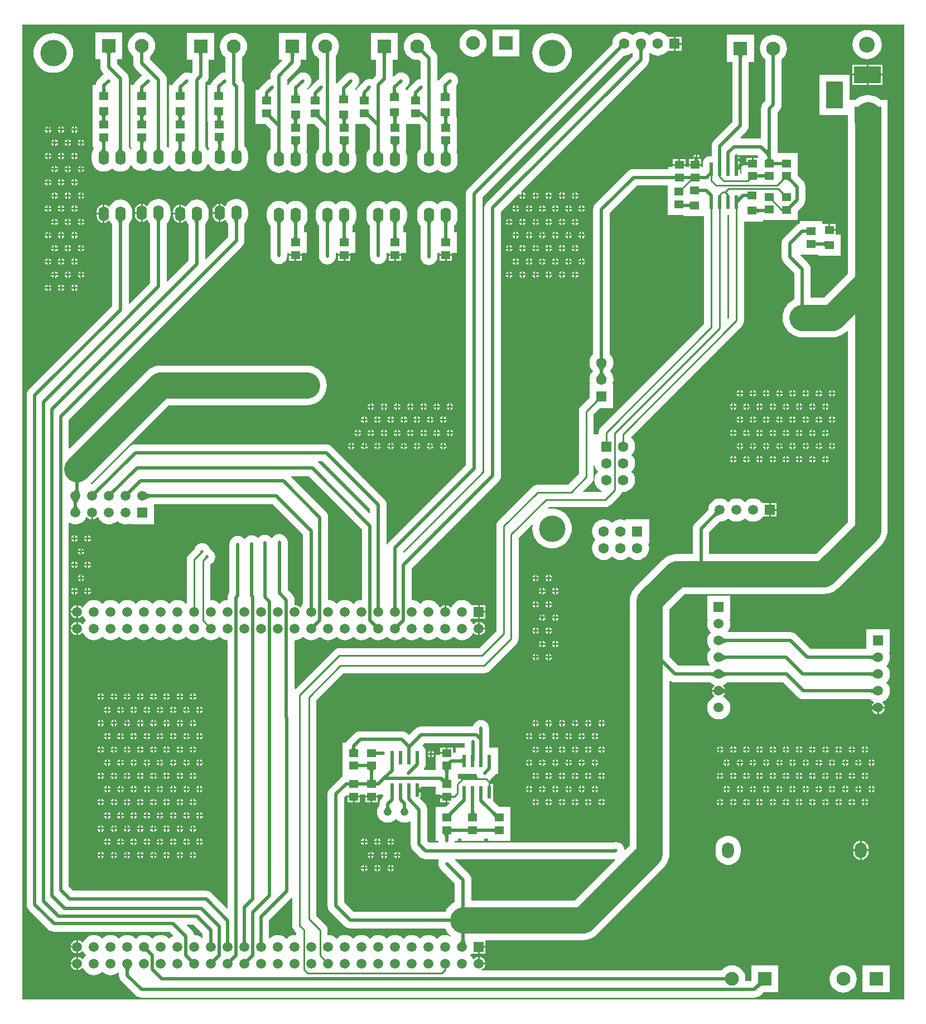
<source format=gtl>
G04 Layer_Physical_Order=1*
G04 Layer_Color=255*
%FSTAX24Y24*%
%MOIN*%
G70*
G01*
G75*
%ADD10R,0.0551X0.0472*%
%ADD11R,0.0550X0.0500*%
%ADD12O,0.0630X0.0886*%
G04:AMPARAMS|DCode=13|XSize=77.6mil|YSize=23.2mil|CornerRadius=2.9mil|HoleSize=0mil|Usage=FLASHONLY|Rotation=90.000|XOffset=0mil|YOffset=0mil|HoleType=Round|Shape=RoundedRectangle|*
%AMROUNDEDRECTD13*
21,1,0.0776,0.0174,0,0,90.0*
21,1,0.0718,0.0232,0,0,90.0*
1,1,0.0058,0.0087,0.0359*
1,1,0.0058,0.0087,-0.0359*
1,1,0.0058,-0.0087,-0.0359*
1,1,0.0058,-0.0087,0.0359*
%
%ADD13ROUNDEDRECTD13*%
%ADD14R,0.0220X0.0780*%
%ADD15C,0.1575*%
%ADD16C,0.0100*%
%ADD17C,0.0197*%
%ADD18R,0.0827X0.0827*%
%ADD19C,0.0827*%
%ADD20C,0.0630*%
%ADD21R,0.0630X0.0630*%
%ADD22R,0.0630X0.0630*%
%ADD23C,0.1575*%
%ADD24R,0.1000X0.1600*%
%ADD25R,0.1600X0.1000*%
%ADD26R,0.0598X0.0598*%
%ADD27C,0.0598*%
%ADD28R,0.0598X0.0598*%
%ADD29C,0.0480*%
%ADD30O,0.0709X0.0945*%
%ADD31C,0.0594*%
%ADD32R,0.0594X0.0594*%
%ADD33C,0.0197*%
%ADD34C,0.0500*%
%ADD35C,0.0945*%
G36*
X062969Y051204D02*
X010259D01*
Y109426D01*
X062969D01*
Y051204D01*
D02*
G37*
%LPC*%
G36*
X041682Y071604D02*
X04154D01*
X041545Y071576D01*
X041589Y071511D01*
X041655Y071467D01*
X041682Y071461D01*
Y071604D01*
D02*
G37*
G36*
X041137D02*
X040995D01*
Y071461D01*
X041022Y071467D01*
X041088Y071511D01*
X041132Y071576D01*
X041137Y071604D01*
D02*
G37*
G36*
X041925D02*
X041782D01*
Y071461D01*
X04181Y071467D01*
X041875Y071511D01*
X041919Y071576D01*
X041925Y071604D01*
D02*
G37*
G36*
X040895Y071846D02*
X040867Y07184D01*
X040802Y071797D01*
X040758Y071731D01*
X040753Y071704D01*
X040895D01*
Y071846D01*
D02*
G37*
G36*
X061367Y068588D02*
X061204D01*
Y068428D01*
X061181Y068449D01*
X061156Y068468D01*
X06113Y068485D01*
X061102Y068499D01*
X061072Y068512D01*
X06104Y068522D01*
X061033Y068523D01*
X061069Y068436D01*
X061133Y068353D01*
X061216Y068289D01*
X061313Y068249D01*
X061367Y068242D01*
Y068588D01*
D02*
G37*
G36*
X061813D02*
X061467D01*
Y068242D01*
X061522Y068249D01*
X061619Y068289D01*
X061702Y068353D01*
X061766Y068436D01*
X061806Y068534D01*
X061813Y068588D01*
D02*
G37*
G36*
X060436Y060688D02*
Y060168D01*
X060844D01*
Y060236D01*
X060828Y060355D01*
X060783Y060465D01*
X06071Y06056D01*
X060615Y060633D01*
X060504Y060679D01*
X060436Y060688D01*
D02*
G37*
G36*
X040895Y071604D02*
X040753D01*
X040758Y071576D01*
X040802Y071511D01*
X040867Y071467D01*
X040895Y071461D01*
Y071604D01*
D02*
G37*
G36*
X060336Y060688D02*
X060267Y060679D01*
X060157Y060633D01*
X060062Y06056D01*
X059989Y060465D01*
X059943Y060355D01*
X059928Y060236D01*
Y060168D01*
X060336D01*
Y060688D01*
D02*
G37*
G36*
X042318Y072391D02*
X042176D01*
Y072249D01*
X042203Y072254D01*
X042269Y072298D01*
X042313Y072364D01*
X042318Y072391D01*
D02*
G37*
G36*
X042076D02*
X041934D01*
X041939Y072364D01*
X041983Y072298D01*
X042049Y072254D01*
X042076Y072249D01*
Y072391D01*
D02*
G37*
G36*
X041389Y072633D02*
Y072491D01*
X041531D01*
X041526Y072518D01*
X041482Y072584D01*
X041416Y072628D01*
X041389Y072633D01*
D02*
G37*
G36*
X041289D02*
X041261Y072628D01*
X041196Y072584D01*
X041152Y072518D01*
X041146Y072491D01*
X041289D01*
Y072633D01*
D02*
G37*
G36*
X041531Y072391D02*
X041389D01*
Y072249D01*
X041416Y072254D01*
X041482Y072298D01*
X041526Y072364D01*
X041531Y072391D01*
D02*
G37*
G36*
X041682Y071846D02*
X041655Y07184D01*
X041589Y071797D01*
X041545Y071731D01*
X04154Y071704D01*
X041682D01*
Y071846D01*
D02*
G37*
G36*
X040995D02*
Y071704D01*
X041137D01*
X041132Y071731D01*
X041088Y071797D01*
X041022Y07184D01*
X040995Y071846D01*
D02*
G37*
G36*
X041289Y072391D02*
X041146D01*
X041152Y072364D01*
X041196Y072298D01*
X041261Y072254D01*
X041289Y072249D01*
Y072391D01*
D02*
G37*
G36*
X041782Y071846D02*
Y071704D01*
X041925D01*
X041919Y071731D01*
X041875Y071797D01*
X04181Y07184D01*
X041782Y071846D01*
D02*
G37*
G36*
X052103Y069588D02*
X05189D01*
X051494D01*
X051501Y069534D01*
X051541Y069436D01*
X051605Y069353D01*
X051634Y069331D01*
X05163Y069311D01*
X051619Y069279D01*
X051503Y069217D01*
X051397Y06913D01*
X051311Y069025D01*
X051247Y068904D01*
X051207Y068774D01*
X051193Y068638D01*
X051207Y068502D01*
X051247Y068371D01*
X051311Y068251D01*
X051397Y068145D01*
X051503Y068059D01*
X051623Y067995D01*
X051754Y067955D01*
X05189Y067942D01*
X052026Y067955D01*
X052156Y067995D01*
X052277Y068059D01*
X052382Y068145D01*
X052469Y068251D01*
X052533Y068371D01*
X052573Y068502D01*
X052586Y068638D01*
X052573Y068774D01*
X052533Y068904D01*
X052469Y069025D01*
X052382Y06913D01*
X052277Y069217D01*
X05216Y069279D01*
X052149Y069311D01*
X052145Y069331D01*
X052174Y069353D01*
X052238Y069436D01*
X052274Y069523D01*
X052267Y069522D01*
X052235Y069512D01*
X052205Y069499D01*
X052177Y069485D01*
X052151Y069468D01*
X052126Y069449D01*
X052103Y069428D01*
Y069588D01*
D02*
G37*
G36*
X045074Y067667D02*
X044932D01*
Y067524D01*
X044959Y06753D01*
X045025Y067574D01*
X045069Y067639D01*
X045074Y067667D01*
D02*
G37*
G36*
X044832D02*
X04469D01*
X044695Y067639D01*
X044739Y067574D01*
X044804Y06753D01*
X044832Y067524D01*
Y067667D01*
D02*
G37*
G36*
X040995Y067909D02*
Y067767D01*
X041137D01*
X041132Y067794D01*
X041088Y06786D01*
X041022Y067903D01*
X040995Y067909D01*
D02*
G37*
G36*
X040895D02*
X040867Y067903D01*
X040802Y06786D01*
X040758Y067794D01*
X040753Y067767D01*
X040895D01*
Y067909D01*
D02*
G37*
G36*
X044287Y067667D02*
X044145D01*
Y067524D01*
X044172Y06753D01*
X044238Y067574D01*
X044281Y067639D01*
X044287Y067667D01*
D02*
G37*
G36*
X043257D02*
X043115D01*
X04312Y067639D01*
X043164Y067574D01*
X04323Y06753D01*
X043257Y067524D01*
Y067667D01*
D02*
G37*
G36*
X042712D02*
X04257D01*
Y067524D01*
X042597Y06753D01*
X042663Y067574D01*
X042707Y067639D01*
X042712Y067667D01*
D02*
G37*
G36*
X044045D02*
X043902D01*
X043908Y067639D01*
X043951Y067574D01*
X044017Y06753D01*
X044045Y067524D01*
Y067667D01*
D02*
G37*
G36*
X043499D02*
X043357D01*
Y067524D01*
X043385Y06753D01*
X04345Y067574D01*
X043494Y067639D01*
X043499Y067667D01*
D02*
G37*
G36*
X041682Y067909D02*
X041655Y067903D01*
X041589Y06786D01*
X041545Y067794D01*
X04154Y067767D01*
X041682D01*
Y067909D01*
D02*
G37*
G36*
X044145D02*
Y067767D01*
X044287D01*
X044281Y067794D01*
X044238Y06786D01*
X044172Y067903D01*
X044145Y067909D01*
D02*
G37*
G36*
X044045D02*
X044017Y067903D01*
X043951Y06786D01*
X043908Y067794D01*
X043902Y067767D01*
X044045D01*
Y067909D01*
D02*
G37*
G36*
X044932D02*
Y067767D01*
X045074D01*
X045069Y067794D01*
X045025Y06786D01*
X044959Y067903D01*
X044932Y067909D01*
D02*
G37*
G36*
X044832D02*
X044804Y067903D01*
X044739Y06786D01*
X044695Y067794D01*
X04469Y067767D01*
X044832D01*
Y067909D01*
D02*
G37*
G36*
X043357D02*
Y067767D01*
X043499D01*
X043494Y067794D01*
X04345Y06786D01*
X043385Y067903D01*
X043357Y067909D01*
D02*
G37*
G36*
X04247D02*
X042442Y067903D01*
X042377Y06786D01*
X042333Y067794D01*
X042327Y067767D01*
X04247D01*
Y067909D01*
D02*
G37*
G36*
X041782D02*
Y067767D01*
X041925D01*
X041919Y067794D01*
X041875Y06786D01*
X04181Y067903D01*
X041782Y067909D01*
D02*
G37*
G36*
X043257D02*
X04323Y067903D01*
X043164Y06786D01*
X04312Y067794D01*
X043115Y067767D01*
X043257D01*
Y067909D01*
D02*
G37*
G36*
X04257D02*
Y067767D01*
X042712D01*
X042707Y067794D01*
X042663Y06786D01*
X042597Y067903D01*
X04257Y067909D01*
D02*
G37*
G36*
X040895Y074996D02*
X040867Y07499D01*
X040802Y074946D01*
X040758Y074881D01*
X040753Y074853D01*
X040895D01*
Y074996D01*
D02*
G37*
G36*
X041925Y074753D02*
X041782D01*
Y074611D01*
X04181Y074616D01*
X041875Y07466D01*
X041919Y074726D01*
X041925Y074753D01*
D02*
G37*
G36*
X041682Y074996D02*
X041655Y07499D01*
X041589Y074946D01*
X041545Y074881D01*
X04154Y074853D01*
X041682D01*
Y074996D01*
D02*
G37*
G36*
X040995D02*
Y074853D01*
X041137D01*
X041132Y074881D01*
X041088Y074946D01*
X041022Y07499D01*
X040995Y074996D01*
D02*
G37*
G36*
X041682Y074753D02*
X04154D01*
X041545Y074726D01*
X041589Y07466D01*
X041655Y074616D01*
X041682Y074611D01*
Y074753D01*
D02*
G37*
G36*
X037948Y074755D02*
X037601D01*
Y074408D01*
X037948D01*
Y074755D01*
D02*
G37*
G36*
X042176Y074208D02*
Y074066D01*
X042318D01*
X042313Y074093D01*
X042269Y074159D01*
X042203Y074203D01*
X042176Y074208D01*
D02*
G37*
G36*
X041137Y074753D02*
X040995D01*
Y074611D01*
X041022Y074616D01*
X041088Y07466D01*
X041132Y074726D01*
X041137Y074753D01*
D02*
G37*
G36*
X040895D02*
X040753D01*
X040758Y074726D01*
X040802Y07466D01*
X040867Y074616D01*
X040895Y074611D01*
Y074753D01*
D02*
G37*
G36*
X041782Y074996D02*
Y074853D01*
X041925D01*
X041919Y074881D01*
X041875Y074946D01*
X04181Y07499D01*
X041782Y074996D01*
D02*
G37*
G36*
X052449Y060988D02*
X052302Y060973D01*
X052161Y060931D01*
X052031Y060861D01*
X051917Y060768D01*
X051824Y060654D01*
X051754Y060524D01*
X051712Y060383D01*
X051697Y060236D01*
Y06D01*
X051712Y059853D01*
X051754Y059712D01*
X051824Y059582D01*
X051917Y059468D01*
X052031Y059375D01*
X052161Y059306D01*
X052302Y059263D01*
X052449Y059248D01*
X052595Y059263D01*
X052736Y059306D01*
X052866Y059375D01*
X05298Y059468D01*
X053074Y059582D01*
X053143Y059712D01*
X053186Y059853D01*
X0532Y06D01*
Y060236D01*
X053186Y060383D01*
X053143Y060524D01*
X053074Y060654D01*
X05298Y060768D01*
X052866Y060861D01*
X052736Y060931D01*
X052595Y060973D01*
X052449Y060988D01*
D02*
G37*
G36*
X042318Y075541D02*
X042176D01*
Y075398D01*
X042203Y075404D01*
X042269Y075448D01*
X042313Y075513D01*
X042318Y075541D01*
D02*
G37*
G36*
X041389Y075783D02*
Y075641D01*
X041531D01*
X041526Y075668D01*
X041482Y075734D01*
X041416Y075778D01*
X041389Y075783D01*
D02*
G37*
G36*
X041289D02*
X041261Y075778D01*
X041196Y075734D01*
X041152Y075668D01*
X041146Y075641D01*
X041289D01*
Y075783D01*
D02*
G37*
G36*
X042076Y075541D02*
X041934D01*
X041939Y075513D01*
X041983Y075448D01*
X042049Y075404D01*
X042076Y075398D01*
Y075541D01*
D02*
G37*
G36*
X060336Y060068D02*
X059928D01*
Y06D01*
X059943Y059881D01*
X059989Y059771D01*
X060062Y059676D01*
X060157Y059603D01*
X060267Y059557D01*
X060336Y059548D01*
Y060068D01*
D02*
G37*
G36*
X060844D02*
X060436D01*
Y059548D01*
X060504Y059557D01*
X060615Y059603D01*
X06071Y059676D01*
X060783Y059771D01*
X060828Y059881D01*
X060844Y06D01*
Y060068D01*
D02*
G37*
G36*
X041531Y075541D02*
X041389D01*
Y075398D01*
X041416Y075404D01*
X041482Y075448D01*
X041526Y075513D01*
X041531Y075541D01*
D02*
G37*
G36*
X041289D02*
X041146D01*
X041152Y075513D01*
X041196Y075448D01*
X041261Y075404D01*
X041289Y075398D01*
Y075541D01*
D02*
G37*
G36*
X042076Y074208D02*
X042049Y074203D01*
X041983Y074159D01*
X041939Y074093D01*
X041934Y074066D01*
X042076D01*
Y074208D01*
D02*
G37*
G36*
X041925Y073178D02*
X041782D01*
Y073036D01*
X04181Y073041D01*
X041875Y073085D01*
X041919Y073151D01*
X041925Y073178D01*
D02*
G37*
G36*
X041682D02*
X04154D01*
X041545Y073151D01*
X041589Y073085D01*
X041655Y073041D01*
X041682Y073036D01*
Y073178D01*
D02*
G37*
G36*
X040995Y073421D02*
Y073278D01*
X041137D01*
X041132Y073306D01*
X041088Y073371D01*
X041022Y073415D01*
X040995Y073421D01*
D02*
G37*
G36*
X040895D02*
X040867Y073415D01*
X040802Y073371D01*
X040758Y073306D01*
X040753Y073278D01*
X040895D01*
Y073421D01*
D02*
G37*
G36*
X041137Y073178D02*
X040995D01*
Y073036D01*
X041022Y073041D01*
X041088Y073085D01*
X041132Y073151D01*
X041137Y073178D01*
D02*
G37*
G36*
X042176Y072633D02*
Y072491D01*
X042318D01*
X042313Y072518D01*
X042269Y072584D01*
X042203Y072628D01*
X042176Y072633D01*
D02*
G37*
G36*
X042076D02*
X042049Y072628D01*
X041983Y072584D01*
X041939Y072518D01*
X041934Y072491D01*
X042076D01*
Y072633D01*
D02*
G37*
G36*
X040895Y073178D02*
X040753D01*
X040758Y073151D01*
X040802Y073085D01*
X040867Y073041D01*
X040895Y073036D01*
Y073178D01*
D02*
G37*
G36*
X037945Y073308D02*
X037601D01*
Y072965D01*
X037655Y072972D01*
X037751Y073012D01*
X037834Y073075D01*
X037898Y073158D01*
X037938Y073255D01*
X037945Y073308D01*
D02*
G37*
G36*
X041682Y073421D02*
X041655Y073415D01*
X041589Y073371D01*
X041545Y073306D01*
X04154Y073278D01*
X041682D01*
Y073421D01*
D02*
G37*
G36*
X037948Y074308D02*
X037601D01*
Y073961D01*
X037948D01*
Y074308D01*
D02*
G37*
G36*
X042318Y073966D02*
X042176D01*
Y073823D01*
X042203Y073829D01*
X042269Y073873D01*
X042313Y073938D01*
X042318Y073966D01*
D02*
G37*
G36*
X041389Y074208D02*
Y074066D01*
X041531D01*
X041526Y074093D01*
X041482Y074159D01*
X041416Y074203D01*
X041389Y074208D01*
D02*
G37*
G36*
X041289D02*
X041261Y074203D01*
X041196Y074159D01*
X041152Y074093D01*
X041146Y074066D01*
X041289D01*
Y074208D01*
D02*
G37*
G36*
X042076Y073966D02*
X041934D01*
X041939Y073938D01*
X041983Y073873D01*
X042049Y073829D01*
X042076Y073823D01*
Y073966D01*
D02*
G37*
G36*
X037601Y073752D02*
Y073408D01*
X037945D01*
X037938Y073462D01*
X037898Y073558D01*
X037834Y073641D01*
X037751Y073705D01*
X037655Y073745D01*
X037601Y073752D01*
D02*
G37*
G36*
X041782Y073421D02*
Y073278D01*
X041925D01*
X041919Y073306D01*
X041875Y073371D01*
X04181Y073415D01*
X041782Y073421D01*
D02*
G37*
G36*
X041531Y073966D02*
X041389D01*
Y073823D01*
X041416Y073829D01*
X041482Y073873D01*
X041526Y073938D01*
X041531Y073966D01*
D02*
G37*
G36*
X041289D02*
X041146D01*
X041152Y073938D01*
X041196Y073873D01*
X041261Y073829D01*
X041289Y073823D01*
Y073966D01*
D02*
G37*
G36*
X052019Y066334D02*
Y066192D01*
X052161D01*
X052155Y066219D01*
X052112Y066285D01*
X052046Y066329D01*
X052019Y066334D01*
D02*
G37*
G36*
X051919D02*
X051891Y066329D01*
X051825Y066285D01*
X051782Y066219D01*
X051776Y066192D01*
X051919D01*
Y066334D01*
D02*
G37*
G36*
X052806D02*
Y066192D01*
X052948D01*
X052943Y066219D01*
X052899Y066285D01*
X052833Y066329D01*
X052806Y066334D01*
D02*
G37*
G36*
X052706D02*
X052679Y066329D01*
X052613Y066285D01*
X052569Y066219D01*
X052564Y066192D01*
X052706D01*
Y066334D01*
D02*
G37*
G36*
X044932D02*
Y066192D01*
X045074D01*
X045069Y066219D01*
X045025Y066285D01*
X044959Y066329D01*
X044932Y066334D01*
D02*
G37*
G36*
X044045D02*
X044017Y066329D01*
X043951Y066285D01*
X043908Y066219D01*
X043902Y066192D01*
X044045D01*
Y066334D01*
D02*
G37*
G36*
X043357D02*
Y066192D01*
X043499D01*
X043494Y066219D01*
X04345Y066285D01*
X043385Y066329D01*
X043357Y066334D01*
D02*
G37*
G36*
X044832D02*
X044804Y066329D01*
X044739Y066285D01*
X044695Y066219D01*
X04469Y066192D01*
X044832D01*
Y066334D01*
D02*
G37*
G36*
X044145D02*
Y066192D01*
X044287D01*
X044281Y066219D01*
X044238Y066285D01*
X044172Y066329D01*
X044145Y066334D01*
D02*
G37*
G36*
X053493D02*
X053466Y066329D01*
X0534Y066285D01*
X053356Y066219D01*
X053351Y066192D01*
X053493D01*
Y066334D01*
D02*
G37*
G36*
X055956D02*
Y066192D01*
X056098D01*
X056092Y066219D01*
X056049Y066285D01*
X055983Y066329D01*
X055956Y066334D01*
D02*
G37*
G36*
X055856D02*
X055828Y066329D01*
X055762Y066285D01*
X055719Y066219D01*
X055713Y066192D01*
X055856D01*
Y066334D01*
D02*
G37*
G36*
X056743D02*
Y066192D01*
X056885D01*
X05688Y066219D01*
X056836Y066285D01*
X05677Y066329D01*
X056743Y066334D01*
D02*
G37*
G36*
X056643D02*
X056616Y066329D01*
X05655Y066285D01*
X056506Y066219D01*
X056501Y066192D01*
X056643D01*
Y066334D01*
D02*
G37*
G36*
X055168D02*
Y066192D01*
X055311D01*
X055305Y066219D01*
X055261Y066285D01*
X055196Y066329D01*
X055168Y066334D01*
D02*
G37*
G36*
X054281D02*
X054253Y066329D01*
X054188Y066285D01*
X054144Y066219D01*
X054138Y066192D01*
X054281D01*
Y066334D01*
D02*
G37*
G36*
X053593D02*
Y066192D01*
X053736D01*
X05373Y066219D01*
X053686Y066285D01*
X053621Y066329D01*
X053593Y066334D01*
D02*
G37*
G36*
X055068D02*
X055041Y066329D01*
X054975Y066285D01*
X054931Y066219D01*
X054926Y066192D01*
X055068D01*
Y066334D01*
D02*
G37*
G36*
X054381D02*
Y066192D01*
X054523D01*
X054518Y066219D01*
X054474Y066285D01*
X054408Y066329D01*
X054381Y066334D01*
D02*
G37*
G36*
X043257D02*
X04323Y066329D01*
X043164Y066285D01*
X04312Y066219D01*
X043115Y066192D01*
X043257D01*
Y066334D01*
D02*
G37*
G36*
X05846Y066092D02*
X058318D01*
Y065949D01*
X058345Y065955D01*
X058411Y065999D01*
X058455Y066064D01*
X05846Y066092D01*
D02*
G37*
G36*
X058218D02*
X058075D01*
X058081Y066064D01*
X058125Y065999D01*
X05819Y065955D01*
X058218Y065949D01*
Y066092D01*
D02*
G37*
G36*
X059248D02*
X059105D01*
Y065949D01*
X059133Y065955D01*
X059198Y065999D01*
X059242Y066064D01*
X059248Y066092D01*
D02*
G37*
G36*
X059005D02*
X058863D01*
X058868Y066064D01*
X058912Y065999D01*
X058978Y065955D01*
X059005Y065949D01*
Y066092D01*
D02*
G37*
G36*
X057673D02*
X05753D01*
Y065949D01*
X057558Y065955D01*
X057623Y065999D01*
X057667Y066064D01*
X057673Y066092D01*
D02*
G37*
G36*
X056643D02*
X056501D01*
X056506Y066064D01*
X05655Y065999D01*
X056616Y065955D01*
X056643Y065949D01*
Y066092D01*
D02*
G37*
G36*
X056098D02*
X055956D01*
Y065949D01*
X055983Y065955D01*
X056049Y065999D01*
X056092Y066064D01*
X056098Y066092D01*
D02*
G37*
G36*
X05743D02*
X057288D01*
X057293Y066064D01*
X057337Y065999D01*
X057403Y065955D01*
X05743Y065949D01*
Y066092D01*
D02*
G37*
G36*
X056885D02*
X056743D01*
Y065949D01*
X05677Y065955D01*
X056836Y065999D01*
X05688Y066064D01*
X056885Y066092D01*
D02*
G37*
G36*
X059793D02*
X05965D01*
X059656Y066064D01*
X0597Y065999D01*
X059765Y065955D01*
X059793Y065949D01*
Y066092D01*
D02*
G37*
G36*
X041782Y066334D02*
Y066192D01*
X041925D01*
X041919Y066219D01*
X041875Y066285D01*
X04181Y066329D01*
X041782Y066334D01*
D02*
G37*
G36*
X041682D02*
X041655Y066329D01*
X041589Y066285D01*
X041545Y066219D01*
X04154Y066192D01*
X041682D01*
Y066334D01*
D02*
G37*
G36*
X04257D02*
Y066192D01*
X042712D01*
X042707Y066219D01*
X042663Y066285D01*
X042597Y066329D01*
X04257Y066334D01*
D02*
G37*
G36*
X04247D02*
X042442Y066329D01*
X042377Y066285D01*
X042333Y066219D01*
X042327Y066192D01*
X04247D01*
Y066334D01*
D02*
G37*
G36*
X040995D02*
Y066192D01*
X041137D01*
X041132Y066219D01*
X041088Y066285D01*
X041022Y066329D01*
X040995Y066334D01*
D02*
G37*
G36*
X06058Y066092D02*
X060438D01*
X060443Y066064D01*
X060487Y065999D01*
X060553Y065955D01*
X06058Y065949D01*
Y066092D01*
D02*
G37*
G36*
X060035D02*
X059893D01*
Y065949D01*
X05992Y065955D01*
X059986Y065999D01*
X060029Y066064D01*
X060035Y066092D01*
D02*
G37*
G36*
X040895Y066334D02*
X040867Y066329D01*
X040802Y066285D01*
X040758Y066219D01*
X040753Y066192D01*
X040895D01*
Y066334D01*
D02*
G37*
G36*
X060822Y066092D02*
X06068D01*
Y065949D01*
X060707Y065955D01*
X060773Y065999D01*
X060817Y066064D01*
X060822Y066092D01*
D02*
G37*
G36*
X042076Y067122D02*
X042049Y067116D01*
X041983Y067072D01*
X041939Y067007D01*
X041934Y066979D01*
X042076D01*
Y067122D01*
D02*
G37*
G36*
X041389D02*
Y066979D01*
X041531D01*
X041526Y067007D01*
X041482Y067072D01*
X041416Y067116D01*
X041389Y067122D01*
D02*
G37*
G36*
X042863D02*
X042836Y067116D01*
X04277Y067072D01*
X042726Y067007D01*
X042721Y066979D01*
X042863D01*
Y067122D01*
D02*
G37*
G36*
X042176D02*
Y066979D01*
X042318D01*
X042313Y067007D01*
X042269Y067072D01*
X042203Y067116D01*
X042176Y067122D01*
D02*
G37*
G36*
X041289D02*
X041261Y067116D01*
X041196Y067072D01*
X041152Y067007D01*
X041146Y066979D01*
X041289D01*
Y067122D01*
D02*
G37*
G36*
X044681Y066879D02*
X044538D01*
Y066737D01*
X044566Y066742D01*
X044631Y066786D01*
X044675Y066852D01*
X044681Y066879D01*
D02*
G37*
G36*
X044438D02*
X044296D01*
X044301Y066852D01*
X044345Y066786D01*
X044411Y066742D01*
X044438Y066737D01*
Y066879D01*
D02*
G37*
G36*
X040601Y067122D02*
Y066979D01*
X040744D01*
X040738Y067007D01*
X040694Y067072D01*
X040629Y067116D01*
X040601Y067122D01*
D02*
G37*
G36*
X040501D02*
X040474Y067116D01*
X040408Y067072D01*
X040364Y067007D01*
X040359Y066979D01*
X040501D01*
Y067122D01*
D02*
G37*
G36*
X042963D02*
Y066979D01*
X043106D01*
X0431Y067007D01*
X043056Y067072D01*
X042991Y067116D01*
X042963Y067122D01*
D02*
G37*
G36*
X041682Y067667D02*
X04154D01*
X041545Y067639D01*
X041589Y067574D01*
X041655Y06753D01*
X041682Y067524D01*
Y067667D01*
D02*
G37*
G36*
X041137D02*
X040995D01*
Y067524D01*
X041022Y06753D01*
X041088Y067574D01*
X041132Y067639D01*
X041137Y067667D01*
D02*
G37*
G36*
X04247D02*
X042327D01*
X042333Y067639D01*
X042377Y067574D01*
X042442Y06753D01*
X04247Y067524D01*
Y067667D01*
D02*
G37*
G36*
X041925D02*
X041782D01*
Y067524D01*
X04181Y06753D01*
X041875Y067574D01*
X041919Y067639D01*
X041925Y067667D01*
D02*
G37*
G36*
X040895D02*
X040753D01*
X040758Y067639D01*
X040802Y067574D01*
X040867Y06753D01*
X040895Y067524D01*
Y067667D01*
D02*
G37*
G36*
X043751Y067122D02*
Y066979D01*
X043893D01*
X043888Y067007D01*
X043844Y067072D01*
X043778Y067116D01*
X043751Y067122D01*
D02*
G37*
G36*
X043651D02*
X043623Y067116D01*
X043558Y067072D01*
X043514Y067007D01*
X043508Y066979D01*
X043651D01*
Y067122D01*
D02*
G37*
G36*
X044538D02*
Y066979D01*
X044681D01*
X044675Y067007D01*
X044631Y067072D01*
X044566Y067116D01*
X044538Y067122D01*
D02*
G37*
G36*
X044438D02*
X044411Y067116D01*
X044345Y067072D01*
X044301Y067007D01*
X044296Y066979D01*
X044438D01*
Y067122D01*
D02*
G37*
G36*
X043893Y066879D02*
X043751D01*
Y066737D01*
X043778Y066742D01*
X043844Y066786D01*
X043888Y066852D01*
X043893Y066879D01*
D02*
G37*
G36*
X059793Y066334D02*
X059765Y066329D01*
X0597Y066285D01*
X059656Y066219D01*
X05965Y066192D01*
X059793D01*
Y066334D01*
D02*
G37*
G36*
X059105D02*
Y066192D01*
X059248D01*
X059242Y066219D01*
X059198Y066285D01*
X059133Y066329D01*
X059105Y066334D01*
D02*
G37*
G36*
X06058D02*
X060553Y066329D01*
X060487Y066285D01*
X060443Y066219D01*
X060438Y066192D01*
X06058D01*
Y066334D01*
D02*
G37*
G36*
X059893D02*
Y066192D01*
X060035D01*
X060029Y066219D01*
X059986Y066285D01*
X05992Y066329D01*
X059893Y066334D01*
D02*
G37*
G36*
X059005D02*
X058978Y066329D01*
X058912Y066285D01*
X058868Y066219D01*
X058863Y066192D01*
X059005D01*
Y066334D01*
D02*
G37*
G36*
X05753D02*
Y066192D01*
X057673D01*
X057667Y066219D01*
X057623Y066285D01*
X057558Y066329D01*
X05753Y066334D01*
D02*
G37*
G36*
X05743D02*
X057403Y066329D01*
X057337Y066285D01*
X057293Y066219D01*
X057288Y066192D01*
X05743D01*
Y066334D01*
D02*
G37*
G36*
X058318D02*
Y066192D01*
X05846D01*
X058455Y066219D01*
X058411Y066285D01*
X058345Y066329D01*
X058318Y066334D01*
D02*
G37*
G36*
X058218D02*
X05819Y066329D01*
X058125Y066285D01*
X058081Y066219D01*
X058075Y066192D01*
X058218D01*
Y066334D01*
D02*
G37*
G36*
X06068D02*
Y066192D01*
X060822D01*
X060817Y066219D01*
X060773Y066285D01*
X060707Y066329D01*
X06068Y066334D01*
D02*
G37*
G36*
X042863Y066879D02*
X042721D01*
X042726Y066852D01*
X04277Y066786D01*
X042836Y066742D01*
X042863Y066737D01*
Y066879D01*
D02*
G37*
G36*
X042318D02*
X042176D01*
Y066737D01*
X042203Y066742D01*
X042269Y066786D01*
X042313Y066852D01*
X042318Y066879D01*
D02*
G37*
G36*
X043651D02*
X043508D01*
X043514Y066852D01*
X043558Y066786D01*
X043623Y066742D01*
X043651Y066737D01*
Y066879D01*
D02*
G37*
G36*
X043106D02*
X042963D01*
Y066737D01*
X042991Y066742D01*
X043056Y066786D01*
X0431Y066852D01*
X043106Y066879D01*
D02*
G37*
G36*
X042076D02*
X041934D01*
X041939Y066852D01*
X041983Y066786D01*
X042049Y066742D01*
X042076Y066737D01*
Y066879D01*
D02*
G37*
G36*
X040744D02*
X040601D01*
Y066737D01*
X040629Y066742D01*
X040694Y066786D01*
X040738Y066852D01*
X040744Y066879D01*
D02*
G37*
G36*
X040501D02*
X040359D01*
X040364Y066852D01*
X040408Y066786D01*
X040474Y066742D01*
X040501Y066737D01*
Y066879D01*
D02*
G37*
G36*
X041531D02*
X041389D01*
Y066737D01*
X041416Y066742D01*
X041482Y066786D01*
X041526Y066852D01*
X041531Y066879D01*
D02*
G37*
G36*
X041289D02*
X041146D01*
X041152Y066852D01*
X041196Y066786D01*
X041261Y066742D01*
X041289Y066737D01*
Y066879D01*
D02*
G37*
G36*
X042076Y075783D02*
X042049Y075778D01*
X041983Y075734D01*
X041939Y075668D01*
X041934Y075641D01*
X042076D01*
Y075783D01*
D02*
G37*
G36*
X053987Y084444D02*
Y084302D01*
X054129D01*
X054124Y084329D01*
X05408Y084395D01*
X054014Y084439D01*
X053987Y084444D01*
D02*
G37*
G36*
X053887D02*
X05386Y084439D01*
X053794Y084395D01*
X05375Y084329D01*
X053745Y084302D01*
X053887D01*
Y084444D01*
D02*
G37*
G36*
X054774D02*
Y084302D01*
X054917D01*
X054911Y084329D01*
X054867Y084395D01*
X054802Y084439D01*
X054774Y084444D01*
D02*
G37*
G36*
X054674D02*
X054647Y084439D01*
X054581Y084395D01*
X054538Y084329D01*
X054532Y084302D01*
X054674D01*
Y084444D01*
D02*
G37*
G36*
X0532D02*
Y084302D01*
X053342D01*
X053337Y084329D01*
X053293Y084395D01*
X053227Y084439D01*
X0532Y084444D01*
D02*
G37*
G36*
X035383D02*
X035356Y084439D01*
X03529Y084395D01*
X035246Y084329D01*
X035241Y084302D01*
X035383D01*
Y084444D01*
D02*
G37*
G36*
X034696D02*
Y084302D01*
X034838D01*
X034833Y084329D01*
X034789Y084395D01*
X034723Y084439D01*
X034696Y084444D01*
D02*
G37*
G36*
X0531D02*
X053072Y084439D01*
X053007Y084395D01*
X052963Y084329D01*
X052957Y084302D01*
X0531D01*
Y084444D01*
D02*
G37*
G36*
X035483D02*
Y084302D01*
X035625D01*
X03562Y084329D01*
X035576Y084395D01*
X035511Y084439D01*
X035483Y084444D01*
D02*
G37*
G36*
X055462D02*
X055434Y084439D01*
X055369Y084395D01*
X055325Y084329D01*
X055319Y084302D01*
X055462D01*
Y084444D01*
D02*
G37*
G36*
X057924D02*
Y084302D01*
X058066D01*
X058061Y084329D01*
X058017Y084395D01*
X057951Y084439D01*
X057924Y084444D01*
D02*
G37*
G36*
X057824D02*
X057797Y084439D01*
X057731Y084395D01*
X057687Y084329D01*
X057682Y084302D01*
X057824D01*
Y084444D01*
D02*
G37*
G36*
X058711D02*
Y084302D01*
X058854D01*
X058848Y084329D01*
X058804Y084395D01*
X058739Y084439D01*
X058711Y084444D01*
D02*
G37*
G36*
X058611D02*
X058584Y084439D01*
X058518Y084395D01*
X058475Y084329D01*
X058469Y084302D01*
X058611D01*
Y084444D01*
D02*
G37*
G36*
X057137D02*
Y084302D01*
X057279D01*
X057274Y084329D01*
X05723Y084395D01*
X057164Y084439D01*
X057137Y084444D01*
D02*
G37*
G36*
X056249D02*
X056222Y084439D01*
X056156Y084395D01*
X056112Y084329D01*
X056107Y084302D01*
X056249D01*
Y084444D01*
D02*
G37*
G36*
X055562D02*
Y084302D01*
X055704D01*
X055699Y084329D01*
X055655Y084395D01*
X055589Y084439D01*
X055562Y084444D01*
D02*
G37*
G36*
X057037D02*
X057009Y084439D01*
X056944Y084395D01*
X0569Y084329D01*
X056894Y084302D01*
X057037D01*
Y084444D01*
D02*
G37*
G36*
X056349D02*
Y084302D01*
X056492D01*
X056486Y084329D01*
X056442Y084395D01*
X056377Y084439D01*
X056349Y084444D01*
D02*
G37*
G36*
X029871D02*
X029844Y084439D01*
X029778Y084395D01*
X029734Y084329D01*
X029729Y084302D01*
X029871D01*
Y084444D01*
D02*
G37*
G36*
X058854Y084202D02*
X058711D01*
Y08406D01*
X058739Y084065D01*
X058804Y084109D01*
X058848Y084175D01*
X058854Y084202D01*
D02*
G37*
G36*
X030659Y084444D02*
X030631Y084439D01*
X030566Y084395D01*
X030522Y084329D01*
X030516Y084302D01*
X030659D01*
Y084444D01*
D02*
G37*
G36*
X029971D02*
Y084302D01*
X030114D01*
X030108Y084329D01*
X030064Y084395D01*
X029999Y084439D01*
X029971Y084444D01*
D02*
G37*
G36*
X058611Y084202D02*
X058469D01*
X058475Y084175D01*
X058518Y084109D01*
X058584Y084065D01*
X058611Y08406D01*
Y084202D01*
D02*
G37*
G36*
X057279D02*
X057137D01*
Y08406D01*
X057164Y084065D01*
X05723Y084109D01*
X057274Y084175D01*
X057279Y084202D01*
D02*
G37*
G36*
X057037D02*
X056894D01*
X0569Y084175D01*
X056944Y084109D01*
X057009Y084065D01*
X057037Y08406D01*
Y084202D01*
D02*
G37*
G36*
X058066D02*
X057924D01*
Y08406D01*
X057951Y084065D01*
X058017Y084109D01*
X058061Y084175D01*
X058066Y084202D01*
D02*
G37*
G36*
X057824D02*
X057682D01*
X057687Y084175D01*
X057731Y084109D01*
X057797Y084065D01*
X057824Y08406D01*
Y084202D01*
D02*
G37*
G36*
X030759Y084444D02*
Y084302D01*
X030901D01*
X030896Y084329D01*
X030852Y084395D01*
X030786Y084439D01*
X030759Y084444D01*
D02*
G37*
G36*
X033808D02*
X033781Y084439D01*
X033715Y084395D01*
X033671Y084329D01*
X033666Y084302D01*
X033808D01*
Y084444D01*
D02*
G37*
G36*
X033121D02*
Y084302D01*
X033263D01*
X033258Y084329D01*
X033214Y084395D01*
X033148Y084439D01*
X033121Y084444D01*
D02*
G37*
G36*
X034596D02*
X034568Y084439D01*
X034503Y084395D01*
X034459Y084329D01*
X034453Y084302D01*
X034596D01*
Y084444D01*
D02*
G37*
G36*
X033908D02*
Y084302D01*
X034051D01*
X034045Y084329D01*
X034001Y084395D01*
X033936Y084439D01*
X033908Y084444D01*
D02*
G37*
G36*
X033021D02*
X032993Y084439D01*
X032928Y084395D01*
X032884Y084329D01*
X032879Y084302D01*
X033021D01*
Y084444D01*
D02*
G37*
G36*
X031546D02*
Y084302D01*
X031688D01*
X031683Y084329D01*
X031639Y084395D01*
X031574Y084439D01*
X031546Y084444D01*
D02*
G37*
G36*
X031446D02*
X031419Y084439D01*
X031353Y084395D01*
X031309Y084329D01*
X031304Y084302D01*
X031446D01*
Y084444D01*
D02*
G37*
G36*
X032333D02*
Y084302D01*
X032476D01*
X03247Y084329D01*
X032427Y084395D01*
X032361Y084439D01*
X032333Y084444D01*
D02*
G37*
G36*
X032233D02*
X032206Y084439D01*
X03214Y084395D01*
X032097Y084329D01*
X032091Y084302D01*
X032233D01*
Y084444D01*
D02*
G37*
G36*
X030265Y084989D02*
X030123D01*
X030128Y084962D01*
X030172Y084896D01*
X030238Y084853D01*
X030265Y084847D01*
Y084989D01*
D02*
G37*
G36*
X056643D02*
X056501D01*
X056506Y084962D01*
X05655Y084896D01*
X056616Y084853D01*
X056643Y084847D01*
Y084989D01*
D02*
G37*
G36*
X056098D02*
X055956D01*
Y084847D01*
X055983Y084853D01*
X056049Y084896D01*
X056092Y084962D01*
X056098Y084989D01*
D02*
G37*
G36*
X05743D02*
X057288D01*
X057293Y084962D01*
X057337Y084896D01*
X057403Y084853D01*
X05743Y084847D01*
Y084989D01*
D02*
G37*
G36*
X056885D02*
X056743D01*
Y084847D01*
X05677Y084853D01*
X056836Y084896D01*
X05688Y084962D01*
X056885Y084989D01*
D02*
G37*
G36*
X055856D02*
X055713D01*
X055719Y084962D01*
X055762Y084896D01*
X055828Y084853D01*
X055856Y084847D01*
Y084989D01*
D02*
G37*
G36*
X054523D02*
X054381D01*
Y084847D01*
X054408Y084853D01*
X054474Y084896D01*
X054518Y084962D01*
X054523Y084989D01*
D02*
G37*
G36*
X054281D02*
X054138D01*
X054144Y084962D01*
X054188Y084896D01*
X054253Y084853D01*
X054281Y084847D01*
Y084989D01*
D02*
G37*
G36*
X055311D02*
X055168D01*
Y084847D01*
X055196Y084853D01*
X055261Y084896D01*
X055305Y084962D01*
X055311Y084989D01*
D02*
G37*
G36*
X055068D02*
X054926D01*
X054931Y084962D01*
X054975Y084896D01*
X055041Y084853D01*
X055068Y084847D01*
Y084989D01*
D02*
G37*
G36*
X057673D02*
X05753D01*
Y084847D01*
X057558Y084853D01*
X057623Y084896D01*
X057667Y084962D01*
X057673Y084989D01*
D02*
G37*
G36*
X03184Y085232D02*
X031812Y085226D01*
X031747Y085182D01*
X031703Y085117D01*
X031697Y085089D01*
X03184D01*
Y085232D01*
D02*
G37*
G36*
X031152D02*
Y085089D01*
X031295D01*
X031289Y085117D01*
X031245Y085182D01*
X03118Y085226D01*
X031152Y085232D01*
D02*
G37*
G36*
X032627D02*
X0326Y085226D01*
X032534Y085182D01*
X03249Y085117D01*
X032485Y085089D01*
X032627D01*
Y085232D01*
D02*
G37*
G36*
X03194D02*
Y085089D01*
X032082D01*
X032077Y085117D01*
X032033Y085182D01*
X031967Y085226D01*
X03194Y085232D01*
D02*
G37*
G36*
X031052D02*
X031025Y085226D01*
X030959Y085182D01*
X030915Y085117D01*
X03091Y085089D01*
X031052D01*
Y085232D01*
D02*
G37*
G36*
X05846Y084989D02*
X058318D01*
Y084847D01*
X058345Y084853D01*
X058411Y084896D01*
X058455Y084962D01*
X05846Y084989D01*
D02*
G37*
G36*
X058218D02*
X058075D01*
X058081Y084962D01*
X058125Y084896D01*
X05819Y084853D01*
X058218Y084847D01*
Y084989D01*
D02*
G37*
G36*
X030365Y085232D02*
Y085089D01*
X030507D01*
X030502Y085117D01*
X030458Y085182D01*
X030392Y085226D01*
X030365Y085232D01*
D02*
G37*
G36*
X030265D02*
X030238Y085226D01*
X030172Y085182D01*
X030128Y085117D01*
X030123Y085089D01*
X030265D01*
Y085232D01*
D02*
G37*
G36*
X03287Y084989D02*
X032727D01*
Y084847D01*
X032755Y084853D01*
X03282Y084896D01*
X032864Y084962D01*
X03287Y084989D01*
D02*
G37*
G36*
X032627D02*
X032485D01*
X03249Y084962D01*
X032534Y084896D01*
X0326Y084853D01*
X032627Y084847D01*
Y084989D01*
D02*
G37*
G36*
X033657D02*
X033515D01*
Y084847D01*
X033542Y084853D01*
X033608Y084896D01*
X033651Y084962D01*
X033657Y084989D01*
D02*
G37*
G36*
X033415D02*
X033272D01*
X033278Y084962D01*
X033322Y084896D01*
X033387Y084853D01*
X033415Y084847D01*
Y084989D01*
D02*
G37*
G36*
X032082D02*
X03194D01*
Y084847D01*
X031967Y084853D01*
X032033Y084896D01*
X032077Y084962D01*
X032082Y084989D01*
D02*
G37*
G36*
X031052D02*
X03091D01*
X030915Y084962D01*
X030959Y084896D01*
X031025Y084853D01*
X031052Y084847D01*
Y084989D01*
D02*
G37*
G36*
X030507D02*
X030365D01*
Y084847D01*
X030392Y084853D01*
X030458Y084896D01*
X030502Y084962D01*
X030507Y084989D01*
D02*
G37*
G36*
X03184D02*
X031697D01*
X031703Y084962D01*
X031747Y084896D01*
X031812Y084853D01*
X03184Y084847D01*
Y084989D01*
D02*
G37*
G36*
X031295D02*
X031152D01*
Y084847D01*
X03118Y084853D01*
X031245Y084896D01*
X031289Y084962D01*
X031295Y084989D01*
D02*
G37*
G36*
X034202D02*
X03406D01*
X034065Y084962D01*
X034109Y084896D01*
X034175Y084853D01*
X034202Y084847D01*
Y084989D01*
D02*
G37*
G36*
X052948D02*
X052806D01*
Y084847D01*
X052833Y084853D01*
X052899Y084896D01*
X052943Y084962D01*
X052948Y084989D01*
D02*
G37*
G36*
X052706D02*
X052564D01*
X052569Y084962D01*
X052613Y084896D01*
X052679Y084853D01*
X052706Y084847D01*
Y084989D01*
D02*
G37*
G36*
X053736D02*
X053593D01*
Y084847D01*
X053621Y084853D01*
X053686Y084896D01*
X05373Y084962D01*
X053736Y084989D01*
D02*
G37*
G36*
X053493D02*
X053351D01*
X053356Y084962D01*
X0534Y084896D01*
X053466Y084853D01*
X053493Y084847D01*
Y084989D01*
D02*
G37*
G36*
X036019D02*
X035877D01*
Y084847D01*
X035904Y084853D01*
X03597Y084896D01*
X036014Y084962D01*
X036019Y084989D01*
D02*
G37*
G36*
X034989D02*
X034847D01*
X034852Y084962D01*
X034896Y084896D01*
X034962Y084853D01*
X034989Y084847D01*
Y084989D01*
D02*
G37*
G36*
X034444D02*
X034302D01*
Y084847D01*
X034329Y084853D01*
X034395Y084896D01*
X034439Y084962D01*
X034444Y084989D01*
D02*
G37*
G36*
X035777D02*
X035634D01*
X03564Y084962D01*
X035684Y084896D01*
X035749Y084853D01*
X035777Y084847D01*
Y084989D01*
D02*
G37*
G36*
X035232D02*
X035089D01*
Y084847D01*
X035117Y084853D01*
X035182Y084896D01*
X035226Y084962D01*
X035232Y084989D01*
D02*
G37*
G36*
X056492Y084202D02*
X056349D01*
Y08406D01*
X056377Y084065D01*
X056442Y084109D01*
X056486Y084175D01*
X056492Y084202D01*
D02*
G37*
G36*
X054523Y083415D02*
X054381D01*
Y083272D01*
X054408Y083278D01*
X054474Y083322D01*
X054518Y083387D01*
X054523Y083415D01*
D02*
G37*
G36*
X054281D02*
X054138D01*
X054144Y083387D01*
X054188Y083322D01*
X054253Y083278D01*
X054281Y083272D01*
Y083415D01*
D02*
G37*
G36*
X055311D02*
X055168D01*
Y083272D01*
X055196Y083278D01*
X055261Y083322D01*
X055305Y083387D01*
X055311Y083415D01*
D02*
G37*
G36*
X055068D02*
X054926D01*
X054931Y083387D01*
X054975Y083322D01*
X055041Y083278D01*
X055068Y083272D01*
Y083415D01*
D02*
G37*
G36*
X053736D02*
X053593D01*
Y083272D01*
X053621Y083278D01*
X053686Y083322D01*
X05373Y083387D01*
X053736Y083415D01*
D02*
G37*
G36*
X052706D02*
X052564D01*
X052569Y083387D01*
X052613Y083322D01*
X052679Y083278D01*
X052706Y083272D01*
Y083415D01*
D02*
G37*
G36*
X055352Y080832D02*
X055003D01*
Y080483D01*
X055352D01*
Y080832D01*
D02*
G37*
G36*
X053493Y083415D02*
X053351D01*
X053356Y083387D01*
X0534Y083322D01*
X053466Y083278D01*
X053493Y083272D01*
Y083415D01*
D02*
G37*
G36*
X052948D02*
X052806D01*
Y083272D01*
X052833Y083278D01*
X052899Y083322D01*
X052943Y083387D01*
X052948Y083415D01*
D02*
G37*
G36*
X055856D02*
X055713D01*
X055719Y083387D01*
X055762Y083322D01*
X055828Y083278D01*
X055856Y083272D01*
Y083415D01*
D02*
G37*
G36*
X05846D02*
X058318D01*
Y083272D01*
X058345Y083278D01*
X058411Y083322D01*
X058455Y083387D01*
X05846Y083415D01*
D02*
G37*
G36*
X058218D02*
X058075D01*
X058081Y083387D01*
X058125Y083322D01*
X05819Y083278D01*
X058218Y083272D01*
Y083415D01*
D02*
G37*
G36*
X052806Y083657D02*
Y083515D01*
X052948D01*
X052943Y083542D01*
X052899Y083608D01*
X052833Y083652D01*
X052806Y083657D01*
D02*
G37*
G36*
X052706D02*
X052679Y083652D01*
X052613Y083608D01*
X052569Y083542D01*
X052564Y083515D01*
X052706D01*
Y083657D01*
D02*
G37*
G36*
X057673Y083415D02*
X05753D01*
Y083272D01*
X057558Y083278D01*
X057623Y083322D01*
X057667Y083387D01*
X057673Y083415D01*
D02*
G37*
G36*
X056643D02*
X056501D01*
X056506Y083387D01*
X05655Y083322D01*
X056616Y083278D01*
X056643Y083272D01*
Y083415D01*
D02*
G37*
G36*
X056098D02*
X055956D01*
Y083272D01*
X055983Y083278D01*
X056049Y083322D01*
X056092Y083387D01*
X056098Y083415D01*
D02*
G37*
G36*
X05743D02*
X057288D01*
X057293Y083387D01*
X057337Y083322D01*
X057403Y083278D01*
X05743Y083272D01*
Y083415D01*
D02*
G37*
G36*
X056885D02*
X056743D01*
Y083272D01*
X05677Y083278D01*
X056836Y083322D01*
X05688Y083387D01*
X056885Y083415D01*
D02*
G37*
G36*
X040995Y07657D02*
Y076428D01*
X041137D01*
X041132Y076455D01*
X041088Y076521D01*
X041022Y076565D01*
X040995Y07657D01*
D02*
G37*
G36*
X040895D02*
X040867Y076565D01*
X040802Y076521D01*
X040758Y076455D01*
X040753Y076428D01*
X040895D01*
Y07657D01*
D02*
G37*
G36*
X041782D02*
Y076428D01*
X041925D01*
X041919Y076455D01*
X041875Y076521D01*
X04181Y076565D01*
X041782Y07657D01*
D02*
G37*
G36*
X041682D02*
X041655Y076565D01*
X041589Y076521D01*
X041545Y076455D01*
X04154Y076428D01*
X041682D01*
Y07657D01*
D02*
G37*
G36*
X041925Y076328D02*
X041782D01*
Y076186D01*
X04181Y076191D01*
X041875Y076235D01*
X041919Y076301D01*
X041925Y076328D01*
D02*
G37*
G36*
X040895D02*
X040753D01*
X040758Y076301D01*
X040802Y076235D01*
X040867Y076191D01*
X040895Y076186D01*
Y076328D01*
D02*
G37*
G36*
X042176Y075783D02*
Y075641D01*
X042318D01*
X042313Y075668D01*
X042269Y075734D01*
X042203Y075778D01*
X042176Y075783D01*
D02*
G37*
G36*
X041682Y076328D02*
X04154D01*
X041545Y076301D01*
X041589Y076235D01*
X041655Y076191D01*
X041682Y076186D01*
Y076328D01*
D02*
G37*
G36*
X041137D02*
X040995D01*
Y076186D01*
X041022Y076191D01*
X041088Y076235D01*
X041132Y076301D01*
X041137Y076328D01*
D02*
G37*
G36*
X013501Y054752D02*
X013448Y054745D01*
X013351Y054705D01*
X013268Y054641D01*
X013205Y054558D01*
X013165Y054462D01*
X013157Y054408D01*
X013501D01*
Y054752D01*
D02*
G37*
G36*
X059325Y053252D02*
X059167Y053236D01*
X059014Y05319D01*
X058874Y053115D01*
X058751Y053014D01*
X05865Y052892D01*
X058575Y052751D01*
X058529Y052599D01*
X058514Y052441D01*
X058529Y052283D01*
X058575Y052131D01*
X05865Y05199D01*
X058751Y051867D01*
X058874Y051767D01*
X059014Y051692D01*
X059167Y051646D01*
X059325Y05163D01*
X059483Y051646D01*
X059635Y051692D01*
X059775Y051767D01*
X059898Y051867D01*
X059999Y05199D01*
X060074Y052131D01*
X06012Y052283D01*
X060136Y052441D01*
X06012Y052599D01*
X060074Y052751D01*
X059999Y052892D01*
X059898Y053014D01*
X059775Y053115D01*
X059635Y05319D01*
X059483Y053236D01*
X059325Y053252D01*
D02*
G37*
G36*
X0621Y053248D02*
X060486D01*
Y051634D01*
X0621D01*
Y053248D01*
D02*
G37*
G36*
X055352Y080383D02*
X055003D01*
Y080034D01*
X055352D01*
Y080383D01*
D02*
G37*
G36*
X046024Y079874D02*
X045885Y07986D01*
X045751Y079819D01*
X045628Y079753D01*
X045524Y079668D01*
X045419Y079753D01*
X045296Y079819D01*
X045163Y07986D01*
X045024Y079874D01*
X044885Y07986D01*
X044751Y079819D01*
X044628Y079753D01*
X04452Y079665D01*
X044432Y079557D01*
X044366Y079434D01*
X044325Y0793D01*
X044312Y079161D01*
X044325Y079022D01*
X044366Y078889D01*
X044432Y078766D01*
X044517Y078661D01*
X044432Y078557D01*
X044366Y078434D01*
X044325Y0783D01*
X044312Y078161D01*
X044325Y078022D01*
X044366Y077889D01*
X044432Y077766D01*
X04452Y077658D01*
X044628Y077569D01*
X044751Y077504D01*
X044885Y077463D01*
X045024Y077449D01*
X045163Y077463D01*
X045296Y077504D01*
X045419Y077569D01*
X045524Y077655D01*
X045628Y077569D01*
X045751Y077504D01*
X045885Y077463D01*
X046024Y077449D01*
X046163Y077463D01*
X046296Y077504D01*
X046419Y077569D01*
X046524Y077655D01*
X046628Y077569D01*
X046751Y077504D01*
X046885Y077463D01*
X047024Y077449D01*
X047163Y077463D01*
X047296Y077504D01*
X047419Y077569D01*
X047527Y077658D01*
X047616Y077766D01*
X047682Y077889D01*
X047722Y078022D01*
X047736Y078161D01*
X047722Y0783D01*
X047691Y078403D01*
X047726Y078453D01*
X047732D01*
Y07987D01*
X046315D01*
Y079864D01*
X046265Y079829D01*
X046163Y07986D01*
X046024Y079874D01*
D02*
G37*
G36*
X013501Y053308D02*
X013157D01*
X013165Y053255D01*
X013205Y053158D01*
X013268Y053075D01*
X013351Y053012D01*
X013448Y052972D01*
X013501Y052965D01*
Y053308D01*
D02*
G37*
G36*
X037948Y054308D02*
X037601D01*
Y053961D01*
X037948D01*
Y054308D01*
D02*
G37*
G36*
X013501Y054308D02*
X013157D01*
X013165Y054255D01*
X013205Y054158D01*
X013268Y054075D01*
X013351Y054012D01*
X013448Y053972D01*
X013501Y053965D01*
Y054308D01*
D02*
G37*
G36*
Y053752D02*
X013448Y053745D01*
X013351Y053705D01*
X013268Y053641D01*
X013205Y053558D01*
X013165Y053462D01*
X013157Y053408D01*
X013501D01*
Y053752D01*
D02*
G37*
G36*
X037601D02*
Y053408D01*
X037945D01*
X037938Y053462D01*
X037898Y053558D01*
X037834Y053641D01*
X037751Y053705D01*
X037655Y053745D01*
X037601Y053752D01*
D02*
G37*
G36*
X053493Y083657D02*
X053466Y083652D01*
X0534Y083608D01*
X053356Y083542D01*
X053351Y083515D01*
X053493D01*
Y083657D01*
D02*
G37*
G36*
X034596Y084202D02*
X034453D01*
X034459Y084175D01*
X034503Y084109D01*
X034568Y084065D01*
X034596Y08406D01*
Y084202D01*
D02*
G37*
G36*
X034051D02*
X033908D01*
Y08406D01*
X033936Y084065D01*
X034001Y084109D01*
X034045Y084175D01*
X034051Y084202D01*
D02*
G37*
G36*
X035383D02*
X035241D01*
X035246Y084175D01*
X03529Y084109D01*
X035356Y084065D01*
X035383Y08406D01*
Y084202D01*
D02*
G37*
G36*
X034838D02*
X034696D01*
Y08406D01*
X034723Y084065D01*
X034789Y084109D01*
X034833Y084175D01*
X034838Y084202D01*
D02*
G37*
G36*
X033808D02*
X033666D01*
X033671Y084175D01*
X033715Y084109D01*
X033781Y084065D01*
X033808Y08406D01*
Y084202D01*
D02*
G37*
G36*
X032476D02*
X032333D01*
Y08406D01*
X032361Y084065D01*
X032427Y084109D01*
X03247Y084175D01*
X032476Y084202D01*
D02*
G37*
G36*
X032233D02*
X032091D01*
X032097Y084175D01*
X03214Y084109D01*
X032206Y084065D01*
X032233Y08406D01*
Y084202D01*
D02*
G37*
G36*
X033263D02*
X033121D01*
Y08406D01*
X033148Y084065D01*
X033214Y084109D01*
X033258Y084175D01*
X033263Y084202D01*
D02*
G37*
G36*
X033021D02*
X032879D01*
X032884Y084175D01*
X032928Y084109D01*
X032993Y084065D01*
X033021Y08406D01*
Y084202D01*
D02*
G37*
G36*
X035625D02*
X035483D01*
Y08406D01*
X035511Y084065D01*
X035576Y084109D01*
X03562Y084175D01*
X035625Y084202D01*
D02*
G37*
G36*
X055462D02*
X055319D01*
X055325Y084175D01*
X055369Y084109D01*
X055434Y084065D01*
X055462Y08406D01*
Y084202D01*
D02*
G37*
G36*
X054917D02*
X054774D01*
Y08406D01*
X054802Y084065D01*
X054867Y084109D01*
X054911Y084175D01*
X054917Y084202D01*
D02*
G37*
G36*
X056249D02*
X056107D01*
X056112Y084175D01*
X056156Y084109D01*
X056222Y084065D01*
X056249Y08406D01*
Y084202D01*
D02*
G37*
G36*
X055704D02*
X055562D01*
Y08406D01*
X055589Y084065D01*
X055655Y084109D01*
X055699Y084175D01*
X055704Y084202D01*
D02*
G37*
G36*
X054674D02*
X054532D01*
X054538Y084175D01*
X054581Y084109D01*
X054647Y084065D01*
X054674Y08406D01*
Y084202D01*
D02*
G37*
G36*
X053342D02*
X0532D01*
Y08406D01*
X053227Y084065D01*
X053293Y084109D01*
X053337Y084175D01*
X053342Y084202D01*
D02*
G37*
G36*
X0531D02*
X052957D01*
X052963Y084175D01*
X053007Y084109D01*
X053072Y084065D01*
X0531Y08406D01*
Y084202D01*
D02*
G37*
G36*
X054129D02*
X053987D01*
Y08406D01*
X054014Y084065D01*
X05408Y084109D01*
X054124Y084175D01*
X054129Y084202D01*
D02*
G37*
G36*
X053887D02*
X053745D01*
X05375Y084175D01*
X053794Y084109D01*
X05386Y084065D01*
X053887Y08406D01*
Y084202D01*
D02*
G37*
G36*
X055956Y083657D02*
Y083515D01*
X056098D01*
X056092Y083542D01*
X056049Y083608D01*
X055983Y083652D01*
X055956Y083657D01*
D02*
G37*
G36*
X055856D02*
X055828Y083652D01*
X055762Y083608D01*
X055719Y083542D01*
X055713Y083515D01*
X055856D01*
Y083657D01*
D02*
G37*
G36*
X056743D02*
Y083515D01*
X056885D01*
X05688Y083542D01*
X056836Y083608D01*
X05677Y083652D01*
X056743Y083657D01*
D02*
G37*
G36*
X056643D02*
X056616Y083652D01*
X05655Y083608D01*
X056506Y083542D01*
X056501Y083515D01*
X056643D01*
Y083657D01*
D02*
G37*
G36*
X055168D02*
Y083515D01*
X055311D01*
X055305Y083542D01*
X055261Y083608D01*
X055196Y083652D01*
X055168Y083657D01*
D02*
G37*
G36*
X054281D02*
X054253Y083652D01*
X054188Y083608D01*
X054144Y083542D01*
X054138Y083515D01*
X054281D01*
Y083657D01*
D02*
G37*
G36*
X053593D02*
Y083515D01*
X053736D01*
X05373Y083542D01*
X053686Y083608D01*
X053621Y083652D01*
X053593Y083657D01*
D02*
G37*
G36*
X055068D02*
X055041Y083652D01*
X054975Y083608D01*
X054931Y083542D01*
X054926Y083515D01*
X055068D01*
Y083657D01*
D02*
G37*
G36*
X054381D02*
Y083515D01*
X054523D01*
X054518Y083542D01*
X054474Y083608D01*
X054408Y083652D01*
X054381Y083657D01*
D02*
G37*
G36*
X05743D02*
X057403Y083652D01*
X057337Y083608D01*
X057293Y083542D01*
X057288Y083515D01*
X05743D01*
Y083657D01*
D02*
G37*
G36*
X030901Y084202D02*
X030759D01*
Y08406D01*
X030786Y084065D01*
X030852Y084109D01*
X030896Y084175D01*
X030901Y084202D01*
D02*
G37*
G36*
X030659D02*
X030516D01*
X030522Y084175D01*
X030566Y084109D01*
X030631Y084065D01*
X030659Y08406D01*
Y084202D01*
D02*
G37*
G36*
X031688D02*
X031546D01*
Y08406D01*
X031574Y084065D01*
X031639Y084109D01*
X031683Y084175D01*
X031688Y084202D01*
D02*
G37*
G36*
X031446D02*
X031304D01*
X031309Y084175D01*
X031353Y084109D01*
X031419Y084065D01*
X031446Y08406D01*
Y084202D01*
D02*
G37*
G36*
X030114D02*
X029971D01*
Y08406D01*
X029999Y084065D01*
X030064Y084109D01*
X030108Y084175D01*
X030114Y084202D01*
D02*
G37*
G36*
X058218Y083657D02*
X05819Y083652D01*
X058125Y083608D01*
X058081Y083542D01*
X058075Y083515D01*
X058218D01*
Y083657D01*
D02*
G37*
G36*
X05753D02*
Y083515D01*
X057673D01*
X057667Y083542D01*
X057623Y083608D01*
X057558Y083652D01*
X05753Y083657D01*
D02*
G37*
G36*
X029871Y084202D02*
X029729D01*
X029734Y084175D01*
X029778Y084109D01*
X029844Y084065D01*
X029871Y08406D01*
Y084202D01*
D02*
G37*
G36*
X058318Y083657D02*
Y083515D01*
X05846D01*
X058455Y083542D01*
X058411Y083608D01*
X058345Y083652D01*
X058318Y083657D01*
D02*
G37*
G36*
X061074Y063972D02*
Y06383D01*
X061216D01*
X061211Y063857D01*
X061167Y063923D01*
X061101Y063966D01*
X061074Y063972D01*
D02*
G37*
G36*
X060974D02*
X060946Y063966D01*
X060881Y063923D01*
X060837Y063857D01*
X060831Y06383D01*
X060974D01*
Y063972D01*
D02*
G37*
G36*
X041682Y063185D02*
X041655Y063179D01*
X041589Y063135D01*
X041545Y06307D01*
X04154Y063042D01*
X041682D01*
Y063185D01*
D02*
G37*
G36*
X041782D02*
Y063042D01*
X041925D01*
X041919Y06307D01*
X041875Y063135D01*
X04181Y063179D01*
X041782Y063185D01*
D02*
G37*
G36*
X060286Y063972D02*
Y06383D01*
X060429D01*
X060423Y063857D01*
X060379Y063923D01*
X060314Y063966D01*
X060286Y063972D01*
D02*
G37*
G36*
X059399D02*
X059371Y063966D01*
X059306Y063923D01*
X059262Y063857D01*
X059256Y06383D01*
X059399D01*
Y063972D01*
D02*
G37*
G36*
X058711D02*
Y06383D01*
X058854D01*
X058848Y063857D01*
X058804Y063923D01*
X058739Y063966D01*
X058711Y063972D01*
D02*
G37*
G36*
X060186D02*
X060159Y063966D01*
X060093Y063923D01*
X060049Y063857D01*
X060044Y06383D01*
X060186D01*
Y063972D01*
D02*
G37*
G36*
X059499D02*
Y06383D01*
X059641D01*
X059636Y063857D01*
X059592Y063923D01*
X059526Y063966D01*
X059499Y063972D01*
D02*
G37*
G36*
X040995Y063185D02*
Y063042D01*
X041137D01*
X041132Y06307D01*
X041088Y063135D01*
X041022Y063179D01*
X040995Y063185D01*
D02*
G37*
G36*
X042712Y064517D02*
X04257D01*
Y064375D01*
X042597Y06438D01*
X042663Y064424D01*
X042707Y06449D01*
X042712Y064517D01*
D02*
G37*
G36*
X04247D02*
X042327D01*
X042333Y06449D01*
X042377Y064424D01*
X042442Y06438D01*
X04247Y064375D01*
Y064517D01*
D02*
G37*
G36*
X043499D02*
X043357D01*
Y064375D01*
X043385Y06438D01*
X04345Y064424D01*
X043494Y06449D01*
X043499Y064517D01*
D02*
G37*
G36*
X043257D02*
X043115D01*
X04312Y06449D01*
X043164Y064424D01*
X04323Y06438D01*
X043257Y064375D01*
Y064517D01*
D02*
G37*
G36*
X041925D02*
X041782D01*
Y064375D01*
X04181Y06438D01*
X041875Y064424D01*
X041919Y06449D01*
X041925Y064517D01*
D02*
G37*
G36*
X040895D02*
X040753D01*
X040758Y06449D01*
X040802Y064424D01*
X040867Y06438D01*
X040895Y064375D01*
Y064517D01*
D02*
G37*
G36*
Y063185D02*
X040867Y063179D01*
X040802Y063135D01*
X040758Y06307D01*
X040753Y063042D01*
X040895D01*
Y063185D01*
D02*
G37*
G36*
X041682Y064517D02*
X04154D01*
X041545Y06449D01*
X041589Y064424D01*
X041655Y06438D01*
X041682Y064375D01*
Y064517D01*
D02*
G37*
G36*
X041137D02*
X040995D01*
Y064375D01*
X041022Y06438D01*
X041088Y064424D01*
X041132Y06449D01*
X041137Y064517D01*
D02*
G37*
G36*
X053887Y063972D02*
X05386Y063966D01*
X053794Y063923D01*
X05375Y063857D01*
X053745Y06383D01*
X053887D01*
Y063972D01*
D02*
G37*
G36*
X0532D02*
Y06383D01*
X053342D01*
X053337Y063857D01*
X053293Y063923D01*
X053227Y063966D01*
X0532Y063972D01*
D02*
G37*
G36*
X054674D02*
X054647Y063966D01*
X054581Y063923D01*
X054538Y063857D01*
X054532Y06383D01*
X054674D01*
Y063972D01*
D02*
G37*
G36*
X053987D02*
Y06383D01*
X054129D01*
X054124Y063857D01*
X05408Y063923D01*
X054014Y063966D01*
X053987Y063972D01*
D02*
G37*
G36*
X0531D02*
X053072Y063966D01*
X053007Y063923D01*
X052963Y063857D01*
X052957Y06383D01*
X0531D01*
Y063972D01*
D02*
G37*
G36*
X044538D02*
Y06383D01*
X044681D01*
X044675Y063857D01*
X044631Y063923D01*
X044566Y063966D01*
X044538Y063972D01*
D02*
G37*
G36*
X044438D02*
X044411Y063966D01*
X044345Y063923D01*
X044301Y063857D01*
X044296Y06383D01*
X044438D01*
Y063972D01*
D02*
G37*
G36*
X052412D02*
Y06383D01*
X052555D01*
X052549Y063857D01*
X052505Y063923D01*
X05244Y063966D01*
X052412Y063972D01*
D02*
G37*
G36*
X052312D02*
X052285Y063966D01*
X052219Y063923D01*
X052175Y063857D01*
X05217Y06383D01*
X052312D01*
Y063972D01*
D02*
G37*
G36*
X054774D02*
Y06383D01*
X054917D01*
X054911Y063857D01*
X054867Y063923D01*
X054802Y063966D01*
X054774Y063972D01*
D02*
G37*
G36*
X057824D02*
X057797Y063966D01*
X057731Y063923D01*
X057687Y063857D01*
X057682Y06383D01*
X057824D01*
Y063972D01*
D02*
G37*
G36*
X057137D02*
Y06383D01*
X057279D01*
X057274Y063857D01*
X05723Y063923D01*
X057164Y063966D01*
X057137Y063972D01*
D02*
G37*
G36*
X058611D02*
X058584Y063966D01*
X058518Y063923D01*
X058475Y063857D01*
X058469Y06383D01*
X058611D01*
Y063972D01*
D02*
G37*
G36*
X057924D02*
Y06383D01*
X058066D01*
X058061Y063857D01*
X058017Y063923D01*
X057951Y063966D01*
X057924Y063972D01*
D02*
G37*
G36*
X057037D02*
X057009Y063966D01*
X056944Y063923D01*
X0569Y063857D01*
X056894Y06383D01*
X057037D01*
Y063972D01*
D02*
G37*
G36*
X055562D02*
Y06383D01*
X055704D01*
X055699Y063857D01*
X055655Y063923D01*
X055589Y063966D01*
X055562Y063972D01*
D02*
G37*
G36*
X055462D02*
X055434Y063966D01*
X055369Y063923D01*
X055325Y063857D01*
X055319Y06383D01*
X055462D01*
Y063972D01*
D02*
G37*
G36*
X056349D02*
Y06383D01*
X056492D01*
X056486Y063857D01*
X056442Y063923D01*
X056377Y063966D01*
X056349Y063972D01*
D02*
G37*
G36*
X056249D02*
X056222Y063966D01*
X056156Y063923D01*
X056112Y063857D01*
X056107Y06383D01*
X056249D01*
Y063972D01*
D02*
G37*
G36*
X044045Y064517D02*
X043902D01*
X043908Y06449D01*
X043951Y064424D01*
X044017Y06438D01*
X044045Y064375D01*
Y064517D01*
D02*
G37*
G36*
X06058D02*
X060438D01*
X060443Y06449D01*
X060487Y064424D01*
X060553Y06438D01*
X06058Y064375D01*
Y064517D01*
D02*
G37*
G36*
X060035D02*
X059893D01*
Y064375D01*
X05992Y06438D01*
X059986Y064424D01*
X060029Y06449D01*
X060035Y064517D01*
D02*
G37*
G36*
X060822Y062942D02*
X06068D01*
Y0628D01*
X060707Y062805D01*
X060773Y062849D01*
X060817Y062915D01*
X060822Y062942D01*
D02*
G37*
G36*
Y064517D02*
X06068D01*
Y064375D01*
X060707Y06438D01*
X060773Y064424D01*
X060817Y06449D01*
X060822Y064517D01*
D02*
G37*
G36*
X059793D02*
X05965D01*
X059656Y06449D01*
X0597Y064424D01*
X059765Y06438D01*
X059793Y064375D01*
Y064517D01*
D02*
G37*
G36*
X05846D02*
X058318D01*
Y064375D01*
X058345Y06438D01*
X058411Y064424D01*
X058455Y06449D01*
X05846Y064517D01*
D02*
G37*
G36*
X058218D02*
X058075D01*
X058081Y06449D01*
X058125Y064424D01*
X05819Y06438D01*
X058218Y064375D01*
Y064517D01*
D02*
G37*
G36*
X059248D02*
X059105D01*
Y064375D01*
X059133Y06438D01*
X059198Y064424D01*
X059242Y06449D01*
X059248Y064517D01*
D02*
G37*
G36*
X059005D02*
X058863D01*
X058868Y06449D01*
X058912Y064424D01*
X058978Y06438D01*
X059005Y064375D01*
Y064517D01*
D02*
G37*
G36*
X06058Y062942D02*
X060438D01*
X060443Y062915D01*
X060487Y062849D01*
X060553Y062805D01*
X06058Y0628D01*
Y062942D01*
D02*
G37*
G36*
X040895Y064759D02*
X040867Y064754D01*
X040802Y06471D01*
X040758Y064644D01*
X040753Y064617D01*
X040895D01*
Y064759D01*
D02*
G37*
G36*
X058218Y062942D02*
X058075D01*
X058081Y062915D01*
X058125Y062849D01*
X05819Y062805D01*
X058218Y0628D01*
Y062942D01*
D02*
G37*
G36*
X041682Y064759D02*
X041655Y064754D01*
X041589Y06471D01*
X041545Y064644D01*
X04154Y064617D01*
X041682D01*
Y064759D01*
D02*
G37*
G36*
X040995D02*
Y064617D01*
X041137D01*
X041132Y064644D01*
X041088Y06471D01*
X041022Y064754D01*
X040995Y064759D01*
D02*
G37*
G36*
X05846Y062942D02*
X058318D01*
Y0628D01*
X058345Y062805D01*
X058411Y062849D01*
X058455Y062915D01*
X05846Y062942D01*
D02*
G37*
G36*
X059793D02*
X05965D01*
X059656Y062915D01*
X0597Y062849D01*
X059765Y062805D01*
X059793Y0628D01*
Y062942D01*
D02*
G37*
G36*
X060035D02*
X059893D01*
Y0628D01*
X05992Y062805D01*
X059986Y062849D01*
X060029Y062915D01*
X060035Y062942D01*
D02*
G37*
G36*
X059005D02*
X058863D01*
X058868Y062915D01*
X058912Y062849D01*
X058978Y062805D01*
X059005Y0628D01*
Y062942D01*
D02*
G37*
G36*
X059248D02*
X059105D01*
Y0628D01*
X059133Y062805D01*
X059198Y062849D01*
X059242Y062915D01*
X059248Y062942D01*
D02*
G37*
G36*
X052948Y064517D02*
X052806D01*
Y064375D01*
X052833Y06438D01*
X052899Y064424D01*
X052943Y06449D01*
X052948Y064517D01*
D02*
G37*
G36*
X052706D02*
X052564D01*
X052569Y06449D01*
X052613Y064424D01*
X052679Y06438D01*
X052706Y064375D01*
Y064517D01*
D02*
G37*
G36*
X053736D02*
X053593D01*
Y064375D01*
X053621Y06438D01*
X053686Y064424D01*
X05373Y06449D01*
X053736Y064517D01*
D02*
G37*
G36*
X053493D02*
X053351D01*
X053356Y06449D01*
X0534Y064424D01*
X053466Y06438D01*
X053493Y064375D01*
Y064517D01*
D02*
G37*
G36*
X052161D02*
X052019D01*
Y064375D01*
X052046Y06438D01*
X052112Y064424D01*
X052155Y06449D01*
X052161Y064517D01*
D02*
G37*
G36*
X044832D02*
X04469D01*
X044695Y06449D01*
X044739Y064424D01*
X044804Y06438D01*
X044832Y064375D01*
Y064517D01*
D02*
G37*
G36*
X044287D02*
X044145D01*
Y064375D01*
X044172Y06438D01*
X044238Y064424D01*
X044281Y06449D01*
X044287Y064517D01*
D02*
G37*
G36*
X051919D02*
X051776D01*
X051782Y06449D01*
X051825Y064424D01*
X051891Y06438D01*
X051919Y064375D01*
Y064517D01*
D02*
G37*
G36*
X045074D02*
X044932D01*
Y064375D01*
X044959Y06438D01*
X045025Y064424D01*
X045069Y06449D01*
X045074Y064517D01*
D02*
G37*
G36*
X054281D02*
X054138D01*
X054144Y06449D01*
X054188Y064424D01*
X054253Y06438D01*
X054281Y064375D01*
Y064517D01*
D02*
G37*
G36*
X056885D02*
X056743D01*
Y064375D01*
X05677Y06438D01*
X056836Y064424D01*
X05688Y06449D01*
X056885Y064517D01*
D02*
G37*
G36*
X056643D02*
X056501D01*
X056506Y06449D01*
X05655Y064424D01*
X056616Y06438D01*
X056643Y064375D01*
Y064517D01*
D02*
G37*
G36*
X057673D02*
X05753D01*
Y064375D01*
X057558Y06438D01*
X057623Y064424D01*
X057667Y06449D01*
X057673Y064517D01*
D02*
G37*
G36*
X05743D02*
X057288D01*
X057293Y06449D01*
X057337Y064424D01*
X057403Y06438D01*
X05743Y064375D01*
Y064517D01*
D02*
G37*
G36*
X056098D02*
X055956D01*
Y064375D01*
X055983Y06438D01*
X056049Y064424D01*
X056092Y06449D01*
X056098Y064517D01*
D02*
G37*
G36*
X055068D02*
X054926D01*
X054931Y06449D01*
X054975Y064424D01*
X055041Y06438D01*
X055068Y064375D01*
Y064517D01*
D02*
G37*
G36*
X054523D02*
X054381D01*
Y064375D01*
X054408Y06438D01*
X054474Y064424D01*
X054518Y06449D01*
X054523Y064517D01*
D02*
G37*
G36*
X055856D02*
X055713D01*
X055719Y06449D01*
X055762Y064424D01*
X055828Y06438D01*
X055856Y064375D01*
Y064517D01*
D02*
G37*
G36*
X055311D02*
X055168D01*
Y064375D01*
X055196Y06438D01*
X055261Y064424D01*
X055305Y06449D01*
X055311Y064517D01*
D02*
G37*
G36*
X043751Y063972D02*
Y06383D01*
X043893D01*
X043888Y063857D01*
X043844Y063923D01*
X043778Y063966D01*
X043751Y063972D01*
D02*
G37*
G36*
X043893Y06373D02*
X043751D01*
Y063587D01*
X043778Y063593D01*
X043844Y063637D01*
X043888Y063702D01*
X043893Y06373D01*
D02*
G37*
G36*
X043651D02*
X043508D01*
X043514Y063702D01*
X043558Y063637D01*
X043623Y063593D01*
X043651Y063587D01*
Y06373D01*
D02*
G37*
G36*
X044681D02*
X044538D01*
Y063587D01*
X044566Y063593D01*
X044631Y063637D01*
X044675Y063702D01*
X044681Y06373D01*
D02*
G37*
G36*
X044438D02*
X044296D01*
X044301Y063702D01*
X044345Y063637D01*
X044411Y063593D01*
X044438Y063587D01*
Y06373D01*
D02*
G37*
G36*
X043106D02*
X042963D01*
Y063587D01*
X042991Y063593D01*
X043056Y063637D01*
X0431Y063702D01*
X043106Y06373D01*
D02*
G37*
G36*
X042076D02*
X041934D01*
X041939Y063702D01*
X041983Y063637D01*
X042049Y063593D01*
X042076Y063587D01*
Y06373D01*
D02*
G37*
G36*
X041531D02*
X041389D01*
Y063587D01*
X041416Y063593D01*
X041482Y063637D01*
X041526Y063702D01*
X041531Y06373D01*
D02*
G37*
G36*
X042863D02*
X042721D01*
X042726Y063702D01*
X04277Y063637D01*
X042836Y063593D01*
X042863Y063587D01*
Y06373D01*
D02*
G37*
G36*
X042318D02*
X042176D01*
Y063587D01*
X042203Y063593D01*
X042269Y063637D01*
X042313Y063702D01*
X042318Y06373D01*
D02*
G37*
G36*
X052312D02*
X05217D01*
X052175Y063702D01*
X052219Y063637D01*
X052285Y063593D01*
X052312Y063587D01*
Y06373D01*
D02*
G37*
G36*
X054917D02*
X054774D01*
Y063587D01*
X054802Y063593D01*
X054867Y063637D01*
X054911Y063702D01*
X054917Y06373D01*
D02*
G37*
G36*
X054674D02*
X054532D01*
X054538Y063702D01*
X054581Y063637D01*
X054647Y063593D01*
X054674Y063587D01*
Y06373D01*
D02*
G37*
G36*
X055704D02*
X055562D01*
Y063587D01*
X055589Y063593D01*
X055655Y063637D01*
X055699Y063702D01*
X055704Y06373D01*
D02*
G37*
G36*
X055462D02*
X055319D01*
X055325Y063702D01*
X055369Y063637D01*
X055434Y063593D01*
X055462Y063587D01*
Y06373D01*
D02*
G37*
G36*
X054129D02*
X053987D01*
Y063587D01*
X054014Y063593D01*
X05408Y063637D01*
X054124Y063702D01*
X054129Y06373D01*
D02*
G37*
G36*
X0531D02*
X052957D01*
X052963Y063702D01*
X053007Y063637D01*
X053072Y063593D01*
X0531Y063587D01*
Y06373D01*
D02*
G37*
G36*
X052555D02*
X052412D01*
Y063587D01*
X05244Y063593D01*
X052505Y063637D01*
X052549Y063702D01*
X052555Y06373D01*
D02*
G37*
G36*
X053887D02*
X053745D01*
X05375Y063702D01*
X053794Y063637D01*
X05386Y063593D01*
X053887Y063587D01*
Y06373D01*
D02*
G37*
G36*
X053342D02*
X0532D01*
Y063587D01*
X053227Y063593D01*
X053293Y063637D01*
X053337Y063702D01*
X053342Y06373D01*
D02*
G37*
G36*
X058318Y063185D02*
Y063042D01*
X05846D01*
X058455Y06307D01*
X058411Y063135D01*
X058345Y063179D01*
X058318Y063185D01*
D02*
G37*
G36*
X059005D02*
X058978Y063179D01*
X058912Y063135D01*
X058868Y06307D01*
X058863Y063042D01*
X059005D01*
Y063185D01*
D02*
G37*
G36*
X05753D02*
Y063042D01*
X057673D01*
X057667Y06307D01*
X057623Y063135D01*
X057558Y063179D01*
X05753Y063185D01*
D02*
G37*
G36*
X058218D02*
X05819Y063179D01*
X058125Y063135D01*
X058081Y06307D01*
X058075Y063042D01*
X058218D01*
Y063185D01*
D02*
G37*
G36*
X059105D02*
Y063042D01*
X059248D01*
X059242Y06307D01*
X059198Y063135D01*
X059133Y063179D01*
X059105Y063185D01*
D02*
G37*
G36*
X06058D02*
X060553Y063179D01*
X060487Y063135D01*
X060443Y06307D01*
X060438Y063042D01*
X06058D01*
Y063185D01*
D02*
G37*
G36*
X06068D02*
Y063042D01*
X060822D01*
X060817Y06307D01*
X060773Y063135D01*
X060707Y063179D01*
X06068Y063185D01*
D02*
G37*
G36*
X059793D02*
X059765Y063179D01*
X0597Y063135D01*
X059656Y06307D01*
X05965Y063042D01*
X059793D01*
Y063185D01*
D02*
G37*
G36*
X059893D02*
Y063042D01*
X060035D01*
X060029Y06307D01*
X059986Y063135D01*
X05992Y063179D01*
X059893Y063185D01*
D02*
G37*
G36*
X05743D02*
X057403Y063179D01*
X057337Y063135D01*
X057293Y06307D01*
X057288Y063042D01*
X05743D01*
Y063185D01*
D02*
G37*
G36*
X040501Y06373D02*
X040359D01*
X040364Y063702D01*
X040408Y063637D01*
X040474Y063593D01*
X040501Y063587D01*
Y06373D01*
D02*
G37*
G36*
X055068Y063185D02*
X055041Y063179D01*
X054975Y063135D01*
X054931Y06307D01*
X054926Y063042D01*
X055068D01*
Y063185D01*
D02*
G37*
G36*
X041289Y06373D02*
X041146D01*
X041152Y063702D01*
X041196Y063637D01*
X041261Y063593D01*
X041289Y063587D01*
Y06373D01*
D02*
G37*
G36*
X040744D02*
X040601D01*
Y063587D01*
X040629Y063593D01*
X040694Y063637D01*
X040738Y063702D01*
X040744Y06373D01*
D02*
G37*
G36*
X055168Y063185D02*
Y063042D01*
X055311D01*
X055305Y06307D01*
X055261Y063135D01*
X055196Y063179D01*
X055168Y063185D01*
D02*
G37*
G36*
X056643D02*
X056616Y063179D01*
X05655Y063135D01*
X056506Y06307D01*
X056501Y063042D01*
X056643D01*
Y063185D01*
D02*
G37*
G36*
X056743D02*
Y063042D01*
X056885D01*
X05688Y06307D01*
X056836Y063135D01*
X05677Y063179D01*
X056743Y063185D01*
D02*
G37*
G36*
X055856D02*
X055828Y063179D01*
X055762Y063135D01*
X055719Y06307D01*
X055713Y063042D01*
X055856D01*
Y063185D01*
D02*
G37*
G36*
X055956D02*
Y063042D01*
X056098D01*
X056092Y06307D01*
X056049Y063135D01*
X055983Y063179D01*
X055956Y063185D01*
D02*
G37*
G36*
X056249Y06373D02*
X056107D01*
X056112Y063702D01*
X056156Y063637D01*
X056222Y063593D01*
X056249Y063587D01*
Y06373D01*
D02*
G37*
G36*
X043357Y063185D02*
Y063042D01*
X043499D01*
X043494Y06307D01*
X04345Y063135D01*
X043385Y063179D01*
X043357Y063185D01*
D02*
G37*
G36*
X044045D02*
X044017Y063179D01*
X043951Y063135D01*
X043908Y06307D01*
X043902Y063042D01*
X044045D01*
Y063185D01*
D02*
G37*
G36*
X04257D02*
Y063042D01*
X042712D01*
X042707Y06307D01*
X042663Y063135D01*
X042597Y063179D01*
X04257Y063185D01*
D02*
G37*
G36*
X043257D02*
X04323Y063179D01*
X043164Y063135D01*
X04312Y06307D01*
X043115Y063042D01*
X043257D01*
Y063185D01*
D02*
G37*
G36*
X044145D02*
Y063042D01*
X044287D01*
X044281Y06307D01*
X044238Y063135D01*
X044172Y063179D01*
X044145Y063185D01*
D02*
G37*
G36*
X051919D02*
X051891Y063179D01*
X051825Y063135D01*
X051782Y06307D01*
X051776Y063042D01*
X051919D01*
Y063185D01*
D02*
G37*
G36*
X052019D02*
Y063042D01*
X052161D01*
X052155Y06307D01*
X052112Y063135D01*
X052046Y063179D01*
X052019Y063185D01*
D02*
G37*
G36*
X044832D02*
X044804Y063179D01*
X044739Y063135D01*
X044695Y06307D01*
X04469Y063042D01*
X044832D01*
Y063185D01*
D02*
G37*
G36*
X044932D02*
Y063042D01*
X045074D01*
X045069Y06307D01*
X045025Y063135D01*
X044959Y063179D01*
X044932Y063185D01*
D02*
G37*
G36*
X04247D02*
X042442Y063179D01*
X042377Y063135D01*
X042333Y06307D01*
X042327Y063042D01*
X04247D01*
Y063185D01*
D02*
G37*
G36*
X042863Y063972D02*
X042836Y063966D01*
X04277Y063923D01*
X042726Y063857D01*
X042721Y06383D01*
X042863D01*
Y063972D01*
D02*
G37*
G36*
X042176D02*
Y06383D01*
X042318D01*
X042313Y063857D01*
X042269Y063923D01*
X042203Y063966D01*
X042176Y063972D01*
D02*
G37*
G36*
X043651D02*
X043623Y063966D01*
X043558Y063923D01*
X043514Y063857D01*
X043508Y06383D01*
X043651D01*
Y063972D01*
D02*
G37*
G36*
X042963D02*
Y06383D01*
X043106D01*
X0431Y063857D01*
X043056Y063923D01*
X042991Y063966D01*
X042963Y063972D01*
D02*
G37*
G36*
X042076D02*
X042049Y063966D01*
X041983Y063923D01*
X041939Y063857D01*
X041934Y06383D01*
X042076D01*
Y063972D01*
D02*
G37*
G36*
X040601D02*
Y06383D01*
X040744D01*
X040738Y063857D01*
X040694Y063923D01*
X040629Y063966D01*
X040601Y063972D01*
D02*
G37*
G36*
X040501D02*
X040474Y063966D01*
X040408Y063923D01*
X040364Y063857D01*
X040359Y06383D01*
X040501D01*
Y063972D01*
D02*
G37*
G36*
X041389D02*
Y06383D01*
X041531D01*
X041526Y063857D01*
X041482Y063923D01*
X041416Y063966D01*
X041389Y063972D01*
D02*
G37*
G36*
X041289D02*
X041261Y063966D01*
X041196Y063923D01*
X041152Y063857D01*
X041146Y06383D01*
X041289D01*
Y063972D01*
D02*
G37*
G36*
X058854Y06373D02*
X058711D01*
Y063587D01*
X058739Y063593D01*
X058804Y063637D01*
X058848Y063702D01*
X058854Y06373D01*
D02*
G37*
G36*
X058611D02*
X058469D01*
X058475Y063702D01*
X058518Y063637D01*
X058584Y063593D01*
X058611Y063587D01*
Y06373D01*
D02*
G37*
G36*
X059641D02*
X059499D01*
Y063587D01*
X059526Y063593D01*
X059592Y063637D01*
X059636Y063702D01*
X059641Y06373D01*
D02*
G37*
G36*
X059399D02*
X059256D01*
X059262Y063702D01*
X059306Y063637D01*
X059371Y063593D01*
X059399Y063587D01*
Y06373D01*
D02*
G37*
G36*
X058066D02*
X057924D01*
Y063587D01*
X057951Y063593D01*
X058017Y063637D01*
X058061Y063702D01*
X058066Y06373D01*
D02*
G37*
G36*
X057037D02*
X056894D01*
X0569Y063702D01*
X056944Y063637D01*
X057009Y063593D01*
X057037Y063587D01*
Y06373D01*
D02*
G37*
G36*
X056492D02*
X056349D01*
Y063587D01*
X056377Y063593D01*
X056442Y063637D01*
X056486Y063702D01*
X056492Y06373D01*
D02*
G37*
G36*
X057824D02*
X057682D01*
X057687Y063702D01*
X057731Y063637D01*
X057797Y063593D01*
X057824Y063587D01*
Y06373D01*
D02*
G37*
G36*
X057279D02*
X057137D01*
Y063587D01*
X057164Y063593D01*
X05723Y063637D01*
X057274Y063702D01*
X057279Y06373D01*
D02*
G37*
G36*
X060186D02*
X060044D01*
X060049Y063702D01*
X060093Y063637D01*
X060159Y063593D01*
X060186Y063587D01*
Y06373D01*
D02*
G37*
G36*
X053493Y063185D02*
X053466Y063179D01*
X0534Y063135D01*
X053356Y06307D01*
X053351Y063042D01*
X053493D01*
Y063185D01*
D02*
G37*
G36*
X053593D02*
Y063042D01*
X053736D01*
X05373Y06307D01*
X053686Y063135D01*
X053621Y063179D01*
X053593Y063185D01*
D02*
G37*
G36*
X052706D02*
X052679Y063179D01*
X052613Y063135D01*
X052569Y06307D01*
X052564Y063042D01*
X052706D01*
Y063185D01*
D02*
G37*
G36*
X052806D02*
Y063042D01*
X052948D01*
X052943Y06307D01*
X052899Y063135D01*
X052833Y063179D01*
X052806Y063185D01*
D02*
G37*
G36*
X054281D02*
X054253Y063179D01*
X054188Y063135D01*
X054144Y06307D01*
X054138Y063042D01*
X054281D01*
Y063185D01*
D02*
G37*
G36*
X060974Y06373D02*
X060831D01*
X060837Y063702D01*
X060881Y063637D01*
X060946Y063593D01*
X060974Y063587D01*
Y06373D01*
D02*
G37*
G36*
X060429D02*
X060286D01*
Y063587D01*
X060314Y063593D01*
X060379Y063637D01*
X060423Y063702D01*
X060429Y06373D01*
D02*
G37*
G36*
X054381Y063185D02*
Y063042D01*
X054523D01*
X054518Y06307D01*
X054474Y063135D01*
X054408Y063179D01*
X054381Y063185D01*
D02*
G37*
G36*
X061216Y06373D02*
X061074D01*
Y063587D01*
X061101Y063593D01*
X061167Y063637D01*
X061211Y063702D01*
X061216Y06373D01*
D02*
G37*
G36*
X041782Y064759D02*
Y064617D01*
X041925D01*
X041919Y064644D01*
X041875Y06471D01*
X04181Y064754D01*
X041782Y064759D01*
D02*
G37*
G36*
X042963Y065547D02*
Y065404D01*
X043106D01*
X0431Y065432D01*
X043056Y065497D01*
X042991Y065541D01*
X042963Y065547D01*
D02*
G37*
G36*
X042863D02*
X042836Y065541D01*
X04277Y065497D01*
X042726Y065432D01*
X042721Y065404D01*
X042863D01*
Y065547D01*
D02*
G37*
G36*
X043751D02*
Y065404D01*
X043893D01*
X043888Y065432D01*
X043844Y065497D01*
X043778Y065541D01*
X043751Y065547D01*
D02*
G37*
G36*
X043651D02*
X043623Y065541D01*
X043558Y065497D01*
X043514Y065432D01*
X043508Y065404D01*
X043651D01*
Y065547D01*
D02*
G37*
G36*
X042176D02*
Y065404D01*
X042318D01*
X042313Y065432D01*
X042269Y065497D01*
X042203Y065541D01*
X042176Y065547D01*
D02*
G37*
G36*
X041289D02*
X041261Y065541D01*
X041196Y065497D01*
X041152Y065432D01*
X041146Y065404D01*
X041289D01*
Y065547D01*
D02*
G37*
G36*
X040601D02*
Y065404D01*
X040744D01*
X040738Y065432D01*
X040694Y065497D01*
X040629Y065541D01*
X040601Y065547D01*
D02*
G37*
G36*
X042076D02*
X042049Y065541D01*
X041983Y065497D01*
X041939Y065432D01*
X041934Y065404D01*
X042076D01*
Y065547D01*
D02*
G37*
G36*
X041389D02*
Y065404D01*
X041531D01*
X041526Y065432D01*
X041482Y065497D01*
X041416Y065541D01*
X041389Y065547D01*
D02*
G37*
G36*
X044438D02*
X044411Y065541D01*
X044345Y065497D01*
X044301Y065432D01*
X044296Y065404D01*
X044438D01*
Y065547D01*
D02*
G37*
G36*
X053987D02*
Y065404D01*
X054129D01*
X054124Y065432D01*
X05408Y065497D01*
X054014Y065541D01*
X053987Y065547D01*
D02*
G37*
G36*
X053887D02*
X05386Y065541D01*
X053794Y065497D01*
X05375Y065432D01*
X053745Y065404D01*
X053887D01*
Y065547D01*
D02*
G37*
G36*
X054774D02*
Y065404D01*
X054917D01*
X054911Y065432D01*
X054867Y065497D01*
X054802Y065541D01*
X054774Y065547D01*
D02*
G37*
G36*
X054674D02*
X054647Y065541D01*
X054581Y065497D01*
X054538Y065432D01*
X054532Y065404D01*
X054674D01*
Y065547D01*
D02*
G37*
G36*
X0532D02*
Y065404D01*
X053342D01*
X053337Y065432D01*
X053293Y065497D01*
X053227Y065541D01*
X0532Y065547D01*
D02*
G37*
G36*
X052312D02*
X052285Y065541D01*
X052219Y065497D01*
X052175Y065432D01*
X05217Y065404D01*
X052312D01*
Y065547D01*
D02*
G37*
G36*
X044538D02*
Y065404D01*
X044681D01*
X044675Y065432D01*
X044631Y065497D01*
X044566Y065541D01*
X044538Y065547D01*
D02*
G37*
G36*
X0531D02*
X053072Y065541D01*
X053007Y065497D01*
X052963Y065432D01*
X052957Y065404D01*
X0531D01*
Y065547D01*
D02*
G37*
G36*
X052412D02*
Y065404D01*
X052555D01*
X052549Y065432D01*
X052505Y065497D01*
X05244Y065541D01*
X052412Y065547D01*
D02*
G37*
G36*
X045074Y062942D02*
X044932D01*
Y0628D01*
X044959Y062805D01*
X045025Y062849D01*
X045069Y062915D01*
X045074Y062942D01*
D02*
G37*
G36*
X061216Y065304D02*
X061074D01*
Y065162D01*
X061101Y065167D01*
X061167Y065211D01*
X061211Y065277D01*
X061216Y065304D01*
D02*
G37*
G36*
X044287Y062942D02*
X044145D01*
Y0628D01*
X044172Y062805D01*
X044238Y062849D01*
X044281Y062915D01*
X044287Y062942D01*
D02*
G37*
G36*
X044832D02*
X04469D01*
X044695Y062915D01*
X044739Y062849D01*
X044804Y062805D01*
X044832Y0628D01*
Y062942D01*
D02*
G37*
G36*
X060974Y065304D02*
X060831D01*
X060837Y065277D01*
X060881Y065211D01*
X060946Y065167D01*
X060974Y065162D01*
Y065304D01*
D02*
G37*
G36*
X059641D02*
X059499D01*
Y065162D01*
X059526Y065167D01*
X059592Y065211D01*
X059636Y065277D01*
X059641Y065304D01*
D02*
G37*
G36*
X059399D02*
X059256D01*
X059262Y065277D01*
X059306Y065211D01*
X059371Y065167D01*
X059399Y065162D01*
Y065304D01*
D02*
G37*
G36*
X060429D02*
X060286D01*
Y065162D01*
X060314Y065167D01*
X060379Y065211D01*
X060423Y065277D01*
X060429Y065304D01*
D02*
G37*
G36*
X060186D02*
X060044D01*
X060049Y065277D01*
X060093Y065211D01*
X060159Y065167D01*
X060186Y065162D01*
Y065304D01*
D02*
G37*
G36*
X044045Y062942D02*
X043902D01*
X043908Y062915D01*
X043951Y062849D01*
X044017Y062805D01*
X044045Y0628D01*
Y062942D01*
D02*
G37*
G36*
X041137D02*
X040995D01*
Y0628D01*
X041022Y062805D01*
X041088Y062849D01*
X041132Y062915D01*
X041137Y062942D01*
D02*
G37*
G36*
X041682D02*
X04154D01*
X041545Y062915D01*
X041589Y062849D01*
X041655Y062805D01*
X041682Y0628D01*
Y062942D01*
D02*
G37*
G36*
X040501Y065547D02*
X040474Y065541D01*
X040408Y065497D01*
X040364Y065432D01*
X040359Y065404D01*
X040501D01*
Y065547D01*
D02*
G37*
G36*
X040895Y062942D02*
X040753D01*
X040758Y062915D01*
X040802Y062849D01*
X040867Y062805D01*
X040895Y0628D01*
Y062942D01*
D02*
G37*
G36*
X041925D02*
X041782D01*
Y0628D01*
X04181Y062805D01*
X041875Y062849D01*
X041919Y062915D01*
X041925Y062942D01*
D02*
G37*
G36*
X043257D02*
X043115D01*
X04312Y062915D01*
X043164Y062849D01*
X04323Y062805D01*
X043257Y0628D01*
Y062942D01*
D02*
G37*
G36*
X043499D02*
X043357D01*
Y0628D01*
X043385Y062805D01*
X04345Y062849D01*
X043494Y062915D01*
X043499Y062942D01*
D02*
G37*
G36*
X04247D02*
X042327D01*
X042333Y062915D01*
X042377Y062849D01*
X042442Y062805D01*
X04247Y0628D01*
Y062942D01*
D02*
G37*
G36*
X042712D02*
X04257D01*
Y0628D01*
X042597Y062805D01*
X042663Y062849D01*
X042707Y062915D01*
X042712Y062942D01*
D02*
G37*
G36*
X055462Y065547D02*
X055434Y065541D01*
X055369Y065497D01*
X055325Y065432D01*
X055319Y065404D01*
X055462D01*
Y065547D01*
D02*
G37*
G36*
X044832Y066092D02*
X04469D01*
X044695Y066064D01*
X044739Y065999D01*
X044804Y065955D01*
X044832Y065949D01*
Y066092D01*
D02*
G37*
G36*
X044287D02*
X044145D01*
Y065949D01*
X044172Y065955D01*
X044238Y065999D01*
X044281Y066064D01*
X044287Y066092D01*
D02*
G37*
G36*
X051919D02*
X051776D01*
X051782Y066064D01*
X051825Y065999D01*
X051891Y065955D01*
X051919Y065949D01*
Y066092D01*
D02*
G37*
G36*
X045074D02*
X044932D01*
Y065949D01*
X044959Y065955D01*
X045025Y065999D01*
X045069Y066064D01*
X045074Y066092D01*
D02*
G37*
G36*
X044045D02*
X043902D01*
X043908Y066064D01*
X043951Y065999D01*
X044017Y065955D01*
X044045Y065949D01*
Y066092D01*
D02*
G37*
G36*
X042712D02*
X04257D01*
Y065949D01*
X042597Y065955D01*
X042663Y065999D01*
X042707Y066064D01*
X042712Y066092D01*
D02*
G37*
G36*
X04247D02*
X042327D01*
X042333Y066064D01*
X042377Y065999D01*
X042442Y065955D01*
X04247Y065949D01*
Y066092D01*
D02*
G37*
G36*
X043499D02*
X043357D01*
Y065949D01*
X043385Y065955D01*
X04345Y065999D01*
X043494Y066064D01*
X043499Y066092D01*
D02*
G37*
G36*
X043257D02*
X043115D01*
X04312Y066064D01*
X043164Y065999D01*
X04323Y065955D01*
X043257Y065949D01*
Y066092D01*
D02*
G37*
G36*
X052161D02*
X052019D01*
Y065949D01*
X052046Y065955D01*
X052112Y065999D01*
X052155Y066064D01*
X052161Y066092D01*
D02*
G37*
G36*
X055068D02*
X054926D01*
X054931Y066064D01*
X054975Y065999D01*
X055041Y065955D01*
X055068Y065949D01*
Y066092D01*
D02*
G37*
G36*
X054523D02*
X054381D01*
Y065949D01*
X054408Y065955D01*
X054474Y065999D01*
X054518Y066064D01*
X054523Y066092D01*
D02*
G37*
G36*
X055856D02*
X055713D01*
X055719Y066064D01*
X055762Y065999D01*
X055828Y065955D01*
X055856Y065949D01*
Y066092D01*
D02*
G37*
G36*
X055311D02*
X055168D01*
Y065949D01*
X055196Y065955D01*
X055261Y065999D01*
X055305Y066064D01*
X055311Y066092D01*
D02*
G37*
G36*
X054281D02*
X054138D01*
X054144Y066064D01*
X054188Y065999D01*
X054253Y065955D01*
X054281Y065949D01*
Y066092D01*
D02*
G37*
G36*
X052948D02*
X052806D01*
Y065949D01*
X052833Y065955D01*
X052899Y065999D01*
X052943Y066064D01*
X052948Y066092D01*
D02*
G37*
G36*
X052706D02*
X052564D01*
X052569Y066064D01*
X052613Y065999D01*
X052679Y065955D01*
X052706Y065949D01*
Y066092D01*
D02*
G37*
G36*
X053736D02*
X053593D01*
Y065949D01*
X053621Y065955D01*
X053686Y065999D01*
X05373Y066064D01*
X053736Y066092D01*
D02*
G37*
G36*
X053493D02*
X053351D01*
X053356Y066064D01*
X0534Y065999D01*
X053466Y065955D01*
X053493Y065949D01*
Y066092D01*
D02*
G37*
G36*
X057924Y065547D02*
Y065404D01*
X058066D01*
X058061Y065432D01*
X058017Y065497D01*
X057951Y065541D01*
X057924Y065547D01*
D02*
G37*
G36*
X057824D02*
X057797Y065541D01*
X057731Y065497D01*
X057687Y065432D01*
X057682Y065404D01*
X057824D01*
Y065547D01*
D02*
G37*
G36*
X058711D02*
Y065404D01*
X058854D01*
X058848Y065432D01*
X058804Y065497D01*
X058739Y065541D01*
X058711Y065547D01*
D02*
G37*
G36*
X058611D02*
X058584Y065541D01*
X058518Y065497D01*
X058475Y065432D01*
X058469Y065404D01*
X058611D01*
Y065547D01*
D02*
G37*
G36*
X057137D02*
Y065404D01*
X057279D01*
X057274Y065432D01*
X05723Y065497D01*
X057164Y065541D01*
X057137Y065547D01*
D02*
G37*
G36*
X056249D02*
X056222Y065541D01*
X056156Y065497D01*
X056112Y065432D01*
X056107Y065404D01*
X056249D01*
Y065547D01*
D02*
G37*
G36*
X055562D02*
Y065404D01*
X055704D01*
X055699Y065432D01*
X055655Y065497D01*
X055589Y065541D01*
X055562Y065547D01*
D02*
G37*
G36*
X057037D02*
X057009Y065541D01*
X056944Y065497D01*
X0569Y065432D01*
X056894Y065404D01*
X057037D01*
Y065547D01*
D02*
G37*
G36*
X056349D02*
Y065404D01*
X056492D01*
X056486Y065432D01*
X056442Y065497D01*
X056377Y065541D01*
X056349Y065547D01*
D02*
G37*
G36*
X059399D02*
X059371Y065541D01*
X059306Y065497D01*
X059262Y065432D01*
X059256Y065404D01*
X059399D01*
Y065547D01*
D02*
G37*
G36*
X041137Y066092D02*
X040995D01*
Y065949D01*
X041022Y065955D01*
X041088Y065999D01*
X041132Y066064D01*
X041137Y066092D01*
D02*
G37*
G36*
X040895D02*
X040753D01*
X040758Y066064D01*
X040802Y065999D01*
X040867Y065955D01*
X040895Y065949D01*
Y066092D01*
D02*
G37*
G36*
X041925D02*
X041782D01*
Y065949D01*
X04181Y065955D01*
X041875Y065999D01*
X041919Y066064D01*
X041925Y066092D01*
D02*
G37*
G36*
X041682D02*
X04154D01*
X041545Y066064D01*
X041589Y065999D01*
X041655Y065955D01*
X041682Y065949D01*
Y066092D01*
D02*
G37*
G36*
X061074Y065547D02*
Y065404D01*
X061216D01*
X061211Y065432D01*
X061167Y065497D01*
X061101Y065541D01*
X061074Y065547D01*
D02*
G37*
G36*
X060186D02*
X060159Y065541D01*
X060093Y065497D01*
X060049Y065432D01*
X060044Y065404D01*
X060186D01*
Y065547D01*
D02*
G37*
G36*
X059499D02*
Y065404D01*
X059641D01*
X059636Y065432D01*
X059592Y065497D01*
X059526Y065541D01*
X059499Y065547D01*
D02*
G37*
G36*
X060974D02*
X060946Y065541D01*
X060881Y065497D01*
X060837Y065432D01*
X060831Y065404D01*
X060974D01*
Y065547D01*
D02*
G37*
G36*
X060286D02*
Y065404D01*
X060429D01*
X060423Y065432D01*
X060379Y065497D01*
X060314Y065541D01*
X060286Y065547D01*
D02*
G37*
G36*
X058854Y065304D02*
X058711D01*
Y065162D01*
X058739Y065167D01*
X058804Y065211D01*
X058848Y065277D01*
X058854Y065304D01*
D02*
G37*
G36*
X058318Y064759D02*
Y064617D01*
X05846D01*
X058455Y064644D01*
X058411Y06471D01*
X058345Y064754D01*
X058318Y064759D01*
D02*
G37*
G36*
X058218D02*
X05819Y064754D01*
X058125Y06471D01*
X058081Y064644D01*
X058075Y064617D01*
X058218D01*
Y064759D01*
D02*
G37*
G36*
X059105D02*
Y064617D01*
X059248D01*
X059242Y064644D01*
X059198Y06471D01*
X059133Y064754D01*
X059105Y064759D01*
D02*
G37*
G36*
X059005D02*
X058978Y064754D01*
X058912Y06471D01*
X058868Y064644D01*
X058863Y064617D01*
X059005D01*
Y064759D01*
D02*
G37*
G36*
X05753D02*
Y064617D01*
X057673D01*
X057667Y064644D01*
X057623Y06471D01*
X057558Y064754D01*
X05753Y064759D01*
D02*
G37*
G36*
X056643D02*
X056616Y064754D01*
X05655Y06471D01*
X056506Y064644D01*
X056501Y064617D01*
X056643D01*
Y064759D01*
D02*
G37*
G36*
X055956D02*
Y064617D01*
X056098D01*
X056092Y064644D01*
X056049Y06471D01*
X055983Y064754D01*
X055956Y064759D01*
D02*
G37*
G36*
X05743D02*
X057403Y064754D01*
X057337Y06471D01*
X057293Y064644D01*
X057288Y064617D01*
X05743D01*
Y064759D01*
D02*
G37*
G36*
X056743D02*
Y064617D01*
X056885D01*
X05688Y064644D01*
X056836Y06471D01*
X05677Y064754D01*
X056743Y064759D01*
D02*
G37*
G36*
X059793D02*
X059765Y064754D01*
X0597Y06471D01*
X059656Y064644D01*
X05965Y064617D01*
X059793D01*
Y064759D01*
D02*
G37*
G36*
X056643Y062942D02*
X056501D01*
X056506Y062915D01*
X05655Y062849D01*
X056616Y062805D01*
X056643Y0628D01*
Y062942D01*
D02*
G37*
G36*
X056885D02*
X056743D01*
Y0628D01*
X05677Y062805D01*
X056836Y062849D01*
X05688Y062915D01*
X056885Y062942D01*
D02*
G37*
G36*
X055856D02*
X055713D01*
X055719Y062915D01*
X055762Y062849D01*
X055828Y062805D01*
X055856Y0628D01*
Y062942D01*
D02*
G37*
G36*
X056098D02*
X055956D01*
Y0628D01*
X055983Y062805D01*
X056049Y062849D01*
X056092Y062915D01*
X056098Y062942D01*
D02*
G37*
G36*
X05743D02*
X057288D01*
X057293Y062915D01*
X057337Y062849D01*
X057403Y062805D01*
X05743Y0628D01*
Y062942D01*
D02*
G37*
G36*
X06058Y064759D02*
X060553Y064754D01*
X060487Y06471D01*
X060443Y064644D01*
X060438Y064617D01*
X06058D01*
Y064759D01*
D02*
G37*
G36*
X059893D02*
Y064617D01*
X060035D01*
X060029Y064644D01*
X059986Y06471D01*
X05992Y064754D01*
X059893Y064759D01*
D02*
G37*
G36*
X057673Y062942D02*
X05753D01*
Y0628D01*
X057558Y062805D01*
X057623Y062849D01*
X057667Y062915D01*
X057673Y062942D01*
D02*
G37*
G36*
X06068Y064759D02*
Y064617D01*
X060822D01*
X060817Y064644D01*
X060773Y06471D01*
X060707Y064754D01*
X06068Y064759D01*
D02*
G37*
G36*
X044832D02*
X044804Y064754D01*
X044739Y06471D01*
X044695Y064644D01*
X04469Y064617D01*
X044832D01*
Y064759D01*
D02*
G37*
G36*
X044145D02*
Y064617D01*
X044287D01*
X044281Y064644D01*
X044238Y06471D01*
X044172Y064754D01*
X044145Y064759D01*
D02*
G37*
G36*
X051919D02*
X051891Y064754D01*
X051825Y06471D01*
X051782Y064644D01*
X051776Y064617D01*
X051919D01*
Y064759D01*
D02*
G37*
G36*
X044932D02*
Y064617D01*
X045074D01*
X045069Y064644D01*
X045025Y06471D01*
X044959Y064754D01*
X044932Y064759D01*
D02*
G37*
G36*
X044045D02*
X044017Y064754D01*
X043951Y06471D01*
X043908Y064644D01*
X043902Y064617D01*
X044045D01*
Y064759D01*
D02*
G37*
G36*
X04257D02*
Y064617D01*
X042712D01*
X042707Y064644D01*
X042663Y06471D01*
X042597Y064754D01*
X04257Y064759D01*
D02*
G37*
G36*
X04247D02*
X042442Y064754D01*
X042377Y06471D01*
X042333Y064644D01*
X042327Y064617D01*
X04247D01*
Y064759D01*
D02*
G37*
G36*
X043357D02*
Y064617D01*
X043499D01*
X043494Y064644D01*
X04345Y06471D01*
X043385Y064754D01*
X043357Y064759D01*
D02*
G37*
G36*
X043257D02*
X04323Y064754D01*
X043164Y06471D01*
X04312Y064644D01*
X043115Y064617D01*
X043257D01*
Y064759D01*
D02*
G37*
G36*
X052019D02*
Y064617D01*
X052161D01*
X052155Y064644D01*
X052112Y06471D01*
X052046Y064754D01*
X052019Y064759D01*
D02*
G37*
G36*
X055068D02*
X055041Y064754D01*
X054975Y06471D01*
X054931Y064644D01*
X054926Y064617D01*
X055068D01*
Y064759D01*
D02*
G37*
G36*
X054381D02*
Y064617D01*
X054523D01*
X054518Y064644D01*
X054474Y06471D01*
X054408Y064754D01*
X054381Y064759D01*
D02*
G37*
G36*
X055856D02*
X055828Y064754D01*
X055762Y06471D01*
X055719Y064644D01*
X055713Y064617D01*
X055856D01*
Y064759D01*
D02*
G37*
G36*
X055168D02*
Y064617D01*
X055311D01*
X055305Y064644D01*
X055261Y06471D01*
X055196Y064754D01*
X055168Y064759D01*
D02*
G37*
G36*
X054281D02*
X054253Y064754D01*
X054188Y06471D01*
X054144Y064644D01*
X054138Y064617D01*
X054281D01*
Y064759D01*
D02*
G37*
G36*
X052806D02*
Y064617D01*
X052948D01*
X052943Y064644D01*
X052899Y06471D01*
X052833Y064754D01*
X052806Y064759D01*
D02*
G37*
G36*
X052706D02*
X052679Y064754D01*
X052613Y06471D01*
X052569Y064644D01*
X052564Y064617D01*
X052706D01*
Y064759D01*
D02*
G37*
G36*
X053593D02*
Y064617D01*
X053736D01*
X05373Y064644D01*
X053686Y06471D01*
X053621Y064754D01*
X053593Y064759D01*
D02*
G37*
G36*
X053493D02*
X053466Y064754D01*
X0534Y06471D01*
X053356Y064644D01*
X053351Y064617D01*
X053493D01*
Y064759D01*
D02*
G37*
G36*
X055311Y062942D02*
X055168D01*
Y0628D01*
X055196Y062805D01*
X055261Y062849D01*
X055305Y062915D01*
X055311Y062942D01*
D02*
G37*
G36*
X053887Y065304D02*
X053745D01*
X05375Y065277D01*
X053794Y065211D01*
X05386Y065167D01*
X053887Y065162D01*
Y065304D01*
D02*
G37*
G36*
X053342D02*
X0532D01*
Y065162D01*
X053227Y065167D01*
X053293Y065211D01*
X053337Y065277D01*
X053342Y065304D01*
D02*
G37*
G36*
X054674D02*
X054532D01*
X054538Y065277D01*
X054581Y065211D01*
X054647Y065167D01*
X054674Y065162D01*
Y065304D01*
D02*
G37*
G36*
X054129D02*
X053987D01*
Y065162D01*
X054014Y065167D01*
X05408Y065211D01*
X054124Y065277D01*
X054129Y065304D01*
D02*
G37*
G36*
X0531D02*
X052957D01*
X052963Y065277D01*
X053007Y065211D01*
X053072Y065167D01*
X0531Y065162D01*
Y065304D01*
D02*
G37*
G36*
X044681D02*
X044538D01*
Y065162D01*
X044566Y065167D01*
X044631Y065211D01*
X044675Y065277D01*
X044681Y065304D01*
D02*
G37*
G36*
X044438D02*
X044296D01*
X044301Y065277D01*
X044345Y065211D01*
X044411Y065167D01*
X044438Y065162D01*
Y065304D01*
D02*
G37*
G36*
X052555D02*
X052412D01*
Y065162D01*
X05244Y065167D01*
X052505Y065211D01*
X052549Y065277D01*
X052555Y065304D01*
D02*
G37*
G36*
X052312D02*
X05217D01*
X052175Y065277D01*
X052219Y065211D01*
X052285Y065167D01*
X052312Y065162D01*
Y065304D01*
D02*
G37*
G36*
X054917D02*
X054774D01*
Y065162D01*
X054802Y065167D01*
X054867Y065211D01*
X054911Y065277D01*
X054917Y065304D01*
D02*
G37*
G36*
X057824D02*
X057682D01*
X057687Y065277D01*
X057731Y065211D01*
X057797Y065167D01*
X057824Y065162D01*
Y065304D01*
D02*
G37*
G36*
X057279D02*
X057137D01*
Y065162D01*
X057164Y065167D01*
X05723Y065211D01*
X057274Y065277D01*
X057279Y065304D01*
D02*
G37*
G36*
X058611D02*
X058469D01*
X058475Y065277D01*
X058518Y065211D01*
X058584Y065167D01*
X058611Y065162D01*
Y065304D01*
D02*
G37*
G36*
X058066D02*
X057924D01*
Y065162D01*
X057951Y065167D01*
X058017Y065211D01*
X058061Y065277D01*
X058066Y065304D01*
D02*
G37*
G36*
X057037D02*
X056894D01*
X0569Y065277D01*
X056944Y065211D01*
X057009Y065167D01*
X057037Y065162D01*
Y065304D01*
D02*
G37*
G36*
X055704D02*
X055562D01*
Y065162D01*
X055589Y065167D01*
X055655Y065211D01*
X055699Y065277D01*
X055704Y065304D01*
D02*
G37*
G36*
X055462D02*
X055319D01*
X055325Y065277D01*
X055369Y065211D01*
X055434Y065167D01*
X055462Y065162D01*
Y065304D01*
D02*
G37*
G36*
X056492D02*
X056349D01*
Y065162D01*
X056377Y065167D01*
X056442Y065211D01*
X056486Y065277D01*
X056492Y065304D01*
D02*
G37*
G36*
X056249D02*
X056107D01*
X056112Y065277D01*
X056156Y065211D01*
X056222Y065167D01*
X056249Y065162D01*
Y065304D01*
D02*
G37*
G36*
X052706Y062942D02*
X052564D01*
X052569Y062915D01*
X052613Y062849D01*
X052679Y062805D01*
X052706Y0628D01*
Y062942D01*
D02*
G37*
G36*
X052948D02*
X052806D01*
Y0628D01*
X052833Y062805D01*
X052899Y062849D01*
X052943Y062915D01*
X052948Y062942D01*
D02*
G37*
G36*
X051919D02*
X051776D01*
X051782Y062915D01*
X051825Y062849D01*
X051891Y062805D01*
X051919Y0628D01*
Y062942D01*
D02*
G37*
G36*
X052161D02*
X052019D01*
Y0628D01*
X052046Y062805D01*
X052112Y062849D01*
X052155Y062915D01*
X052161Y062942D01*
D02*
G37*
G36*
X053493D02*
X053351D01*
X053356Y062915D01*
X0534Y062849D01*
X053466Y062805D01*
X053493Y0628D01*
Y062942D01*
D02*
G37*
G36*
X054523D02*
X054381D01*
Y0628D01*
X054408Y062805D01*
X054474Y062849D01*
X054518Y062915D01*
X054523Y062942D01*
D02*
G37*
G36*
X055068D02*
X054926D01*
X054931Y062915D01*
X054975Y062849D01*
X055041Y062805D01*
X055068Y0628D01*
Y062942D01*
D02*
G37*
G36*
X053736D02*
X053593D01*
Y0628D01*
X053621Y062805D01*
X053686Y062849D01*
X05373Y062915D01*
X053736Y062942D01*
D02*
G37*
G36*
X054281D02*
X054138D01*
X054144Y062915D01*
X054188Y062849D01*
X054253Y062805D01*
X054281Y0628D01*
Y062942D01*
D02*
G37*
G36*
X040501Y065304D02*
X040359D01*
X040364Y065277D01*
X040408Y065211D01*
X040474Y065167D01*
X040501Y065162D01*
Y065304D01*
D02*
G37*
G36*
X043106D02*
X042963D01*
Y065162D01*
X042991Y065167D01*
X043056Y065211D01*
X0431Y065277D01*
X043106Y065304D01*
D02*
G37*
G36*
X042863D02*
X042721D01*
X042726Y065277D01*
X04277Y065211D01*
X042836Y065167D01*
X042863Y065162D01*
Y065304D01*
D02*
G37*
G36*
X043893D02*
X043751D01*
Y065162D01*
X043778Y065167D01*
X043844Y065211D01*
X043888Y065277D01*
X043893Y065304D01*
D02*
G37*
G36*
X043651D02*
X043508D01*
X043514Y065277D01*
X043558Y065211D01*
X043623Y065167D01*
X043651Y065162D01*
Y065304D01*
D02*
G37*
G36*
X042318D02*
X042176D01*
Y065162D01*
X042203Y065167D01*
X042269Y065211D01*
X042313Y065277D01*
X042318Y065304D01*
D02*
G37*
G36*
X041289D02*
X041146D01*
X041152Y065277D01*
X041196Y065211D01*
X041261Y065167D01*
X041289Y065162D01*
Y065304D01*
D02*
G37*
G36*
X040744D02*
X040601D01*
Y065162D01*
X040629Y065167D01*
X040694Y065211D01*
X040738Y065277D01*
X040744Y065304D01*
D02*
G37*
G36*
X042076D02*
X041934D01*
X041939Y065277D01*
X041983Y065211D01*
X042049Y065167D01*
X042076Y065162D01*
Y065304D01*
D02*
G37*
G36*
X041531D02*
X041389D01*
Y065162D01*
X041416Y065167D01*
X041482Y065211D01*
X041526Y065277D01*
X041531Y065304D01*
D02*
G37*
G36*
X043651Y0968D02*
X043508D01*
X043514Y096773D01*
X043558Y096707D01*
X043623Y096664D01*
X043651Y096658D01*
Y0968D01*
D02*
G37*
G36*
X043106D02*
X042963D01*
Y096658D01*
X042991Y096664D01*
X043056Y096707D01*
X0431Y096773D01*
X043106Y0968D01*
D02*
G37*
G36*
X043893D02*
X043751D01*
Y096658D01*
X043778Y096664D01*
X043844Y096707D01*
X043888Y096773D01*
X043893Y0968D01*
D02*
G37*
G36*
X011861Y097043D02*
Y0969D01*
X012003D01*
X011998Y096928D01*
X011954Y096994D01*
X011888Y097037D01*
X011861Y097043D01*
D02*
G37*
G36*
X011761D02*
X011734Y097037D01*
X011668Y096994D01*
X011624Y096928D01*
X011619Y0969D01*
X011761D01*
Y097043D01*
D02*
G37*
G36*
X041531Y0968D02*
X041389D01*
Y096658D01*
X041416Y096664D01*
X041482Y096707D01*
X041526Y096773D01*
X041531Y0968D01*
D02*
G37*
G36*
X041289D02*
X041146D01*
X041152Y096773D01*
X041196Y096707D01*
X041261Y096664D01*
X041289Y096658D01*
Y0968D01*
D02*
G37*
G36*
X042076D02*
X041934D01*
X041939Y096773D01*
X041983Y096707D01*
X042049Y096664D01*
X042076Y096658D01*
Y0968D01*
D02*
G37*
G36*
X042863D02*
X042721D01*
X042726Y096773D01*
X04277Y096707D01*
X042836Y096664D01*
X042863Y096658D01*
Y0968D01*
D02*
G37*
G36*
X042318D02*
X042176D01*
Y096658D01*
X042203Y096664D01*
X042269Y096707D01*
X042313Y096773D01*
X042318Y0968D01*
D02*
G37*
G36*
X040501Y097043D02*
X040474Y097037D01*
X040408Y096994D01*
X040364Y096928D01*
X040359Y0969D01*
X040501D01*
Y097043D01*
D02*
G37*
G36*
X039814D02*
Y0969D01*
X039956D01*
X039951Y096928D01*
X039907Y096994D01*
X039841Y097037D01*
X039814Y097043D01*
D02*
G37*
G36*
X040601D02*
Y0969D01*
X040744D01*
X040738Y096928D01*
X040694Y096994D01*
X040629Y097037D01*
X040601Y097043D01*
D02*
G37*
G36*
X041389D02*
Y0969D01*
X041531D01*
X041526Y096928D01*
X041482Y096994D01*
X041416Y097037D01*
X041389Y097043D01*
D02*
G37*
G36*
X041289D02*
X041261Y097037D01*
X041196Y096994D01*
X041152Y096928D01*
X041146Y0969D01*
X041289D01*
Y097043D01*
D02*
G37*
G36*
X012648D02*
Y0969D01*
X012791D01*
X012785Y096928D01*
X012741Y096994D01*
X012676Y097037D01*
X012648Y097043D01*
D02*
G37*
G36*
X012548D02*
X012521Y097037D01*
X012455Y096994D01*
X012412Y096928D01*
X012406Y0969D01*
X012548D01*
Y097043D01*
D02*
G37*
G36*
X013336D02*
X013308Y097037D01*
X013243Y096994D01*
X013199Y096928D01*
X013193Y0969D01*
X013336D01*
Y097043D01*
D02*
G37*
G36*
X039714D02*
X039686Y097037D01*
X039621Y096994D01*
X039577Y096928D01*
X039571Y0969D01*
X039714D01*
Y097043D01*
D02*
G37*
G36*
X013436D02*
Y0969D01*
X013578D01*
X013573Y096928D01*
X013529Y096994D01*
X013463Y097037D01*
X013436Y097043D01*
D02*
G37*
G36*
X04247Y096255D02*
X042442Y09625D01*
X042377Y096206D01*
X042333Y09614D01*
X042327Y096113D01*
X04247D01*
Y096255D01*
D02*
G37*
G36*
X041782D02*
Y096113D01*
X041925D01*
X041919Y09614D01*
X041875Y096206D01*
X04181Y09625D01*
X041782Y096255D01*
D02*
G37*
G36*
X04257D02*
Y096113D01*
X042712D01*
X042707Y09614D01*
X042663Y096206D01*
X042597Y09625D01*
X04257Y096255D01*
D02*
G37*
G36*
X043357D02*
Y096113D01*
X043499D01*
X043494Y09614D01*
X04345Y096206D01*
X043385Y09625D01*
X043357Y096255D01*
D02*
G37*
G36*
X043257D02*
X04323Y09625D01*
X043164Y096206D01*
X04312Y09614D01*
X043115Y096113D01*
X043257D01*
Y096255D01*
D02*
G37*
G36*
X040208D02*
Y096113D01*
X04035D01*
X040344Y09614D01*
X040301Y096206D01*
X040235Y09625D01*
X040208Y096255D01*
D02*
G37*
G36*
X040107D02*
X04008Y09625D01*
X040014Y096206D01*
X039971Y09614D01*
X039965Y096113D01*
X040107D01*
Y096255D01*
D02*
G37*
G36*
X040895D02*
X040867Y09625D01*
X040802Y096206D01*
X040758Y09614D01*
X040753Y096113D01*
X040895D01*
Y096255D01*
D02*
G37*
G36*
X041682D02*
X041655Y09625D01*
X041589Y096206D01*
X041545Y09614D01*
X04154Y096113D01*
X041682D01*
Y096255D01*
D02*
G37*
G36*
X040995D02*
Y096113D01*
X041137D01*
X041132Y09614D01*
X041088Y096206D01*
X041022Y09625D01*
X040995Y096255D01*
D02*
G37*
G36*
X039714Y0968D02*
X039571D01*
X039577Y096773D01*
X039621Y096707D01*
X039686Y096664D01*
X039714Y096658D01*
Y0968D01*
D02*
G37*
G36*
X013578D02*
X013436D01*
Y096658D01*
X013463Y096664D01*
X013529Y096707D01*
X013573Y096773D01*
X013578Y0968D01*
D02*
G37*
G36*
X039956D02*
X039814D01*
Y096658D01*
X039841Y096664D01*
X039907Y096707D01*
X039951Y096773D01*
X039956Y0968D01*
D02*
G37*
G36*
X040744D02*
X040601D01*
Y096658D01*
X040629Y096664D01*
X040694Y096707D01*
X040738Y096773D01*
X040744Y0968D01*
D02*
G37*
G36*
X040501D02*
X040359D01*
X040364Y096773D01*
X040408Y096707D01*
X040474Y096664D01*
X040501Y096658D01*
Y0968D01*
D02*
G37*
G36*
X012003D02*
X011861D01*
Y096658D01*
X011888Y096664D01*
X011954Y096707D01*
X011998Y096773D01*
X012003Y0968D01*
D02*
G37*
G36*
X011761D02*
X011619D01*
X011624Y096773D01*
X011668Y096707D01*
X011734Y096664D01*
X011761Y096658D01*
Y0968D01*
D02*
G37*
G36*
X012548D02*
X012406D01*
X012412Y096773D01*
X012455Y096707D01*
X012521Y096664D01*
X012548Y096658D01*
Y0968D01*
D02*
G37*
G36*
X013336D02*
X013193D01*
X013199Y096773D01*
X013243Y096707D01*
X013308Y096664D01*
X013336Y096658D01*
Y0968D01*
D02*
G37*
G36*
X012791D02*
X012648D01*
Y096658D01*
X012676Y096664D01*
X012741Y096707D01*
X012785Y096773D01*
X012791Y0968D01*
D02*
G37*
G36*
X01508Y09808D02*
X014711D01*
Y098002D01*
X014726Y097894D01*
X014767Y097793D01*
X014834Y097706D01*
X014921Y09764D01*
X015022Y097598D01*
X01508Y09759D01*
Y09808D01*
D02*
G37*
G36*
X019647Y09808D02*
X019278D01*
Y098002D01*
X019293Y097894D01*
X019334Y097793D01*
X019401Y097706D01*
X019488Y09764D01*
X019589Y097598D01*
X019647Y09759D01*
Y09808D01*
D02*
G37*
G36*
X017363Y098119D02*
X016995D01*
Y098041D01*
X017009Y097933D01*
X017051Y097832D01*
X017117Y097745D01*
X017204Y097679D01*
X017305Y097637D01*
X017363Y097629D01*
Y098119D01*
D02*
G37*
G36*
X012155Y09783D02*
X012127Y097825D01*
X012062Y097781D01*
X012018Y097715D01*
X012012Y097688D01*
X012155D01*
Y09783D01*
D02*
G37*
G36*
X022009Y098119D02*
X021641D01*
Y098041D01*
X021655Y097933D01*
X021697Y097832D01*
X021763Y097745D01*
X02185Y097679D01*
X021951Y097637D01*
X022009Y097629D01*
Y098119D01*
D02*
G37*
G36*
X04247Y097588D02*
X042327D01*
X042333Y09756D01*
X042377Y097495D01*
X042442Y097451D01*
X04247Y097445D01*
Y097588D01*
D02*
G37*
G36*
X041925D02*
X041782D01*
Y097445D01*
X04181Y097451D01*
X041875Y097495D01*
X041919Y09756D01*
X041925Y097588D01*
D02*
G37*
G36*
X042712D02*
X04257D01*
Y097445D01*
X042597Y097451D01*
X042663Y097495D01*
X042707Y09756D01*
X042712Y097588D01*
D02*
G37*
G36*
X043499D02*
X043357D01*
Y097445D01*
X043385Y097451D01*
X04345Y097495D01*
X043494Y09756D01*
X043499Y097588D01*
D02*
G37*
G36*
X043257D02*
X043115D01*
X04312Y09756D01*
X043164Y097495D01*
X04323Y097451D01*
X043257Y097445D01*
Y097588D01*
D02*
G37*
G36*
X03942Y09783D02*
Y097688D01*
X039562D01*
X039557Y097715D01*
X039513Y097781D01*
X039448Y097825D01*
X03942Y09783D01*
D02*
G37*
G36*
X03932D02*
X039293Y097825D01*
X039227Y097781D01*
X039183Y097715D01*
X039178Y097688D01*
X03932D01*
Y09783D01*
D02*
G37*
G36*
X040107D02*
X04008Y097825D01*
X040014Y097781D01*
X039971Y097715D01*
X039965Y097688D01*
X040107D01*
Y09783D01*
D02*
G37*
G36*
X040895D02*
X040867Y097825D01*
X040802Y097781D01*
X040758Y097715D01*
X040753Y097688D01*
X040895D01*
Y09783D01*
D02*
G37*
G36*
X040208D02*
Y097688D01*
X04035D01*
X040344Y097715D01*
X040301Y097781D01*
X040235Y097825D01*
X040208Y09783D01*
D02*
G37*
G36*
X012942D02*
X012915Y097825D01*
X012849Y097781D01*
X012805Y097715D01*
X0128Y097688D01*
X012942D01*
Y09783D01*
D02*
G37*
G36*
X012255D02*
Y097688D01*
X012397D01*
X012392Y097715D01*
X012348Y097781D01*
X012282Y097825D01*
X012255Y09783D01*
D02*
G37*
G36*
X013042D02*
Y097688D01*
X013184D01*
X013179Y097715D01*
X013135Y097781D01*
X01307Y097825D01*
X013042Y09783D01*
D02*
G37*
G36*
X01383D02*
Y097688D01*
X013972D01*
X013966Y097715D01*
X013923Y097781D01*
X013857Y097825D01*
X01383Y09783D01*
D02*
G37*
G36*
X01373D02*
X013702Y097825D01*
X013636Y097781D01*
X013593Y097715D01*
X013587Y097688D01*
X01373D01*
Y09783D01*
D02*
G37*
G36*
X058879Y097505D02*
X058554D01*
Y097205D01*
X058879D01*
Y097505D01*
D02*
G37*
G36*
X043751Y097043D02*
Y0969D01*
X043893D01*
X043888Y096928D01*
X043844Y096994D01*
X043778Y097037D01*
X043751Y097043D01*
D02*
G37*
G36*
X012155Y097588D02*
X012012D01*
X012018Y09756D01*
X012062Y097495D01*
X012127Y097451D01*
X012155Y097445D01*
Y097588D01*
D02*
G37*
G36*
X012942D02*
X0128D01*
X012805Y09756D01*
X012849Y097495D01*
X012915Y097451D01*
X012942Y097445D01*
Y097588D01*
D02*
G37*
G36*
X012397D02*
X012255D01*
Y097445D01*
X012282Y097451D01*
X012348Y097495D01*
X012392Y09756D01*
X012397Y097588D01*
D02*
G37*
G36*
X042176Y097043D02*
Y0969D01*
X042318D01*
X042313Y096928D01*
X042269Y096994D01*
X042203Y097037D01*
X042176Y097043D01*
D02*
G37*
G36*
X042076D02*
X042049Y097037D01*
X041983Y096994D01*
X041939Y096928D01*
X041934Y0969D01*
X042076D01*
Y097043D01*
D02*
G37*
G36*
X042863D02*
X042836Y097037D01*
X04277Y096994D01*
X042726Y096928D01*
X042721Y0969D01*
X042863D01*
Y097043D01*
D02*
G37*
G36*
X043651D02*
X043623Y097037D01*
X043558Y096994D01*
X043514Y096928D01*
X043508Y0969D01*
X043651D01*
Y097043D01*
D02*
G37*
G36*
X042963D02*
Y0969D01*
X043106D01*
X0431Y096928D01*
X043056Y096994D01*
X042991Y097037D01*
X042963Y097043D01*
D02*
G37*
G36*
X04035Y097588D02*
X040208D01*
Y097445D01*
X040235Y097451D01*
X040301Y097495D01*
X040344Y09756D01*
X04035Y097588D01*
D02*
G37*
G36*
X040107D02*
X039965D01*
X039971Y09756D01*
X040014Y097495D01*
X04008Y097451D01*
X040107Y097445D01*
Y097588D01*
D02*
G37*
G36*
X040895D02*
X040753D01*
X040758Y09756D01*
X040802Y097495D01*
X040867Y097451D01*
X040895Y097445D01*
Y097588D01*
D02*
G37*
G36*
X041682D02*
X04154D01*
X041545Y09756D01*
X041589Y097495D01*
X041655Y097451D01*
X041682Y097445D01*
Y097588D01*
D02*
G37*
G36*
X041137D02*
X040995D01*
Y097445D01*
X041022Y097451D01*
X041088Y097495D01*
X041132Y09756D01*
X041137Y097588D01*
D02*
G37*
G36*
X01373D02*
X013587D01*
X013593Y09756D01*
X013636Y097495D01*
X013702Y097451D01*
X01373Y097445D01*
Y097588D01*
D02*
G37*
G36*
X013184D02*
X013042D01*
Y097445D01*
X01307Y097451D01*
X013135Y097495D01*
X013179Y09756D01*
X013184Y097588D01*
D02*
G37*
G36*
X013972D02*
X01383D01*
Y097445D01*
X013857Y097451D01*
X013923Y097495D01*
X013966Y09756D01*
X013972Y097588D01*
D02*
G37*
G36*
X039562D02*
X03942D01*
Y097445D01*
X039448Y097451D01*
X039513Y097495D01*
X039557Y09756D01*
X039562Y097588D01*
D02*
G37*
G36*
X03932D02*
X039178D01*
X039183Y09756D01*
X039227Y097495D01*
X039293Y097451D01*
X03932Y097445D01*
Y097588D01*
D02*
G37*
G36*
X043651Y095226D02*
X043508D01*
X043514Y095198D01*
X043558Y095133D01*
X043623Y095089D01*
X043651Y095083D01*
Y095226D01*
D02*
G37*
G36*
X043106D02*
X042963D01*
Y095083D01*
X042991Y095089D01*
X043056Y095133D01*
X0431Y095198D01*
X043106Y095226D01*
D02*
G37*
G36*
X043893D02*
X043751D01*
Y095083D01*
X043778Y095089D01*
X043844Y095133D01*
X043888Y095198D01*
X043893Y095226D01*
D02*
G37*
G36*
X026974Y095601D02*
X026649D01*
Y095315D01*
X026974D01*
Y095601D01*
D02*
G37*
G36*
X026549D02*
X026223D01*
Y095315D01*
X026549D01*
Y095601D01*
D02*
G37*
G36*
X041531Y095226D02*
X041389D01*
Y095083D01*
X041416Y095089D01*
X041482Y095133D01*
X041526Y095198D01*
X041531Y095226D01*
D02*
G37*
G36*
X041289D02*
X041146D01*
X041152Y095198D01*
X041196Y095133D01*
X041261Y095089D01*
X041289Y095083D01*
Y095226D01*
D02*
G37*
G36*
X042076D02*
X041934D01*
X041939Y095198D01*
X041983Y095133D01*
X042049Y095089D01*
X042076Y095083D01*
Y095226D01*
D02*
G37*
G36*
X042863D02*
X042721D01*
X042726Y095198D01*
X04277Y095133D01*
X042836Y095089D01*
X042863Y095083D01*
Y095226D01*
D02*
G37*
G36*
X042318D02*
X042176D01*
Y095083D01*
X042203Y095089D01*
X042269Y095133D01*
X042313Y095198D01*
X042318Y095226D01*
D02*
G37*
G36*
X011761Y095468D02*
X011734Y095463D01*
X011668Y095419D01*
X011624Y095353D01*
X011619Y095326D01*
X011761D01*
Y095468D01*
D02*
G37*
G36*
X032919Y095601D02*
X032594D01*
Y095315D01*
X032919D01*
Y095601D01*
D02*
G37*
G36*
X011861Y095468D02*
Y095326D01*
X012003D01*
X011998Y095353D01*
X011954Y095419D01*
X011888Y095463D01*
X011861Y095468D01*
D02*
G37*
G36*
X012648D02*
Y095326D01*
X012791D01*
X012785Y095353D01*
X012741Y095419D01*
X012676Y095463D01*
X012648Y095468D01*
D02*
G37*
G36*
X012548D02*
X012521Y095463D01*
X012455Y095419D01*
X012412Y095353D01*
X012406Y095326D01*
X012548D01*
Y095468D01*
D02*
G37*
G36*
X029888Y095601D02*
X029562D01*
Y095315D01*
X029888D01*
Y095601D01*
D02*
G37*
G36*
X029462D02*
X029137D01*
Y095315D01*
X029462D01*
Y095601D01*
D02*
G37*
G36*
X035525Y095601D02*
X0352D01*
Y095315D01*
X035525D01*
Y095601D01*
D02*
G37*
G36*
X032494Y095601D02*
X032168D01*
Y095315D01*
X032494D01*
Y095601D01*
D02*
G37*
G36*
X035951Y095601D02*
X035625D01*
Y095315D01*
X035951D01*
Y095601D01*
D02*
G37*
G36*
X04247Y094681D02*
X042442Y094675D01*
X042377Y094631D01*
X042333Y094566D01*
X042327Y094538D01*
X04247D01*
Y094681D01*
D02*
G37*
G36*
X041782D02*
Y094538D01*
X041925D01*
X041919Y094566D01*
X041875Y094631D01*
X04181Y094675D01*
X041782Y094681D01*
D02*
G37*
G36*
X04257D02*
Y094538D01*
X042712D01*
X042707Y094566D01*
X042663Y094631D01*
X042597Y094675D01*
X04257Y094681D01*
D02*
G37*
G36*
X043357D02*
Y094538D01*
X043499D01*
X043494Y094566D01*
X04345Y094631D01*
X043385Y094675D01*
X043357Y094681D01*
D02*
G37*
G36*
X043257D02*
X04323Y094675D01*
X043164Y094631D01*
X04312Y094566D01*
X043115Y094538D01*
X043257D01*
Y094681D01*
D02*
G37*
G36*
X040208D02*
Y094538D01*
X04035D01*
X040344Y094566D01*
X040301Y094631D01*
X040235Y094675D01*
X040208Y094681D01*
D02*
G37*
G36*
X040107D02*
X04008Y094675D01*
X040014Y094631D01*
X039971Y094566D01*
X039965Y094538D01*
X040107D01*
Y094681D01*
D02*
G37*
G36*
X040895D02*
X040867Y094675D01*
X040802Y094631D01*
X040758Y094566D01*
X040753Y094538D01*
X040895D01*
Y094681D01*
D02*
G37*
G36*
X041682D02*
X041655Y094675D01*
X041589Y094631D01*
X041545Y094566D01*
X04154Y094538D01*
X041682D01*
Y094681D01*
D02*
G37*
G36*
X040995D02*
Y094538D01*
X041137D01*
X041132Y094566D01*
X041088Y094631D01*
X041022Y094675D01*
X040995Y094681D01*
D02*
G37*
G36*
X039714Y095226D02*
X039571D01*
X039577Y095198D01*
X039621Y095133D01*
X039686Y095089D01*
X039714Y095083D01*
Y095226D01*
D02*
G37*
G36*
X013578D02*
X013436D01*
Y095083D01*
X013463Y095089D01*
X013529Y095133D01*
X013573Y095198D01*
X013578Y095226D01*
D02*
G37*
G36*
X039956D02*
X039814D01*
Y095083D01*
X039841Y095089D01*
X039907Y095133D01*
X039951Y095198D01*
X039956Y095226D01*
D02*
G37*
G36*
X040744D02*
X040601D01*
Y095083D01*
X040629Y095089D01*
X040694Y095133D01*
X040738Y095198D01*
X040744Y095226D01*
D02*
G37*
G36*
X040501D02*
X040359D01*
X040364Y095198D01*
X040408Y095133D01*
X040474Y095089D01*
X040501Y095083D01*
Y095226D01*
D02*
G37*
G36*
X012003D02*
X011861D01*
Y095083D01*
X011888Y095089D01*
X011954Y095133D01*
X011998Y095198D01*
X012003Y095226D01*
D02*
G37*
G36*
X011761D02*
X011619D01*
X011624Y095198D01*
X011668Y095133D01*
X011734Y095089D01*
X011761Y095083D01*
Y095226D01*
D02*
G37*
G36*
X012548D02*
X012406D01*
X012412Y095198D01*
X012455Y095133D01*
X012521Y095089D01*
X012548Y095083D01*
Y095226D01*
D02*
G37*
G36*
X013336D02*
X013193D01*
X013199Y095198D01*
X013243Y095133D01*
X013308Y095089D01*
X013336Y095083D01*
Y095226D01*
D02*
G37*
G36*
X012791D02*
X012648D01*
Y095083D01*
X012676Y095089D01*
X012741Y095133D01*
X012785Y095198D01*
X012791Y095226D01*
D02*
G37*
G36*
X041682Y096013D02*
X04154D01*
X041545Y095986D01*
X041589Y09592D01*
X041655Y095876D01*
X041682Y095871D01*
Y096013D01*
D02*
G37*
G36*
X041137D02*
X040995D01*
Y095871D01*
X041022Y095876D01*
X041088Y09592D01*
X041132Y095986D01*
X041137Y096013D01*
D02*
G37*
G36*
X041925D02*
X041782D01*
Y095871D01*
X04181Y095876D01*
X041875Y09592D01*
X041919Y095986D01*
X041925Y096013D01*
D02*
G37*
G36*
X042712D02*
X04257D01*
Y095871D01*
X042597Y095876D01*
X042663Y09592D01*
X042707Y095986D01*
X042712Y096013D01*
D02*
G37*
G36*
X04247D02*
X042327D01*
X042333Y095986D01*
X042377Y09592D01*
X042442Y095876D01*
X04247Y095871D01*
Y096013D01*
D02*
G37*
G36*
X039562D02*
X03942D01*
Y095871D01*
X039448Y095876D01*
X039513Y09592D01*
X039557Y095986D01*
X039562Y096013D01*
D02*
G37*
G36*
X03932D02*
X039178D01*
X039183Y095986D01*
X039227Y09592D01*
X039293Y095876D01*
X03932Y095871D01*
Y096013D01*
D02*
G37*
G36*
X040107D02*
X039965D01*
X039971Y095986D01*
X040014Y09592D01*
X04008Y095876D01*
X040107Y095871D01*
Y096013D01*
D02*
G37*
G36*
X040895D02*
X040753D01*
X040758Y095986D01*
X040802Y09592D01*
X040867Y095876D01*
X040895Y095871D01*
Y096013D01*
D02*
G37*
G36*
X04035D02*
X040208D01*
Y095871D01*
X040235Y095876D01*
X040301Y09592D01*
X040344Y095986D01*
X04035Y096013D01*
D02*
G37*
G36*
X01373Y096255D02*
X013702Y09625D01*
X013636Y096206D01*
X013593Y09614D01*
X013587Y096113D01*
X01373D01*
Y096255D01*
D02*
G37*
G36*
X013042D02*
Y096113D01*
X013184D01*
X013179Y09614D01*
X013135Y096206D01*
X01307Y09625D01*
X013042Y096255D01*
D02*
G37*
G36*
X01383D02*
Y096113D01*
X013972D01*
X013966Y09614D01*
X013923Y096206D01*
X013857Y09625D01*
X01383Y096255D01*
D02*
G37*
G36*
X03942D02*
Y096113D01*
X039562D01*
X039557Y09614D01*
X039513Y096206D01*
X039448Y09625D01*
X03942Y096255D01*
D02*
G37*
G36*
X03932D02*
X039293Y09625D01*
X039227Y096206D01*
X039183Y09614D01*
X039178Y096113D01*
X03932D01*
Y096255D01*
D02*
G37*
G36*
X043499Y096013D02*
X043357D01*
Y095871D01*
X043385Y095876D01*
X04345Y09592D01*
X043494Y095986D01*
X043499Y096013D01*
D02*
G37*
G36*
X043257D02*
X043115D01*
X04312Y095986D01*
X043164Y09592D01*
X04323Y095876D01*
X043257Y095871D01*
Y096013D01*
D02*
G37*
G36*
X012155Y096255D02*
X012127Y09625D01*
X012062Y096206D01*
X012018Y09614D01*
X012012Y096113D01*
X012155D01*
Y096255D01*
D02*
G37*
G36*
X012942D02*
X012915Y09625D01*
X012849Y096206D01*
X012805Y09614D01*
X0128Y096113D01*
X012942D01*
Y096255D01*
D02*
G37*
G36*
X012255D02*
Y096113D01*
X012397D01*
X012392Y09614D01*
X012348Y096206D01*
X012282Y09625D01*
X012255Y096255D01*
D02*
G37*
G36*
X041289Y095468D02*
X041261Y095463D01*
X041196Y095419D01*
X041152Y095353D01*
X041146Y095326D01*
X041289D01*
Y095468D01*
D02*
G37*
G36*
X040601D02*
Y095326D01*
X040744D01*
X040738Y095353D01*
X040694Y095419D01*
X040629Y095463D01*
X040601Y095468D01*
D02*
G37*
G36*
X041389D02*
Y095326D01*
X041531D01*
X041526Y095353D01*
X041482Y095419D01*
X041416Y095463D01*
X041389Y095468D01*
D02*
G37*
G36*
X042176D02*
Y095326D01*
X042318D01*
X042313Y095353D01*
X042269Y095419D01*
X042203Y095463D01*
X042176Y095468D01*
D02*
G37*
G36*
X042076D02*
X042049Y095463D01*
X041983Y095419D01*
X041939Y095353D01*
X041934Y095326D01*
X042076D01*
Y095468D01*
D02*
G37*
G36*
X013436D02*
Y095326D01*
X013578D01*
X013573Y095353D01*
X013529Y095419D01*
X013463Y095463D01*
X013436Y095468D01*
D02*
G37*
G36*
X013336D02*
X013308Y095463D01*
X013243Y095419D01*
X013199Y095353D01*
X013193Y095326D01*
X013336D01*
Y095468D01*
D02*
G37*
G36*
X039714D02*
X039686Y095463D01*
X039621Y095419D01*
X039577Y095353D01*
X039571Y095326D01*
X039714D01*
Y095468D01*
D02*
G37*
G36*
X040501D02*
X040474Y095463D01*
X040408Y095419D01*
X040364Y095353D01*
X040359Y095326D01*
X040501D01*
Y095468D01*
D02*
G37*
G36*
X039814D02*
Y095326D01*
X039956D01*
X039951Y095353D01*
X039907Y095419D01*
X039841Y095463D01*
X039814Y095468D01*
D02*
G37*
G36*
X012942Y096013D02*
X0128D01*
X012805Y095986D01*
X012849Y09592D01*
X012915Y095876D01*
X012942Y095871D01*
Y096013D01*
D02*
G37*
G36*
X012397D02*
X012255D01*
Y095871D01*
X012282Y095876D01*
X012348Y09592D01*
X012392Y095986D01*
X012397Y096013D01*
D02*
G37*
G36*
X013184D02*
X013042D01*
Y095871D01*
X01307Y095876D01*
X013135Y09592D01*
X013179Y095986D01*
X013184Y096013D01*
D02*
G37*
G36*
X013972D02*
X01383D01*
Y095871D01*
X013857Y095876D01*
X013923Y09592D01*
X013966Y095986D01*
X013972Y096013D01*
D02*
G37*
G36*
X01373D02*
X013587D01*
X013593Y095986D01*
X013636Y09592D01*
X013702Y095876D01*
X01373Y095871D01*
Y096013D01*
D02*
G37*
G36*
X042963Y095468D02*
Y095326D01*
X043106D01*
X0431Y095353D01*
X043056Y095419D01*
X042991Y095463D01*
X042963Y095468D01*
D02*
G37*
G36*
X042863D02*
X042836Y095463D01*
X04277Y095419D01*
X042726Y095353D01*
X042721Y095326D01*
X042863D01*
Y095468D01*
D02*
G37*
G36*
X043651D02*
X043623Y095463D01*
X043558Y095419D01*
X043514Y095353D01*
X043508Y095326D01*
X043651D01*
Y095468D01*
D02*
G37*
G36*
X012155Y096013D02*
X012012D01*
X012018Y095986D01*
X012062Y09592D01*
X012127Y095876D01*
X012155Y095871D01*
Y096013D01*
D02*
G37*
G36*
X043751Y095468D02*
Y095326D01*
X043893D01*
X043888Y095353D01*
X043844Y095419D01*
X043778Y095463D01*
X043751Y095468D01*
D02*
G37*
G36*
X040995Y09783D02*
Y097688D01*
X041137D01*
X041132Y097715D01*
X041088Y097781D01*
X041022Y097825D01*
X040995Y09783D01*
D02*
G37*
G36*
X049904Y101381D02*
X049579D01*
Y101095D01*
X049904D01*
Y101381D01*
D02*
G37*
G36*
X049479D02*
X049153D01*
Y101095D01*
X049479D01*
Y101381D01*
D02*
G37*
G36*
X050757Y101407D02*
X050652D01*
X050653Y101393D01*
X050657Y101366D01*
X050662Y101343D01*
X050669Y101323D01*
X050678Y101307D01*
X050688Y101295D01*
X0507Y101286D01*
X050713Y101281D01*
X050728Y101279D01*
X050375D01*
X050389Y101281D01*
X050403Y101286D01*
X050414Y101295D01*
X050425Y101307D01*
X050433Y101323D01*
X05044Y101343D01*
X050446Y101366D01*
X05045Y101393D01*
X050451Y101407D01*
X050345D01*
X050324Y101381D01*
X050098D01*
Y101095D01*
X050474D01*
X050849D01*
Y101381D01*
X050778D01*
X050757Y101407D01*
D02*
G37*
G36*
X012003Y101525D02*
X011861D01*
Y101382D01*
X011888Y101388D01*
X011954Y101432D01*
X011998Y101497D01*
X012003Y101525D01*
D02*
G37*
G36*
X011761D02*
X011619D01*
X011624Y101497D01*
X011668Y101432D01*
X011734Y101388D01*
X011761Y101382D01*
Y101525D01*
D02*
G37*
G36*
X012942Y10098D02*
X012915Y100974D01*
X012849Y100931D01*
X012805Y100865D01*
X0128Y100837D01*
X012942D01*
Y10098D01*
D02*
G37*
G36*
X012255D02*
Y100837D01*
X012397D01*
X012392Y100865D01*
X012348Y100931D01*
X012282Y100974D01*
X012255Y10098D01*
D02*
G37*
G36*
X013042D02*
Y100837D01*
X013184D01*
X013179Y100865D01*
X013135Y100931D01*
X01307Y100974D01*
X013042Y10098D01*
D02*
G37*
G36*
X01383D02*
Y100837D01*
X013972D01*
X013966Y100865D01*
X013923Y100931D01*
X013857Y100974D01*
X01383Y10098D01*
D02*
G37*
G36*
X01373D02*
X013702Y100974D01*
X013636Y100931D01*
X013593Y100865D01*
X013587Y100837D01*
X01373D01*
Y10098D01*
D02*
G37*
G36*
X011761Y101767D02*
X011734Y101762D01*
X011668Y101718D01*
X011624Y101652D01*
X011619Y101625D01*
X011761D01*
Y101767D01*
D02*
G37*
G36*
X050601Y101649D02*
Y101507D01*
X050744D01*
X050738Y101534D01*
X050694Y1016D01*
X050629Y101644D01*
X050601Y101649D01*
D02*
G37*
G36*
X011861Y101767D02*
Y101625D01*
X012003D01*
X011998Y101652D01*
X011954Y101718D01*
X011888Y101762D01*
X011861Y101767D01*
D02*
G37*
G36*
X012648D02*
Y101625D01*
X012791D01*
X012785Y101652D01*
X012741Y101718D01*
X012676Y101762D01*
X012648Y101767D01*
D02*
G37*
G36*
X012548D02*
X012521Y101762D01*
X012455Y101718D01*
X012412Y101652D01*
X012406Y101625D01*
X012548D01*
Y101767D01*
D02*
G37*
G36*
X012791Y101525D02*
X012648D01*
Y101382D01*
X012676Y101388D01*
X012741Y101432D01*
X012785Y101497D01*
X012791Y101525D01*
D02*
G37*
G36*
X012548D02*
X012406D01*
X012412Y101497D01*
X012455Y101432D01*
X012521Y101388D01*
X012548Y101382D01*
Y101525D01*
D02*
G37*
G36*
X013336D02*
X013193D01*
X013199Y101497D01*
X013243Y101432D01*
X013308Y101388D01*
X013336Y101382D01*
Y101525D01*
D02*
G37*
G36*
X050501Y101649D02*
X050474Y101644D01*
X050408Y1016D01*
X050364Y101534D01*
X050359Y101507D01*
X050501D01*
Y101649D01*
D02*
G37*
G36*
X013578Y101525D02*
X013436D01*
Y101382D01*
X013463Y101388D01*
X013529Y101432D01*
X013573Y101497D01*
X013578Y101525D01*
D02*
G37*
G36*
Y09995D02*
X013436D01*
Y099808D01*
X013463Y099813D01*
X013529Y099857D01*
X013573Y099923D01*
X013578Y09995D01*
D02*
G37*
G36*
X013336D02*
X013193D01*
X013199Y099923D01*
X013243Y099857D01*
X013308Y099813D01*
X013336Y099808D01*
Y09995D01*
D02*
G37*
G36*
X011761Y100192D02*
X011734Y100187D01*
X011668Y100143D01*
X011624Y100077D01*
X011619Y10005D01*
X011761D01*
Y100192D01*
D02*
G37*
G36*
X012548D02*
X012521Y100187D01*
X012455Y100143D01*
X012412Y100077D01*
X012406Y10005D01*
X012548D01*
Y100192D01*
D02*
G37*
G36*
X011861D02*
Y10005D01*
X012003D01*
X011998Y100077D01*
X011954Y100143D01*
X011888Y100187D01*
X011861Y100192D01*
D02*
G37*
G36*
X011761Y09995D02*
X011619D01*
X011624Y099923D01*
X011668Y099857D01*
X011734Y099813D01*
X011761Y099808D01*
Y09995D01*
D02*
G37*
G36*
X043357Y099405D02*
Y099263D01*
X043499D01*
X043494Y09929D01*
X04345Y099356D01*
X043385Y0994D01*
X043357Y099405D01*
D02*
G37*
G36*
X012003Y09995D02*
X011861D01*
Y099808D01*
X011888Y099813D01*
X011954Y099857D01*
X011998Y099923D01*
X012003Y09995D01*
D02*
G37*
G36*
X012791D02*
X012648D01*
Y099808D01*
X012676Y099813D01*
X012741Y099857D01*
X012785Y099923D01*
X012791Y09995D01*
D02*
G37*
G36*
X012548D02*
X012406D01*
X012412Y099923D01*
X012455Y099857D01*
X012521Y099813D01*
X012548Y099808D01*
Y09995D01*
D02*
G37*
G36*
X013184Y100737D02*
X013042D01*
Y100595D01*
X01307Y100601D01*
X013135Y100644D01*
X013179Y10071D01*
X013184Y100737D01*
D02*
G37*
G36*
X012942D02*
X0128D01*
X012805Y10071D01*
X012849Y100644D01*
X012915Y100601D01*
X012942Y100595D01*
Y100737D01*
D02*
G37*
G36*
X01373D02*
X013587D01*
X013593Y10071D01*
X013636Y100644D01*
X013702Y100601D01*
X01373Y100595D01*
Y100737D01*
D02*
G37*
G36*
X012155Y10098D02*
X012127Y100974D01*
X012062Y100931D01*
X012018Y100865D01*
X012012Y100837D01*
X012155D01*
Y10098D01*
D02*
G37*
G36*
X013972Y100737D02*
X01383D01*
Y100595D01*
X013857Y100601D01*
X013923Y100644D01*
X013966Y10071D01*
X013972Y100737D01*
D02*
G37*
G36*
X013336Y100192D02*
X013308Y100187D01*
X013243Y100143D01*
X013199Y100077D01*
X013193Y10005D01*
X013336D01*
Y100192D01*
D02*
G37*
G36*
X012648D02*
Y10005D01*
X012791D01*
X012785Y100077D01*
X012741Y100143D01*
X012676Y100187D01*
X012648Y100192D01*
D02*
G37*
G36*
X013436D02*
Y10005D01*
X013578D01*
X013573Y100077D01*
X013529Y100143D01*
X013463Y100187D01*
X013436Y100192D01*
D02*
G37*
G36*
X012397Y100737D02*
X012255D01*
Y100595D01*
X012282Y100601D01*
X012348Y100644D01*
X012392Y10071D01*
X012397Y100737D01*
D02*
G37*
G36*
X012155D02*
X012012D01*
X012018Y10071D01*
X012062Y100644D01*
X012127Y100601D01*
X012155Y100595D01*
Y100737D01*
D02*
G37*
G36*
X013436Y103342D02*
Y1032D01*
X013578D01*
X013573Y103227D01*
X013529Y103293D01*
X013463Y103337D01*
X013436Y103342D01*
D02*
G37*
G36*
X013336D02*
X013308Y103337D01*
X013243Y103293D01*
X013199Y103227D01*
X013193Y1032D01*
X013336D01*
Y103342D01*
D02*
G37*
G36*
X033885Y108921D02*
X033727Y108906D01*
X033575Y10886D01*
X033435Y108785D01*
X033312Y108684D01*
X033211Y108561D01*
X033136Y108421D01*
X03309Y108268D01*
X033074Y10811D01*
X03309Y107952D01*
X033136Y1078D01*
X033211Y10766D01*
X033312Y107537D01*
X033435Y107436D01*
X033575Y107361D01*
X033727Y107315D01*
X033885Y107299D01*
X033985Y107309D01*
X034082Y107211D01*
Y106164D01*
X033966Y106149D01*
X033846Y106099D01*
X033744Y10602D01*
X033744Y10602D01*
X033413Y10569D01*
X033334Y105587D01*
X0333Y105505D01*
X033189D01*
Y105637D01*
X033264Y105712D01*
X033264Y105712D01*
X033343Y105815D01*
X033393Y105935D01*
X03341Y106063D01*
X033393Y106191D01*
X033343Y106311D01*
X033264Y106414D01*
X033162Y106493D01*
X033042Y106542D01*
X032913Y106559D01*
X032785Y106542D01*
X032665Y106493D01*
X032562Y106414D01*
X032562Y106414D01*
X032459Y106311D01*
X032413Y10633D01*
Y107303D01*
X032724D01*
Y108917D01*
X03111D01*
Y107303D01*
X03142D01*
Y106374D01*
X031196Y10615D01*
X031185Y106135D01*
X031152Y106149D01*
X031024Y106166D01*
X030895Y106149D01*
X030775Y106099D01*
X030673Y10602D01*
X030342Y10569D01*
X030263Y105587D01*
X030229Y105505D01*
X030158D01*
Y105597D01*
X030272Y105712D01*
X030272Y105712D01*
X030351Y105815D01*
X030401Y105935D01*
X030418Y106063D01*
X030401Y106191D01*
X030351Y106311D01*
X030272Y106414D01*
X030169Y106493D01*
X03005Y106542D01*
X029921Y106559D01*
X029793Y106542D01*
X029673Y106493D01*
X02957Y106414D01*
X02957Y106414D01*
X029138Y105982D01*
X029092Y105921D01*
X029022Y105913D01*
X029012Y105921D01*
Y107595D01*
X029065Y10766D01*
X02914Y1078D01*
X029186Y107952D01*
X029202Y10811D01*
X029186Y108268D01*
X02914Y108421D01*
X029065Y108561D01*
X028964Y108684D01*
X028841Y108785D01*
X028701Y10886D01*
X028549Y108906D01*
X028391Y108921D01*
X028233Y108906D01*
X02808Y10886D01*
X02794Y108785D01*
X027817Y108684D01*
X027716Y108561D01*
X027641Y108421D01*
X027595Y108268D01*
X02758Y10811D01*
X027595Y107952D01*
X027641Y1078D01*
X027716Y10766D01*
X027817Y107537D01*
X02794Y107436D01*
X028019Y107394D01*
Y106148D01*
X027901Y106099D01*
X027799Y10602D01*
X027429Y105651D01*
X02735Y105548D01*
X027343Y105531D01*
X027293Y105541D01*
Y105604D01*
X027293Y105604D01*
X027293D01*
X027325Y105639D01*
X027398Y105712D01*
X027398Y105712D01*
X027477Y105815D01*
X027527Y105935D01*
X027544Y106063D01*
X027527Y106191D01*
X027477Y106311D01*
X027398Y106414D01*
X027295Y106493D01*
X027176Y106542D01*
X027047Y106559D01*
X026919Y106542D01*
X026799Y106493D01*
X026696Y106414D01*
X026696Y106414D01*
X026273Y105991D01*
X026194Y105888D01*
X026149Y105778D01*
X026099Y105788D01*
Y106145D01*
X026773Y106819D01*
X026773Y106819D01*
X026852Y106922D01*
X026902Y107042D01*
X026919Y10717D01*
Y107303D01*
X027229D01*
Y108917D01*
X025615D01*
Y107303D01*
X025788D01*
X025807Y107257D01*
X025251Y106701D01*
X025172Y106599D01*
X025123Y106479D01*
X025106Y10635D01*
Y106154D01*
X025068Y106149D01*
X024949Y106099D01*
X024846Y10602D01*
X024846Y10602D01*
X024515Y10569D01*
X024437Y105587D01*
X024402Y105505D01*
X024197D01*
Y104245D01*
Y103497D01*
X024794D01*
X024795Y103496D01*
X025106Y103185D01*
Y102035D01*
X025099Y102029D01*
X02501Y101921D01*
X024944Y101798D01*
X024904Y101665D01*
X02489Y101526D01*
Y10127D01*
X024904Y101131D01*
X024944Y100997D01*
X02501Y100874D01*
X025099Y100766D01*
X025207Y100678D01*
X02533Y100612D01*
X025463Y100571D01*
X025602Y100558D01*
X025741Y100571D01*
X025875Y100612D01*
X025998Y100678D01*
X026102Y100763D01*
X026207Y100678D01*
X02633Y100612D01*
X026463Y100571D01*
X026602Y100558D01*
X026741Y100571D01*
X026875Y100612D01*
X026998Y100678D01*
X027106Y100766D01*
X027194Y100874D01*
X02726Y100997D01*
X027301Y101131D01*
X027314Y10127D01*
Y101526D01*
X027301Y101665D01*
X02726Y101798D01*
X027243Y10183D01*
X027268Y101872D01*
X027268D01*
Y10262D01*
Y103417D01*
X027293D01*
Y103497D01*
X027708D01*
X027708Y103496D01*
X028019Y103185D01*
Y102035D01*
X028012Y102029D01*
X027924Y101921D01*
X027858Y101798D01*
X027817Y101665D01*
X027804Y101526D01*
Y10127D01*
X027817Y101131D01*
X027858Y100997D01*
X027924Y100874D01*
X028012Y100766D01*
X02812Y100678D01*
X028243Y100612D01*
X028377Y100571D01*
X028516Y100558D01*
X028655Y100571D01*
X028788Y100612D01*
X028911Y100678D01*
X029016Y100763D01*
X02912Y100678D01*
X029243Y100612D01*
X029377Y100571D01*
X029516Y100558D01*
X029655Y100571D01*
X029788Y100612D01*
X029911Y100678D01*
X030019Y100766D01*
X030108Y100874D01*
X030174Y100997D01*
X030214Y101131D01*
X030228Y10127D01*
Y101526D01*
X030214Y101665D01*
X030174Y101798D01*
X030156Y10183D01*
X030181Y101872D01*
X030181D01*
Y10262D01*
Y103497D01*
X030774D01*
X031051Y10322D01*
Y102035D01*
X031044Y102029D01*
X030955Y101921D01*
X030889Y101798D01*
X030849Y101665D01*
X030835Y101526D01*
Y10127D01*
X030849Y101131D01*
X030889Y100997D01*
X030955Y100874D01*
X031044Y100766D01*
X031152Y100678D01*
X031275Y100612D01*
X031408Y100571D01*
X031547Y100558D01*
X031686Y100571D01*
X03182Y100612D01*
X031943Y100678D01*
X032047Y100763D01*
X032152Y100678D01*
X032275Y100612D01*
X032408Y100571D01*
X032547Y100558D01*
X032686Y100571D01*
X03282Y100612D01*
X032943Y100678D01*
X033051Y100766D01*
X033139Y100874D01*
X033205Y100997D01*
X033246Y101131D01*
X033259Y10127D01*
Y101526D01*
X033246Y101665D01*
X033205Y101798D01*
X033188Y10183D01*
X033213Y101872D01*
X033213D01*
Y10262D01*
Y103497D01*
X034002D01*
X034082Y103416D01*
Y102035D01*
X034075Y102029D01*
X033987Y101921D01*
X033921Y101798D01*
X03388Y101665D01*
X033867Y101526D01*
Y10127D01*
X03388Y101131D01*
X033921Y100997D01*
X033987Y100874D01*
X034075Y100766D01*
X034183Y100678D01*
X034306Y100612D01*
X03444Y100571D01*
X034579Y100558D01*
X034718Y100571D01*
X034851Y100612D01*
X034974Y100678D01*
X035079Y100763D01*
X035183Y100678D01*
X035306Y100612D01*
X03544Y100571D01*
X035579Y100558D01*
X035718Y100571D01*
X035851Y100612D01*
X035974Y100678D01*
X036082Y100766D01*
X036171Y100874D01*
X036237Y100997D01*
X036277Y101131D01*
X036291Y10127D01*
Y101526D01*
X036277Y101665D01*
X036237Y101798D01*
X036219Y10183D01*
X036244Y101872D01*
X036244D01*
Y10262D01*
Y10388D01*
X036221D01*
Y10443D01*
Y105717D01*
X036221D01*
X036205Y105748D01*
X036257Y105815D01*
X036306Y105935D01*
X036323Y106063D01*
X036306Y106191D01*
X036257Y106311D01*
X036178Y106414D01*
X036075Y106493D01*
X035955Y106542D01*
X035827Y106559D01*
X035698Y106542D01*
X035579Y106493D01*
X035476Y106414D01*
X035476Y106414D01*
X035201Y106139D01*
X035155Y106079D01*
X035085Y106071D01*
X035075Y106079D01*
Y107417D01*
X035058Y107545D01*
X035009Y107665D01*
X03493Y107768D01*
X034687Y108011D01*
X034696Y10811D01*
X034681Y108268D01*
X034635Y108421D01*
X03456Y108561D01*
X034459Y108684D01*
X034336Y108785D01*
X034196Y10886D01*
X034044Y108906D01*
X033885Y108921D01*
D02*
G37*
G36*
X061687Y106367D02*
X060837D01*
Y105817D01*
X061687D01*
Y106367D01*
D02*
G37*
G36*
X060737D02*
X059887D01*
Y105817D01*
X060737D01*
Y106367D01*
D02*
G37*
G36*
X011761Y103342D02*
X011734Y103337D01*
X011668Y103293D01*
X011624Y103227D01*
X011619Y1032D01*
X011761D01*
Y103342D01*
D02*
G37*
G36*
X013578Y1031D02*
X013436D01*
Y102957D01*
X013463Y102963D01*
X013529Y103007D01*
X013573Y103072D01*
X013578Y1031D01*
D02*
G37*
G36*
X011861Y103342D02*
Y1032D01*
X012003D01*
X011998Y103227D01*
X011954Y103293D01*
X011888Y103337D01*
X011861Y103342D01*
D02*
G37*
G36*
X012648D02*
Y1032D01*
X012791D01*
X012785Y103227D01*
X012741Y103293D01*
X012676Y103337D01*
X012648Y103342D01*
D02*
G37*
G36*
X012548D02*
X012521Y103337D01*
X012455Y103293D01*
X012412Y103227D01*
X012406Y1032D01*
X012548D01*
Y103342D01*
D02*
G37*
G36*
X03998Y109114D02*
X038366D01*
Y1075D01*
X03998D01*
Y109114D01*
D02*
G37*
G36*
X037205Y109118D02*
X037047Y109102D01*
X036894Y109056D01*
X036754Y108981D01*
X036631Y108881D01*
X03653Y108758D01*
X036455Y108617D01*
X036409Y108465D01*
X036394Y108307D01*
X036409Y108149D01*
X036455Y107997D01*
X03653Y107857D01*
X036631Y107734D01*
X036754Y107633D01*
X036894Y107558D01*
X037047Y107512D01*
X037205Y107496D01*
X037363Y107512D01*
X037515Y107558D01*
X037655Y107633D01*
X037778Y107734D01*
X037879Y107857D01*
X037954Y107997D01*
X038Y108149D01*
X038016Y108307D01*
X038Y108465D01*
X037954Y108617D01*
X037879Y108758D01*
X037778Y108881D01*
X037655Y108981D01*
X037515Y109056D01*
X037363Y109102D01*
X037205Y109118D01*
D02*
G37*
G36*
X049659Y108218D02*
X049294D01*
Y107853D01*
X049659D01*
Y108218D01*
D02*
G37*
G36*
X048244Y10898D02*
X048105Y108966D01*
X047972Y108926D01*
X047848Y10886D01*
X047744Y108774D01*
X04764Y10886D01*
X047517Y108926D01*
X047383Y108966D01*
X047244Y10898D01*
X047105Y108966D01*
X046972Y108926D01*
X046848Y10886D01*
X046744Y108774D01*
X04664Y10886D01*
X046517Y108926D01*
X046383Y108966D01*
X046244Y10898D01*
X046105Y108966D01*
X045972Y108926D01*
X045848Y10886D01*
X045741Y108771D01*
X045652Y108663D01*
X045586Y10854D01*
X045546Y108407D01*
X045532Y108268D01*
X045533Y108259D01*
X036932Y099658D01*
X036854Y099555D01*
X036804Y099436D01*
X036787Y099307D01*
Y083119D01*
X0322Y078532D01*
X032121Y078429D01*
X032098Y078372D01*
X032048Y078382D01*
Y080732D01*
X032031Y080861D01*
X031981Y08098D01*
X031902Y081083D01*
X031902Y081083D01*
X028776Y084209D01*
X028673Y084288D01*
X028554Y084338D01*
X028425Y084355D01*
X017031D01*
X016903Y084338D01*
X016783Y084288D01*
X016681Y084209D01*
X016681Y084209D01*
X014442Y081971D01*
X014374Y081964D01*
X014353Y082013D01*
X014383Y082038D01*
X019034Y086689D01*
X027283D01*
X027469Y086704D01*
X02765Y086747D01*
X027821Y086818D01*
X02798Y086916D01*
X028121Y087036D01*
X028242Y087178D01*
X028339Y087336D01*
X02841Y087508D01*
X028454Y087689D01*
X028468Y087874D01*
X028454Y088059D01*
X02841Y08824D01*
X028339Y088412D01*
X028242Y08857D01*
X028121Y088712D01*
X02798Y088833D01*
X027821Y08893D01*
X02765Y089001D01*
X027469Y089044D01*
X027283Y089059D01*
X018543D01*
X018543Y089059D01*
X018358Y089044D01*
X018177Y089001D01*
X018005Y08893D01*
X017847Y088833D01*
X017706Y088712D01*
X017706Y088712D01*
X013102Y084108D01*
X013055Y084127D01*
Y085818D01*
X02341Y096173D01*
X023489Y096275D01*
X023539Y096395D01*
X023555Y096524D01*
X023555Y096524D01*
Y097532D01*
X023563Y097538D01*
X023651Y097646D01*
X023717Y097769D01*
X023757Y097902D01*
X023771Y098041D01*
Y098297D01*
X023757Y098436D01*
X023717Y09857D01*
X023651Y098693D01*
X023563Y098801D01*
X023455Y098889D01*
X023332Y098955D01*
X023198Y098996D01*
X023059Y099009D01*
X02292Y098996D01*
X022787Y098955D01*
X022663Y098889D01*
X022556Y098801D01*
X022467Y098693D01*
X022415Y098597D01*
X022357Y098591D01*
X022355Y098593D01*
X022268Y09866D01*
X022167Y098702D01*
X022109Y098709D01*
Y098169D01*
Y097629D01*
X022167Y097637D01*
X022268Y097679D01*
X022355Y097745D01*
X022357Y097748D01*
X022415Y097742D01*
X022467Y097646D01*
X022556Y097538D01*
X022563Y097532D01*
Y096729D01*
X021239Y095406D01*
X021193Y095425D01*
Y097493D01*
X0212Y097498D01*
X021289Y097606D01*
X021355Y097729D01*
X021395Y097863D01*
X021409Y098002D01*
Y098258D01*
X021395Y098397D01*
X021355Y09853D01*
X021289Y098653D01*
X0212Y098761D01*
X021092Y09885D01*
X020969Y098916D01*
X020836Y098956D01*
X020697Y09897D01*
X020558Y098956D01*
X020424Y098916D01*
X020301Y09885D01*
X020193Y098761D01*
X020105Y098653D01*
X020053Y098557D01*
X019995Y098551D01*
X019993Y098554D01*
X019906Y09862D01*
X019805Y098662D01*
X019747Y09867D01*
Y09813D01*
Y09759D01*
X019805Y097598D01*
X019906Y09764D01*
X019993Y097706D01*
X019995Y097708D01*
X020053Y097703D01*
X020105Y097606D01*
X020193Y097498D01*
X0202Y097493D01*
Y095312D01*
X018956Y094067D01*
X01891Y094087D01*
Y097532D01*
X018917Y097538D01*
X019005Y097646D01*
X019071Y097769D01*
X019112Y097902D01*
X019125Y098041D01*
Y098297D01*
X019112Y098436D01*
X019071Y09857D01*
X019005Y098693D01*
X018917Y098801D01*
X018809Y098889D01*
X018686Y098955D01*
X018552Y098996D01*
X018413Y099009D01*
X018274Y098996D01*
X018141Y098955D01*
X018018Y098889D01*
X01791Y098801D01*
X017821Y098693D01*
X01777Y098597D01*
X017711Y098591D01*
X017709Y098593D01*
X017623Y09866D01*
X017522Y098702D01*
X017463Y098709D01*
Y098169D01*
Y097629D01*
X017522Y097637D01*
X017623Y097679D01*
X017709Y097745D01*
X017711Y097748D01*
X01777Y097742D01*
X017821Y097646D01*
X01791Y097538D01*
X017917Y097532D01*
Y093973D01*
X016672Y092729D01*
X016626Y092748D01*
Y097493D01*
X016633Y097498D01*
X016722Y097606D01*
X016788Y097729D01*
X016828Y097863D01*
X016842Y098002D01*
Y098258D01*
X016828Y098397D01*
X016788Y09853D01*
X016722Y098653D01*
X016633Y098761D01*
X016526Y09885D01*
X016402Y098916D01*
X016269Y098956D01*
X01613Y09897D01*
X015991Y098956D01*
X015857Y098916D01*
X015734Y09885D01*
X015626Y098761D01*
X015538Y098653D01*
X015486Y098557D01*
X015428Y098551D01*
X015426Y098554D01*
X015339Y09862D01*
X015238Y098662D01*
X01518Y09867D01*
Y09813D01*
Y09759D01*
X015238Y097598D01*
X015339Y09764D01*
X015426Y097706D01*
X015428Y097708D01*
X015486Y097703D01*
X015538Y097606D01*
X015626Y097498D01*
X015634Y097493D01*
Y092595D01*
X010673Y087634D01*
X010594Y087532D01*
X010544Y087412D01*
X010527Y087283D01*
Y05689D01*
X010544Y056761D01*
X010594Y056642D01*
X010673Y056539D01*
X011814Y055397D01*
X011917Y055318D01*
X012037Y055269D01*
X012165Y055252D01*
X019086D01*
X019291Y055046D01*
X019274Y054993D01*
X019166Y054935D01*
X019088Y054871D01*
X019051Y054853D01*
X019014Y054871D01*
X018937Y054935D01*
X018817Y054999D01*
X018687Y055039D01*
X018551Y055052D01*
X018416Y055039D01*
X018286Y054999D01*
X018166Y054935D01*
X018088Y054871D01*
X018051Y054853D01*
X018014Y054871D01*
X017937Y054935D01*
X017817Y054999D01*
X017687Y055039D01*
X017551Y055052D01*
X017416Y055039D01*
X017286Y054999D01*
X017166Y054935D01*
X017061Y054849D01*
X017042D01*
X016937Y054935D01*
X016817Y054999D01*
X016687Y055039D01*
X016551Y055052D01*
X016416Y055039D01*
X016286Y054999D01*
X016166Y054935D01*
X016088Y054871D01*
X016051Y054853D01*
X016014Y054871D01*
X015937Y054935D01*
X015817Y054999D01*
X015687Y055039D01*
X015551Y055052D01*
X015416Y055039D01*
X015286Y054999D01*
X015166Y054935D01*
X015088Y054871D01*
X015051Y054853D01*
X015014Y054871D01*
X014937Y054935D01*
X014817Y054999D01*
X014687Y055039D01*
X014551Y055052D01*
X014416Y055039D01*
X014286Y054999D01*
X014166Y054935D01*
X014061Y054849D01*
X013974Y054744D01*
X01391Y054624D01*
X013908Y054618D01*
X013859Y054609D01*
X013834Y054641D01*
X013751Y054705D01*
X013655Y054745D01*
X013601Y054752D01*
Y054358D01*
Y053965D01*
X013655Y053972D01*
X013751Y054012D01*
X013834Y054075D01*
X013859Y054108D01*
X013908Y054099D01*
X01391Y054093D01*
X013974Y053973D01*
X014061Y053868D01*
Y053849D01*
X013974Y053744D01*
X01391Y053624D01*
X013908Y053618D01*
X013859Y053609D01*
X013834Y053641D01*
X013751Y053705D01*
X013655Y053745D01*
X013601Y053752D01*
Y053358D01*
Y052965D01*
X013655Y052972D01*
X013751Y053012D01*
X013834Y053075D01*
X013859Y053108D01*
X013908Y053099D01*
X01391Y053093D01*
X013974Y052973D01*
X014061Y052868D01*
X014166Y052781D01*
X014286Y052717D01*
X014416Y052678D01*
X014551Y052664D01*
X014687Y052678D01*
X014817Y052717D01*
X014937Y052781D01*
X015014Y052845D01*
X015051Y052863D01*
X015088Y052845D01*
X015166Y052781D01*
X015286Y052717D01*
X015416Y052678D01*
X015551Y052664D01*
X015687Y052678D01*
X015817Y052717D01*
X015937Y052781D01*
X016005Y052837D01*
X016055Y052814D01*
Y052661D01*
X016072Y052533D01*
X016121Y052413D01*
X0162Y05231D01*
X017051Y05146D01*
X017153Y051381D01*
X017273Y051332D01*
X017402Y051315D01*
X017402Y051315D01*
X054016D01*
X054144Y051332D01*
X054264Y051381D01*
X054367Y05146D01*
X054526Y051619D01*
X054542Y051634D01*
X055453D01*
Y053248D01*
X053839D01*
Y052336D01*
X05381Y052307D01*
X053512D01*
X053479Y052344D01*
X053488Y052441D01*
X053473Y052599D01*
X053426Y052751D01*
X053351Y052892D01*
X053251Y053014D01*
X053128Y053115D01*
X052988Y05319D01*
X052835Y053236D01*
X052677Y053252D01*
X052519Y053236D01*
X052367Y05319D01*
X052227Y053115D01*
X052104Y053014D01*
X05204Y052937D01*
X037703D01*
X037693Y052987D01*
X037751Y053012D01*
X037834Y053075D01*
X037898Y053158D01*
X037938Y053255D01*
X037945Y053308D01*
X037551D01*
Y053358D01*
X037501D01*
Y053752D01*
X037448Y053745D01*
X037351Y053705D01*
X037268Y053641D01*
X037243Y053609D01*
X037194Y053618D01*
X037192Y053624D01*
X037128Y053744D01*
X037042Y053849D01*
Y053868D01*
X037107Y053947D01*
X037154Y053961D01*
X037154Y053961D01*
X037154Y053961D01*
X037501D01*
Y054358D01*
X037551D01*
Y054408D01*
X037948D01*
Y054755D01*
X037996Y05476D01*
X04378D01*
X04378Y05476D01*
X043965Y054775D01*
X044146Y054818D01*
X044317Y054889D01*
X044476Y054986D01*
X044617Y055107D01*
X048594Y059084D01*
X048714Y059225D01*
X048812Y059383D01*
X048883Y059555D01*
X048926Y059736D01*
X048941Y059921D01*
X048941Y059921D01*
Y070224D01*
X048986Y070246D01*
X049035Y070208D01*
X049155Y070158D01*
X049283Y070141D01*
X051386D01*
X051395Y070141D01*
X051404Y070139D01*
X051404Y070139D01*
X051406Y070138D01*
X051416Y07013D01*
X051503Y070059D01*
X051619Y069997D01*
X05163Y069965D01*
X051634Y069945D01*
X051605Y069923D01*
X051541Y069839D01*
X051501Y069742D01*
X051494Y069688D01*
X05189D01*
X052103D01*
Y069847D01*
X052126Y069826D01*
X052151Y069807D01*
X052177Y069791D01*
X052205Y069776D01*
X052235Y069764D01*
X052267Y069754D01*
X052274Y069752D01*
X052238Y069839D01*
X052174Y069923D01*
X052145Y069945D01*
X052149Y069965D01*
X05216Y069997D01*
X052277Y070059D01*
X052364Y07013D01*
X052374Y070138D01*
X052376Y070139D01*
X052376Y070139D01*
X052384Y070141D01*
X052393Y070141D01*
X055731D01*
X056586Y069287D01*
X056586Y069287D01*
X056689Y069208D01*
X056809Y069158D01*
X056937Y069141D01*
X056937Y069141D01*
X060914D01*
X060923Y069141D01*
X060931Y069139D01*
X060931Y069139D01*
X060933Y069138D01*
X060944Y06913D01*
X061031Y069059D01*
X061147Y068997D01*
X061158Y068965D01*
X061162Y068945D01*
X061133Y068923D01*
X061069Y068839D01*
X061033Y068752D01*
X06104Y068754D01*
X061072Y068764D01*
X061102Y068776D01*
X06113Y068791D01*
X061156Y068807D01*
X061181Y068826D01*
X061204Y068847D01*
Y068688D01*
X061417D01*
X061813D01*
X061806Y068742D01*
X061766Y068839D01*
X061702Y068923D01*
X061673Y068945D01*
X061677Y068965D01*
X061688Y068997D01*
X061804Y069059D01*
X06191Y069145D01*
X061996Y069251D01*
X062061Y069371D01*
X0621Y069502D01*
X062114Y069638D01*
X0621Y069774D01*
X062061Y069904D01*
X061996Y070025D01*
X06191Y07013D01*
Y070145D01*
X061996Y070251D01*
X062061Y070371D01*
X0621Y070502D01*
X062114Y070638D01*
X0621Y070774D01*
X062061Y070904D01*
X061996Y071025D01*
X06191Y07113D01*
Y071145D01*
X061996Y071251D01*
X062061Y071371D01*
X0621Y071502D01*
X062114Y071638D01*
X0621Y071774D01*
X062063Y071895D01*
X062087Y071945D01*
X06211D01*
Y073331D01*
X060724D01*
Y072134D01*
X057387D01*
X056532Y072989D01*
X056429Y073068D01*
X05631Y073117D01*
X056181Y073134D01*
X052438D01*
X052414Y073184D01*
X052469Y073251D01*
X052533Y073371D01*
X052573Y073502D01*
X052586Y073638D01*
X052573Y073774D01*
X052536Y073895D01*
X052559Y073945D01*
X052583D01*
Y075331D01*
X051197D01*
Y073945D01*
X05122D01*
X051244Y073895D01*
X051207Y073774D01*
X051193Y073638D01*
X051207Y073502D01*
X051247Y073371D01*
X051311Y073251D01*
X051397Y073145D01*
Y07313D01*
X051311Y073025D01*
X051247Y072904D01*
X051207Y072774D01*
X051193Y072638D01*
X051207Y072502D01*
X051247Y072371D01*
X051311Y072251D01*
X051397Y072145D01*
Y07213D01*
X051311Y072025D01*
X051247Y071904D01*
X051207Y071774D01*
X051193Y071638D01*
X051207Y071502D01*
X051247Y071371D01*
X051311Y071251D01*
X051366Y071184D01*
X051342Y071134D01*
X049489D01*
X048941Y071683D01*
Y072165D01*
Y074509D01*
X049861Y075429D01*
X058189D01*
X058189Y075429D01*
X058374Y075444D01*
X058555Y075487D01*
X058727Y075559D01*
X058885Y075656D01*
X059027Y075776D01*
X061635Y078385D01*
X061635Y078385D01*
X061756Y078526D01*
X061853Y078685D01*
X061924Y078856D01*
X061968Y079037D01*
X061982Y079223D01*
Y094055D01*
X061982Y094055D01*
X061982Y094055D01*
Y103124D01*
X061991D01*
Y104911D01*
X06157D01*
X061494Y104976D01*
X061335Y105073D01*
X061164Y105144D01*
X060983Y105187D01*
X060797Y105202D01*
X060612Y105187D01*
X060431Y105144D01*
X06026Y105073D01*
X060101Y104976D01*
X060025Y104911D01*
X059711D01*
Y106401D01*
X057924D01*
Y104014D01*
X059604D01*
Y103124D01*
X059613D01*
Y094546D01*
X058181Y093114D01*
X057386D01*
Y094803D01*
X057386Y094803D01*
X057369Y094932D01*
X05732Y095051D01*
X057241Y095154D01*
X057241Y095154D01*
X056758Y095637D01*
X056778Y095687D01*
X056785Y095687D01*
X057835D01*
Y095611D01*
X059173D01*
Y096898D01*
X058879D01*
Y097105D01*
X058504D01*
Y097155D01*
X058454D01*
Y097505D01*
X058129D01*
Y097505D01*
X058086Y097522D01*
Y097695D01*
X056748D01*
Y097546D01*
X05674Y097545D01*
X05662Y097495D01*
X056517Y097416D01*
X055791Y09669D01*
X055712Y096587D01*
X055662Y096467D01*
X055645Y096339D01*
Y095551D01*
X055662Y095423D01*
X055712Y095303D01*
X055791Y0952D01*
X056393Y094598D01*
Y093002D01*
X056352Y092985D01*
X056193Y092888D01*
X056052Y092767D01*
X055931Y092626D01*
X055834Y092467D01*
X055763Y092295D01*
X05572Y092114D01*
X055705Y091929D01*
X05572Y091744D01*
X055763Y091563D01*
X055834Y091391D01*
X055931Y091233D01*
X056052Y091091D01*
X056193Y090971D01*
X056352Y090874D01*
X056524Y090802D01*
X056704Y090759D01*
X05689Y090744D01*
X058671D01*
X058671Y090744D01*
X058857Y090759D01*
X059038Y090802D01*
X059209Y090874D01*
X059368Y090971D01*
X059509Y091091D01*
X059566Y091149D01*
X059613Y09113D01*
Y079713D01*
X057698Y077799D01*
X051323D01*
Y079101D01*
X051948Y079726D01*
X051955Y079732D01*
X051961Y079737D01*
X051962Y079737D01*
X051964Y079737D01*
X051977Y079739D01*
X052089Y07975D01*
X052219Y07979D01*
X05234Y079854D01*
X052445Y079941D01*
X05246D01*
X052566Y079854D01*
X052686Y07979D01*
X052817Y07975D01*
X052953Y079737D01*
X053089Y07975D01*
X053219Y07979D01*
X05334Y079854D01*
X053445Y079941D01*
X05346D01*
X053566Y079854D01*
X053686Y07979D01*
X053817Y07975D01*
X053953Y079737D01*
X054089Y07975D01*
X054219Y07979D01*
X05434Y079854D01*
X054445Y079941D01*
X054508Y080018D01*
X054554Y080034D01*
X054554Y080034D01*
X054554Y080034D01*
X054903D01*
Y080433D01*
Y080832D01*
X054554D01*
X054554Y080832D01*
Y080832D01*
X054509Y080848D01*
X054445Y080925D01*
X05434Y081012D01*
X054219Y081076D01*
X054089Y081116D01*
X053953Y081129D01*
X053817Y081116D01*
X053686Y081076D01*
X053566Y081012D01*
X05346Y080925D01*
X053445D01*
X05334Y081012D01*
X053219Y081076D01*
X053089Y081116D01*
X052953Y081129D01*
X052817Y081116D01*
X052686Y081076D01*
X052566Y081012D01*
X05246Y080925D01*
X052445D01*
X05234Y081012D01*
X052219Y081076D01*
X052089Y081116D01*
X051953Y081129D01*
X051817Y081116D01*
X051686Y081076D01*
X051566Y081012D01*
X05146Y080925D01*
X051374Y08082D01*
X051309Y0807D01*
X05127Y080569D01*
X051259Y080457D01*
X051257Y080444D01*
X051257Y080442D01*
X051257Y080442D01*
X051252Y080435D01*
X051246Y080428D01*
X050476Y079658D01*
X050397Y079555D01*
X050347Y079436D01*
X05033Y079307D01*
Y077799D01*
X04937D01*
X049185Y077784D01*
X049004Y077741D01*
X048832Y07767D01*
X048674Y077573D01*
X048532Y077452D01*
X048532Y077452D01*
X046918Y075838D01*
X046797Y075696D01*
X0467Y075538D01*
X046629Y075366D01*
X046586Y075185D01*
X046571Y075D01*
X046571Y075D01*
Y072165D01*
Y060412D01*
X046293Y060134D01*
X04624Y060152D01*
X046227Y060247D01*
X046178Y060366D01*
X046099Y060469D01*
X045996Y060548D01*
X045876Y060598D01*
X045748Y060614D01*
X04562Y060598D01*
X045565Y060575D01*
X036152D01*
X036119Y060613D01*
X036126Y060669D01*
Y060691D01*
X036303D01*
Y060824D01*
X03652D01*
Y060691D01*
X037859D01*
Y060824D01*
X038095D01*
Y060691D01*
X039433D01*
Y061439D01*
Y062699D01*
X038791D01*
X038423Y063067D01*
X038401Y063108D01*
X038401D01*
X038401Y063108D01*
Y064088D01*
X038195D01*
Y06432D01*
X038264Y064373D01*
X038542Y064651D01*
X038559Y064674D01*
X038695D01*
Y066241D01*
X038187D01*
Y066719D01*
X038174Y066823D01*
Y067402D01*
X038157Y06753D01*
X038107Y06765D01*
X038028Y067753D01*
X037925Y067831D01*
X037806Y067881D01*
X037677Y067898D01*
X037549Y067881D01*
X037429Y067831D01*
X037326Y067753D01*
X037247Y06765D01*
X037198Y06753D01*
X037194Y067504D01*
X034094D01*
X033966Y067487D01*
X033846Y067438D01*
X033744Y067359D01*
X033386Y067001D01*
X033304Y067083D01*
X033201Y067162D01*
X033081Y067212D01*
X032953Y067229D01*
X030472D01*
X030344Y067212D01*
X030224Y067162D01*
X030121Y067083D01*
X029722Y066684D01*
X029643Y066581D01*
X029633Y066557D01*
X029403D01*
Y065297D01*
Y064549D01*
X029378Y064509D01*
X029295Y064445D01*
X028665Y063816D01*
X028586Y063713D01*
X028536Y063593D01*
X028519Y063465D01*
Y056811D01*
X028536Y056683D01*
X028586Y056563D01*
X028665Y05646D01*
X029531Y055594D01*
X029634Y055515D01*
X029753Y055465D01*
X029882Y055449D01*
X029882Y055449D01*
X035541D01*
X035559Y055407D01*
X035656Y055248D01*
X035776Y055107D01*
X035869Y055028D01*
X035841Y054987D01*
X035817Y054999D01*
X035687Y055039D01*
X035551Y055052D01*
X035416Y055039D01*
X035286Y054999D01*
X035166Y054935D01*
X035061Y054849D01*
X035042D01*
X034937Y054935D01*
X034817Y054999D01*
X034687Y055039D01*
X034551Y055052D01*
X034416Y055039D01*
X034286Y054999D01*
X034166Y054935D01*
X034088Y054871D01*
X034051Y054853D01*
X034014Y054871D01*
X033937Y054935D01*
X033817Y054999D01*
X033687Y055039D01*
X033551Y055052D01*
X033416Y055039D01*
X033286Y054999D01*
X033166Y054935D01*
X033061Y054849D01*
X033042D01*
X032937Y054935D01*
X032817Y054999D01*
X032687Y055039D01*
X032551Y055052D01*
X032416Y055039D01*
X032286Y054999D01*
X032166Y054935D01*
X032088Y054871D01*
X032051Y054853D01*
X032014Y054871D01*
X031937Y054935D01*
X031817Y054999D01*
X031687Y055039D01*
X031551Y055052D01*
X031416Y055039D01*
X031286Y054999D01*
X031166Y054935D01*
X031061Y054849D01*
X031042D01*
X030937Y054935D01*
X030817Y054999D01*
X030687Y055039D01*
X030551Y055052D01*
X030416Y055039D01*
X030286Y054999D01*
X030166Y054935D01*
X030088Y054871D01*
X030051Y054853D01*
X030014Y054871D01*
X029937Y054935D01*
X029817Y054999D01*
X029687Y055039D01*
X029551Y055052D01*
X029416Y055039D01*
X029286Y054999D01*
X029166Y054935D01*
X029061Y054849D01*
X029042D01*
X028937Y054935D01*
X028817Y054999D01*
X028687Y055039D01*
X028551Y055052D01*
X028518Y055082D01*
Y055354D01*
X028503Y05547D01*
X028458Y055578D01*
X028387Y055671D01*
X027849Y056209D01*
Y069067D01*
X029477Y070694D01*
X037874D01*
X03799Y070709D01*
X038098Y070754D01*
X03819Y070825D01*
X039805Y072439D01*
X039876Y072532D01*
X03992Y07264D01*
X039936Y072756D01*
Y078791D01*
X040725Y07958D01*
X040768Y079556D01*
X040759Y079516D01*
X040744Y079331D01*
X040759Y079145D01*
X040802Y078965D01*
X040874Y078793D01*
X040971Y078634D01*
X041091Y078493D01*
X041233Y078372D01*
X041391Y078275D01*
X041563Y078204D01*
X041744Y078161D01*
X041929Y078146D01*
X042114Y078161D01*
X042295Y078204D01*
X042467Y078275D01*
X042626Y078372D01*
X042767Y078493D01*
X042888Y078634D01*
X042985Y078793D01*
X043056Y078965D01*
X043099Y079145D01*
X043114Y079331D01*
X043099Y079516D01*
X043056Y079697D01*
X042985Y079869D01*
X042888Y080027D01*
X042767Y080168D01*
X042626Y080289D01*
X042467Y080386D01*
X042295Y080457D01*
X042114Y080501D01*
X041929Y080515D01*
X041744Y080501D01*
X041704Y080491D01*
X04168Y080535D01*
X04176Y080615D01*
X045118D01*
X045234Y080631D01*
X045342Y080675D01*
X045435Y080747D01*
X045986Y081298D01*
X046057Y08139D01*
X046102Y081498D01*
X046105Y081523D01*
X046169Y081516D01*
X046308Y08153D01*
X046442Y08157D01*
X046565Y081636D01*
X046673Y081725D01*
X046761Y081833D01*
X046827Y081956D01*
X046868Y082089D01*
X046881Y082228D01*
X046868Y082367D01*
X046827Y082501D01*
X046761Y082624D01*
X046676Y082728D01*
X046761Y082833D01*
X046827Y082956D01*
X046868Y083089D01*
X046881Y083228D01*
X046868Y083367D01*
X046827Y083501D01*
X046761Y083624D01*
X046676Y083728D01*
X046761Y083833D01*
X046827Y083956D01*
X046868Y084089D01*
X046881Y084228D01*
X046868Y084367D01*
X046827Y084501D01*
X046761Y084624D01*
X046673Y084732D01*
X046653Y084748D01*
X046651Y084798D01*
X053269Y091416D01*
X05334Y091509D01*
X053385Y091616D01*
X0534Y091732D01*
Y097663D01*
X054556D01*
Y097738D01*
X055262D01*
Y097734D01*
X056601D01*
Y098287D01*
X056926Y098612D01*
X056926Y098612D01*
X057005Y098715D01*
X057054Y098835D01*
X057071Y098963D01*
Y099729D01*
X057071Y099729D01*
X057054Y099858D01*
X057005Y099977D01*
X056926Y10008D01*
X056614Y100391D01*
X056601Y100406D01*
Y10049D01*
Y10175D01*
X055575D01*
Y101754D01*
X055402D01*
Y104188D01*
X055508Y104295D01*
X055587Y104397D01*
X055637Y104517D01*
X055654Y104646D01*
Y107355D01*
X055731Y107419D01*
X055832Y107542D01*
X055907Y107682D01*
X055953Y107834D01*
X055968Y107992D01*
X055953Y10815D01*
X055907Y108302D01*
X055832Y108443D01*
X055731Y108566D01*
X055608Y108666D01*
X055468Y108741D01*
X055316Y108788D01*
X055157Y108803D01*
X054999Y108788D01*
X054847Y108741D01*
X054707Y108666D01*
X054584Y108566D01*
X054483Y108443D01*
X054408Y108302D01*
X054362Y10815D01*
X054346Y107992D01*
X054362Y107834D01*
X054408Y107682D01*
X054483Y107542D01*
X054584Y107419D01*
X054661Y107355D01*
Y104851D01*
X054555Y104745D01*
X054476Y104642D01*
X054426Y104522D01*
X054409Y104394D01*
Y102622D01*
X054409Y102622D01*
X053193D01*
X053174Y102669D01*
X05354Y103035D01*
X05354Y103035D01*
X053619Y103138D01*
X053668Y103257D01*
X053685Y103386D01*
Y107185D01*
X053996D01*
Y108799D01*
X052382D01*
Y107185D01*
X052693D01*
Y103591D01*
X051604Y102503D01*
X051525Y1024D01*
X051475Y10228D01*
X051458Y102152D01*
Y101563D01*
X051368D01*
X051257Y101548D01*
X051154Y101506D01*
X051066Y101438D01*
X050998Y10135D01*
X050956Y101247D01*
X050941Y101136D01*
Y100927D01*
X050849D01*
Y100995D01*
X050474D01*
X050098D01*
Y100927D01*
X049904D01*
Y100995D01*
X049529D01*
X049153D01*
Y100927D01*
X04886D01*
Y100793D01*
X046793D01*
X046793Y100793D01*
X046665Y100776D01*
X046545Y100727D01*
X046442Y100648D01*
X046442Y100648D01*
X044531Y098737D01*
X044452Y098634D01*
X044402Y098514D01*
X044386Y098386D01*
Y089738D01*
X044378Y089732D01*
X04429Y089624D01*
X044224Y089501D01*
X044183Y089367D01*
X04417Y089228D01*
X044183Y089089D01*
X044224Y088956D01*
X04429Y088833D01*
X044365Y088741D01*
X044371Y088732D01*
X044375Y088728D01*
X044371Y088725D01*
X044365Y088716D01*
X04429Y088624D01*
X044224Y088501D01*
X044183Y088367D01*
X04417Y088228D01*
X044183Y088089D01*
X044215Y087987D01*
X04418Y087937D01*
X044173D01*
Y087153D01*
X04366Y086639D01*
X043589Y086547D01*
X043544Y086439D01*
X043529Y086323D01*
Y082587D01*
X042885Y081944D01*
X041063D01*
X040947Y081928D01*
X040839Y081884D01*
X040747Y081813D01*
X038739Y079805D01*
X038668Y079712D01*
X038623Y079604D01*
X038608Y079488D01*
Y073217D01*
X037571Y07218D01*
X029213D01*
X029097Y072165D01*
X028989Y07212D01*
X028896Y072049D01*
X026598Y069751D01*
X026552Y06977D01*
Y072664D01*
X026687Y072678D01*
X026817Y072717D01*
X026937Y072781D01*
X027042Y072868D01*
X027061D01*
X027166Y072781D01*
X027286Y072717D01*
X027416Y072678D01*
X027551Y072664D01*
X027687Y072678D01*
X027817Y072717D01*
X027937Y072781D01*
X028042Y072868D01*
X028061D01*
X028166Y072781D01*
X028286Y072717D01*
X028416Y072678D01*
X028551Y072664D01*
X028687Y072678D01*
X028817Y072717D01*
X028937Y072781D01*
X029042Y072868D01*
X029061D01*
X029166Y072781D01*
X029286Y072717D01*
X029416Y072678D01*
X029551Y072664D01*
X029687Y072678D01*
X029817Y072717D01*
X029937Y072781D01*
X030042Y072868D01*
X030061D01*
X030166Y072781D01*
X030286Y072717D01*
X030416Y072678D01*
X030551Y072664D01*
X030687Y072678D01*
X030817Y072717D01*
X030937Y072781D01*
X031042Y072868D01*
X031061D01*
X031166Y072781D01*
X031286Y072717D01*
X031416Y072678D01*
X031551Y072664D01*
X031687Y072678D01*
X031817Y072717D01*
X031937Y072781D01*
X032042Y072868D01*
X032061D01*
X032166Y072781D01*
X032286Y072717D01*
X032416Y072678D01*
X032551Y072664D01*
X032687Y072678D01*
X032817Y072717D01*
X032937Y072781D01*
X033042Y072868D01*
X033061D01*
X033166Y072781D01*
X033286Y072717D01*
X033416Y072678D01*
X033551Y072664D01*
X033687Y072678D01*
X033817Y072717D01*
X033937Y072781D01*
X034042Y072868D01*
X034061D01*
X034166Y072781D01*
X034286Y072717D01*
X034416Y072678D01*
X034551Y072664D01*
X034687Y072678D01*
X034817Y072717D01*
X034937Y072781D01*
X035042Y072868D01*
X035061D01*
X035166Y072781D01*
X035286Y072717D01*
X035416Y072678D01*
X035551Y072664D01*
X035687Y072678D01*
X035817Y072717D01*
X035937Y072781D01*
X036042Y072868D01*
X036061D01*
X036166Y072781D01*
X036286Y072717D01*
X036416Y072678D01*
X036551Y072664D01*
X036687Y072678D01*
X036817Y072717D01*
X036937Y072781D01*
X037042Y072868D01*
X037128Y072973D01*
X037192Y073093D01*
X037194Y073099D01*
X037243Y073108D01*
X037268Y073075D01*
X037351Y073012D01*
X037448Y072972D01*
X037501Y072965D01*
Y073358D01*
Y073752D01*
X037448Y073745D01*
X037351Y073705D01*
X037268Y073641D01*
X037243Y073609D01*
X037194Y073618D01*
X037192Y073624D01*
X037128Y073744D01*
X037042Y073849D01*
Y073868D01*
X037107Y073947D01*
X037154Y073961D01*
X037154Y073961D01*
X037154Y073961D01*
X037501D01*
Y074358D01*
Y074755D01*
X037154D01*
X037154Y074755D01*
Y074755D01*
X037108Y074768D01*
X037042Y074849D01*
X036937Y074935D01*
X036817Y074999D01*
X036687Y075039D01*
X036551Y075052D01*
X036416Y075039D01*
X036286Y074999D01*
X036166Y074935D01*
X036061Y074849D01*
X035974Y074744D01*
X03591Y074624D01*
X035908Y074618D01*
X035859Y074609D01*
X035834Y074641D01*
X035751Y074705D01*
X035655Y074745D01*
X035601Y074752D01*
Y074358D01*
X035501D01*
Y074752D01*
X035448Y074745D01*
X035351Y074705D01*
X035268Y074641D01*
X035243Y074609D01*
X035194Y074618D01*
X035192Y074624D01*
X035128Y074744D01*
X035042Y074849D01*
X034937Y074935D01*
X034817Y074999D01*
X034687Y075039D01*
X034551Y075052D01*
X034416Y075039D01*
X034286Y074999D01*
X034166Y074935D01*
X034061Y074849D01*
X034042D01*
X033937Y074935D01*
X033817Y074999D01*
X033687Y075039D01*
X033551Y075052D01*
X033543Y07506D01*
Y076935D01*
X038737Y082129D01*
X038816Y082232D01*
X038865Y082352D01*
X038882Y08248D01*
Y098259D01*
X039921Y099298D01*
X039967Y099273D01*
X039965Y099263D01*
X040107D01*
Y099405D01*
X040097Y099403D01*
X040072Y099449D01*
X047595Y106972D01*
X047674Y107075D01*
X047724Y107194D01*
X04774Y107323D01*
X04774Y107323D01*
Y1077D01*
X04779Y107723D01*
X047848Y107676D01*
X047972Y10761D01*
X048105Y107569D01*
X048244Y107556D01*
X048383Y107569D01*
X048517Y10761D01*
X04864Y107676D01*
X048748Y107764D01*
X048795Y107821D01*
X048829Y107853D01*
Y107853D01*
X048829Y107853D01*
X049194D01*
Y108268D01*
Y108683D01*
X048829D01*
X048829Y108683D01*
Y108683D01*
X048794Y108714D01*
X048748Y108771D01*
X04864Y10886D01*
X048517Y108926D01*
X048383Y108966D01*
X048244Y10898D01*
D02*
G37*
G36*
X049659Y108683D02*
X049294D01*
Y108318D01*
X049659D01*
Y108683D01*
D02*
G37*
G36*
X061687Y107017D02*
X060837D01*
Y106467D01*
X061687D01*
Y107017D01*
D02*
G37*
G36*
X060737D02*
X059887D01*
Y106467D01*
X060737D01*
Y107017D01*
D02*
G37*
G36*
X012126Y108901D02*
X011941Y108887D01*
X01176Y108843D01*
X011588Y108772D01*
X01143Y108675D01*
X011288Y108554D01*
X011168Y108413D01*
X01107Y108254D01*
X010999Y108083D01*
X010956Y107902D01*
X010941Y107717D01*
X010956Y107531D01*
X010999Y10735D01*
X01107Y107179D01*
X011168Y10702D01*
X011288Y106879D01*
X01143Y106758D01*
X011588Y106661D01*
X01176Y10659D01*
X011941Y106546D01*
X012126Y106532D01*
X012311Y106546D01*
X012492Y10659D01*
X012664Y106661D01*
X012822Y106758D01*
X012964Y106879D01*
X013084Y10702D01*
X013182Y107179D01*
X013253Y10735D01*
X013296Y107531D01*
X013311Y107717D01*
X013296Y107902D01*
X013253Y108083D01*
X013182Y108254D01*
X013084Y108413D01*
X012964Y108554D01*
X012822Y108675D01*
X012664Y108772D01*
X012492Y108843D01*
X012311Y108887D01*
X012126Y108901D01*
D02*
G37*
G36*
X060757Y109098D02*
X060588Y109081D01*
X060424Y109031D01*
X060274Y108951D01*
X060142Y108843D01*
X060034Y108711D01*
X059953Y10856D01*
X059904Y108397D01*
X059887Y108227D01*
X059904Y108058D01*
X059953Y107894D01*
X060034Y107744D01*
X060142Y107612D01*
X060274Y107504D01*
X060424Y107423D01*
X060588Y107374D01*
X060757Y107357D01*
X060927Y107374D01*
X06109Y107423D01*
X061241Y107504D01*
X061373Y107612D01*
X061481Y107744D01*
X061561Y107894D01*
X061611Y108058D01*
X061628Y108227D01*
X061611Y108397D01*
X061561Y10856D01*
X061481Y108711D01*
X061373Y108843D01*
X061241Y108951D01*
X06109Y109031D01*
X060927Y109081D01*
X060757Y109098D01*
D02*
G37*
G36*
X041929Y108901D02*
X041744Y108887D01*
X041563Y108843D01*
X041391Y108772D01*
X041233Y108675D01*
X041091Y108554D01*
X040971Y108413D01*
X040874Y108254D01*
X040802Y108083D01*
X040759Y107902D01*
X040744Y107717D01*
X040759Y107531D01*
X040802Y10735D01*
X040874Y107179D01*
X040971Y10702D01*
X041091Y106879D01*
X041233Y106758D01*
X041391Y106661D01*
X041563Y10659D01*
X041744Y106546D01*
X041929Y106532D01*
X042114Y106546D01*
X042295Y10659D01*
X042467Y106661D01*
X042626Y106758D01*
X042767Y106879D01*
X042888Y10702D01*
X042985Y107179D01*
X043056Y10735D01*
X043099Y107531D01*
X043114Y107717D01*
X043099Y107902D01*
X043056Y108083D01*
X042985Y108254D01*
X042888Y108413D01*
X042767Y108554D01*
X042626Y108675D01*
X042467Y108772D01*
X042295Y108843D01*
X042114Y108887D01*
X041929Y108901D01*
D02*
G37*
G36*
X013184Y102312D02*
X013042D01*
Y10217D01*
X01307Y102175D01*
X013135Y102219D01*
X013179Y102285D01*
X013184Y102312D01*
D02*
G37*
G36*
X012942D02*
X0128D01*
X012805Y102285D01*
X012849Y102219D01*
X012915Y102175D01*
X012942Y10217D01*
Y102312D01*
D02*
G37*
G36*
X01373D02*
X013587D01*
X013593Y102285D01*
X013636Y102219D01*
X013702Y102175D01*
X01373Y10217D01*
Y102312D01*
D02*
G37*
G36*
X012155Y102555D02*
X012127Y102549D01*
X012062Y102505D01*
X012018Y10244D01*
X012012Y102412D01*
X012155D01*
Y102555D01*
D02*
G37*
G36*
X013972Y102312D02*
X01383D01*
Y10217D01*
X013857Y102175D01*
X013923Y102219D01*
X013966Y102285D01*
X013972Y102312D01*
D02*
G37*
G36*
X013436Y101767D02*
Y101625D01*
X013578D01*
X013573Y101652D01*
X013529Y101718D01*
X013463Y101762D01*
X013436Y101767D01*
D02*
G37*
G36*
X013336D02*
X013308Y101762D01*
X013243Y101718D01*
X013199Y101652D01*
X013193Y101625D01*
X013336D01*
Y101767D01*
D02*
G37*
G36*
X017402Y108961D02*
X017243Y108945D01*
X017091Y108899D01*
X016951Y108824D01*
X016828Y108723D01*
X016727Y1086D01*
X016652Y10846D01*
X016606Y108308D01*
X016591Y10815D01*
X016606Y107991D01*
X016652Y107839D01*
X016727Y107699D01*
X016828Y107576D01*
X016905Y107513D01*
Y107126D01*
X016922Y106998D01*
X016972Y106878D01*
X017051Y106775D01*
X017428Y106398D01*
X017051Y10602D01*
X016972Y105917D01*
X016924Y105801D01*
X016733D01*
Y104514D01*
Y103614D01*
X016748D01*
Y102813D01*
Y102065D01*
X01678D01*
X016808Y102015D01*
X016786Y101974D01*
X016736D01*
X016722Y102D01*
X016633Y102108D01*
X016626Y102114D01*
Y106193D01*
X016609Y106321D01*
X01656Y106441D01*
X016481Y106544D01*
X015929Y107095D01*
Y107343D01*
X01624D01*
Y108957D01*
X014626D01*
Y107343D01*
X014937D01*
Y10689D01*
X014954Y106761D01*
X015003Y106642D01*
X015082Y106539D01*
X015126Y106495D01*
X015123Y106445D01*
X015082Y106414D01*
X014806Y106138D01*
X014728Y106036D01*
X014678Y105916D01*
X014663Y105801D01*
X014489D01*
Y104514D01*
Y104073D01*
X014464D01*
Y102813D01*
Y102065D01*
X014533D01*
X014554Y10202D01*
X014538Y102D01*
X014472Y101877D01*
X014432Y101743D01*
X014418Y101604D01*
Y101348D01*
X014432Y101209D01*
X014472Y101076D01*
X014538Y100953D01*
X014626Y100845D01*
X014734Y100756D01*
X014857Y100691D01*
X014991Y10065D01*
X01513Y100636D01*
X015269Y10065D01*
X015402Y100691D01*
X015526Y100756D01*
X01563Y100842D01*
X015734Y100756D01*
X015857Y100691D01*
X015991Y10065D01*
X01613Y100636D01*
X016269Y10065D01*
X016402Y100691D01*
X016526Y100756D01*
X016633Y100845D01*
X016722Y100953D01*
X016757Y101019D01*
X016807D01*
X016821Y100992D01*
X01691Y100884D01*
X017018Y100796D01*
X017141Y10073D01*
X017274Y100689D01*
X017413Y100676D01*
X017552Y100689D01*
X017686Y10073D01*
X017809Y100796D01*
X017913Y100881D01*
X018018Y100796D01*
X018141Y10073D01*
X018274Y100689D01*
X018413Y100676D01*
X018552Y100689D01*
X018686Y10073D01*
X018809Y100796D01*
X018917Y100884D01*
X019005Y100992D01*
X01902Y101019D01*
X01907D01*
X019105Y100953D01*
X019193Y100845D01*
X019301Y100756D01*
X019424Y100691D01*
X019558Y10065D01*
X019697Y100636D01*
X019836Y10065D01*
X019969Y100691D01*
X020092Y100756D01*
X020197Y100842D01*
X020301Y100756D01*
X020424Y100691D01*
X020558Y10065D01*
X020697Y100636D01*
X020836Y10065D01*
X020969Y100691D01*
X021092Y100756D01*
X0212Y100845D01*
X021289Y100953D01*
X021355Y101076D01*
X021359Y101089D01*
X021412Y101094D01*
X021467Y100992D01*
X021556Y100884D01*
X021663Y100796D01*
X021787Y10073D01*
X02192Y100689D01*
X022059Y100676D01*
X022198Y100689D01*
X022332Y10073D01*
X022455Y100796D01*
X022559Y100881D01*
X022663Y100796D01*
X022787Y10073D01*
X02292Y100689D01*
X023059Y100676D01*
X023198Y100689D01*
X023332Y10073D01*
X023455Y100796D01*
X023563Y100884D01*
X023651Y100992D01*
X023717Y101115D01*
X023757Y101249D01*
X023771Y101388D01*
Y101644D01*
X023757Y101783D01*
X023717Y101916D01*
X023651Y102039D01*
X023563Y102147D01*
X023555Y102153D01*
Y10572D01*
X023539Y105849D01*
X023489Y105969D01*
X02341Y106071D01*
X02341Y106071D01*
X023393Y106089D01*
Y107474D01*
X02347Y107537D01*
X02357Y10766D01*
X023645Y1078D01*
X023692Y107952D01*
X023707Y10811D01*
X023692Y108268D01*
X023645Y108421D01*
X02357Y108561D01*
X02347Y108684D01*
X023347Y108785D01*
X023207Y10886D01*
X023054Y108906D01*
X022896Y108921D01*
X022738Y108906D01*
X022586Y10886D01*
X022446Y108785D01*
X022323Y108684D01*
X022222Y108561D01*
X022147Y108421D01*
X022101Y108268D01*
X022085Y10811D01*
X022101Y107952D01*
X022147Y1078D01*
X022222Y10766D01*
X022323Y107537D01*
X0224Y107474D01*
Y106592D01*
X022362Y106559D01*
X022234Y106542D01*
X022114Y106493D01*
X022011Y106414D01*
X021658Y10606D01*
X021579Y105957D01*
X021529Y105838D01*
X021524Y105801D01*
X02134D01*
Y104514D01*
Y103614D01*
X021363D01*
Y102817D01*
Y102069D01*
X02143D01*
X021456Y102019D01*
X021401Y101916D01*
X021397Y101903D01*
X021343Y101898D01*
X021289Y102D01*
X0212Y102108D01*
X021193Y102114D01*
Y105924D01*
X021279Y10601D01*
X021358Y106113D01*
X021407Y106232D01*
X021424Y106361D01*
Y107303D01*
X021735D01*
Y108917D01*
X020121D01*
Y107303D01*
X020431D01*
Y106566D01*
X02036Y106495D01*
X020247Y106542D01*
X020118Y106559D01*
X01999Y106542D01*
X01987Y106493D01*
X019767Y106414D01*
X019373Y10602D01*
X019295Y105917D01*
X019246Y105801D01*
X019056D01*
Y104514D01*
Y104073D01*
X019031D01*
Y102813D01*
Y10211D01*
X019031Y102087D01*
X018989Y102072D01*
X018989Y102072D01*
X018989D01*
X018954Y102102D01*
X018917Y102147D01*
X01891Y102153D01*
Y106114D01*
X01891Y106114D01*
X018893Y106243D01*
X018843Y106362D01*
X018764Y106465D01*
X017898Y107332D01*
Y107513D01*
X017975Y107576D01*
X018076Y107699D01*
X018151Y107839D01*
X018197Y107991D01*
X018213Y10815D01*
X018197Y108308D01*
X018151Y10846D01*
X018076Y1086D01*
X017975Y108723D01*
X017852Y108824D01*
X017712Y108899D01*
X01756Y108945D01*
X017402Y108961D01*
D02*
G37*
G36*
X012397Y102312D02*
X012255D01*
Y10217D01*
X012282Y102175D01*
X012348Y102219D01*
X012392Y102285D01*
X012397Y102312D01*
D02*
G37*
G36*
X012155D02*
X012012D01*
X012018Y102285D01*
X012062Y102219D01*
X012127Y102175D01*
X012155Y10217D01*
Y102312D01*
D02*
G37*
G36*
X012003Y1031D02*
X011861D01*
Y102957D01*
X011888Y102963D01*
X011954Y103007D01*
X011998Y103072D01*
X012003Y1031D01*
D02*
G37*
G36*
X011761D02*
X011619D01*
X011624Y103072D01*
X011668Y103007D01*
X011734Y102963D01*
X011761Y102957D01*
Y1031D01*
D02*
G37*
G36*
X012548D02*
X012406D01*
X012412Y103072D01*
X012455Y103007D01*
X012521Y102963D01*
X012548Y102957D01*
Y1031D01*
D02*
G37*
G36*
X013336D02*
X013193D01*
X013199Y103072D01*
X013243Y103007D01*
X013308Y102963D01*
X013336Y102957D01*
Y1031D01*
D02*
G37*
G36*
X012791D02*
X012648D01*
Y102957D01*
X012676Y102963D01*
X012741Y103007D01*
X012785Y103072D01*
X012791Y1031D01*
D02*
G37*
G36*
X012942Y102555D02*
X012915Y102549D01*
X012849Y102505D01*
X012805Y10244D01*
X0128Y102412D01*
X012942D01*
Y102555D01*
D02*
G37*
G36*
X012255D02*
Y102412D01*
X012397D01*
X012392Y10244D01*
X012348Y102505D01*
X012282Y102549D01*
X012255Y102555D01*
D02*
G37*
G36*
X013042D02*
Y102412D01*
X013184D01*
X013179Y10244D01*
X013135Y102505D01*
X01307Y102549D01*
X013042Y102555D01*
D02*
G37*
G36*
X01383D02*
Y102412D01*
X013972D01*
X013966Y10244D01*
X013923Y102505D01*
X013857Y102549D01*
X01383Y102555D01*
D02*
G37*
G36*
X01373D02*
X013702Y102549D01*
X013636Y102505D01*
X013593Y10244D01*
X013587Y102412D01*
X01373D01*
Y102555D01*
D02*
G37*
G36*
X043651Y098375D02*
X043508D01*
X043514Y098348D01*
X043558Y098282D01*
X043623Y098238D01*
X043651Y098233D01*
Y098375D01*
D02*
G37*
G36*
X043106D02*
X042963D01*
Y098233D01*
X042991Y098238D01*
X043056Y098282D01*
X0431Y098348D01*
X043106Y098375D01*
D02*
G37*
G36*
X043893D02*
X043751D01*
Y098233D01*
X043778Y098238D01*
X043844Y098282D01*
X043888Y098348D01*
X043893Y098375D01*
D02*
G37*
G36*
X011861Y098618D02*
Y098475D01*
X012003D01*
X011998Y098503D01*
X011954Y098568D01*
X011888Y098612D01*
X011861Y098618D01*
D02*
G37*
G36*
X011761D02*
X011734Y098612D01*
X011668Y098568D01*
X011624Y098503D01*
X011619Y098475D01*
X011761D01*
Y098618D01*
D02*
G37*
G36*
X041531Y098375D02*
X041389D01*
Y098233D01*
X041416Y098238D01*
X041482Y098282D01*
X041526Y098348D01*
X041531Y098375D01*
D02*
G37*
G36*
X041289D02*
X041146D01*
X041152Y098348D01*
X041196Y098282D01*
X041261Y098238D01*
X041289Y098233D01*
Y098375D01*
D02*
G37*
G36*
X042076D02*
X041934D01*
X041939Y098348D01*
X041983Y098282D01*
X042049Y098238D01*
X042076Y098233D01*
Y098375D01*
D02*
G37*
G36*
X042863D02*
X042721D01*
X042726Y098348D01*
X04277Y098282D01*
X042836Y098238D01*
X042863Y098233D01*
Y098375D01*
D02*
G37*
G36*
X042318D02*
X042176D01*
Y098233D01*
X042203Y098238D01*
X042269Y098282D01*
X042313Y098348D01*
X042318Y098375D01*
D02*
G37*
G36*
X040501Y098618D02*
X040474Y098612D01*
X040408Y098568D01*
X040364Y098503D01*
X040359Y098475D01*
X040501D01*
Y098618D01*
D02*
G37*
G36*
X039814D02*
Y098475D01*
X039956D01*
X039951Y098503D01*
X039907Y098568D01*
X039841Y098612D01*
X039814Y098618D01*
D02*
G37*
G36*
X040601D02*
Y098475D01*
X040744D01*
X040738Y098503D01*
X040694Y098568D01*
X040629Y098612D01*
X040601Y098618D01*
D02*
G37*
G36*
X041389D02*
Y098475D01*
X041531D01*
X041526Y098503D01*
X041482Y098568D01*
X041416Y098612D01*
X041389Y098618D01*
D02*
G37*
G36*
X041289D02*
X041261Y098612D01*
X041196Y098568D01*
X041152Y098503D01*
X041146Y098475D01*
X041289D01*
Y098618D01*
D02*
G37*
G36*
X012648D02*
Y098475D01*
X012791D01*
X012785Y098503D01*
X012741Y098568D01*
X012676Y098612D01*
X012648Y098618D01*
D02*
G37*
G36*
X012548D02*
X012521Y098612D01*
X012455Y098568D01*
X012412Y098503D01*
X012406Y098475D01*
X012548D01*
Y098618D01*
D02*
G37*
G36*
X013336D02*
X013308Y098612D01*
X013243Y098568D01*
X013199Y098503D01*
X013193Y098475D01*
X013336D01*
Y098618D01*
D02*
G37*
G36*
X039714D02*
X039686Y098612D01*
X039621Y098568D01*
X039577Y098503D01*
X039571Y098475D01*
X039714D01*
Y098618D01*
D02*
G37*
G36*
X013436D02*
Y098475D01*
X013578D01*
X013573Y098503D01*
X013529Y098568D01*
X013463Y098612D01*
X013436Y098618D01*
D02*
G37*
G36*
X01508Y09867D02*
X015022Y098662D01*
X014921Y09862D01*
X014834Y098554D01*
X014767Y098467D01*
X014726Y098366D01*
X014711Y098258D01*
Y09818D01*
X01508D01*
Y09867D01*
D02*
G37*
G36*
X043357Y09783D02*
Y097688D01*
X043499D01*
X043494Y097715D01*
X04345Y097781D01*
X043385Y097825D01*
X043357Y09783D01*
D02*
G37*
G36*
X019647Y09867D02*
X019589Y098662D01*
X019488Y09862D01*
X019401Y098554D01*
X019334Y098467D01*
X019293Y098366D01*
X019278Y098258D01*
Y09818D01*
X019647D01*
Y09867D01*
D02*
G37*
G36*
X022009Y098709D02*
X021951Y098702D01*
X02185Y09866D01*
X021763Y098593D01*
X021697Y098507D01*
X021655Y098406D01*
X021641Y098297D01*
Y098219D01*
X022009D01*
Y098709D01*
D02*
G37*
G36*
X017363D02*
X017305Y098702D01*
X017204Y09866D01*
X017117Y098593D01*
X017051Y098507D01*
X017009Y098406D01*
X016995Y098297D01*
Y098219D01*
X017363D01*
Y098709D01*
D02*
G37*
G36*
X041782Y09783D02*
Y097688D01*
X041925D01*
X041919Y097715D01*
X041875Y097781D01*
X04181Y097825D01*
X041782Y09783D01*
D02*
G37*
G36*
X041682D02*
X041655Y097825D01*
X041589Y097781D01*
X041545Y097715D01*
X04154Y097688D01*
X041682D01*
Y09783D01*
D02*
G37*
G36*
X04247D02*
X042442Y097825D01*
X042377Y097781D01*
X042333Y097715D01*
X042327Y097688D01*
X04247D01*
Y09783D01*
D02*
G37*
G36*
X043257D02*
X04323Y097825D01*
X043164Y097781D01*
X04312Y097715D01*
X043115Y097688D01*
X043257D01*
Y09783D01*
D02*
G37*
G36*
X04257D02*
Y097688D01*
X042712D01*
X042707Y097715D01*
X042663Y097781D01*
X042597Y097825D01*
X04257Y09783D01*
D02*
G37*
G36*
X039714Y098375D02*
X039571D01*
X039577Y098348D01*
X039621Y098282D01*
X039686Y098238D01*
X039714Y098233D01*
Y098375D01*
D02*
G37*
G36*
X013578D02*
X013436D01*
Y098233D01*
X013463Y098238D01*
X013529Y098282D01*
X013573Y098348D01*
X013578Y098375D01*
D02*
G37*
G36*
X039956D02*
X039814D01*
Y098233D01*
X039841Y098238D01*
X039907Y098282D01*
X039951Y098348D01*
X039956Y098375D01*
D02*
G37*
G36*
X040744D02*
X040601D01*
Y098233D01*
X040629Y098238D01*
X040694Y098282D01*
X040738Y098348D01*
X040744Y098375D01*
D02*
G37*
G36*
X040501D02*
X040359D01*
X040364Y098348D01*
X040408Y098282D01*
X040474Y098238D01*
X040501Y098233D01*
Y098375D01*
D02*
G37*
G36*
X012003D02*
X011861D01*
Y098233D01*
X011888Y098238D01*
X011954Y098282D01*
X011998Y098348D01*
X012003Y098375D01*
D02*
G37*
G36*
X011761D02*
X011619D01*
X011624Y098348D01*
X011668Y098282D01*
X011734Y098238D01*
X011761Y098233D01*
Y098375D01*
D02*
G37*
G36*
X012548D02*
X012406D01*
X012412Y098348D01*
X012455Y098282D01*
X012521Y098238D01*
X012548Y098233D01*
Y098375D01*
D02*
G37*
G36*
X013336D02*
X013193D01*
X013199Y098348D01*
X013243Y098282D01*
X013308Y098238D01*
X013336Y098233D01*
Y098375D01*
D02*
G37*
G36*
X012791D02*
X012648D01*
Y098233D01*
X012676Y098238D01*
X012741Y098282D01*
X012785Y098348D01*
X012791Y098375D01*
D02*
G37*
G36*
X012155Y099405D02*
X012127Y0994D01*
X012062Y099356D01*
X012018Y09929D01*
X012012Y099263D01*
X012155D01*
Y099405D01*
D02*
G37*
G36*
X043499Y099163D02*
X043357D01*
Y09902D01*
X043385Y099026D01*
X04345Y09907D01*
X043494Y099135D01*
X043499Y099163D01*
D02*
G37*
G36*
X012255Y099405D02*
Y099263D01*
X012397D01*
X012392Y09929D01*
X012348Y099356D01*
X012282Y0994D01*
X012255Y099405D01*
D02*
G37*
G36*
X013042D02*
Y099263D01*
X013184D01*
X013179Y09929D01*
X013135Y099356D01*
X01307Y0994D01*
X013042Y099405D01*
D02*
G37*
G36*
X012942D02*
X012915Y0994D01*
X012849Y099356D01*
X012805Y09929D01*
X0128Y099263D01*
X012942D01*
Y099405D01*
D02*
G37*
G36*
X041925Y099163D02*
X041782D01*
Y09902D01*
X04181Y099026D01*
X041875Y09907D01*
X041919Y099135D01*
X041925Y099163D01*
D02*
G37*
G36*
X041682D02*
X04154D01*
X041545Y099135D01*
X041589Y09907D01*
X041655Y099026D01*
X041682Y09902D01*
Y099163D01*
D02*
G37*
G36*
X04247D02*
X042327D01*
X042333Y099135D01*
X042377Y09907D01*
X042442Y099026D01*
X04247Y09902D01*
Y099163D01*
D02*
G37*
G36*
X043257D02*
X043115D01*
X04312Y099135D01*
X043164Y09907D01*
X04323Y099026D01*
X043257Y09902D01*
Y099163D01*
D02*
G37*
G36*
X042712D02*
X04257D01*
Y09902D01*
X042597Y099026D01*
X042663Y09907D01*
X042707Y099135D01*
X042712Y099163D01*
D02*
G37*
G36*
X041782Y099405D02*
Y099263D01*
X041925D01*
X041919Y09929D01*
X041875Y099356D01*
X04181Y0994D01*
X041782Y099405D01*
D02*
G37*
G36*
X041682D02*
X041655Y0994D01*
X041589Y099356D01*
X041545Y09929D01*
X04154Y099263D01*
X041682D01*
Y099405D01*
D02*
G37*
G36*
X04247D02*
X042442Y0994D01*
X042377Y099356D01*
X042333Y09929D01*
X042327Y099263D01*
X04247D01*
Y099405D01*
D02*
G37*
G36*
X043257D02*
X04323Y0994D01*
X043164Y099356D01*
X04312Y09929D01*
X043115Y099263D01*
X043257D01*
Y099405D01*
D02*
G37*
G36*
X04257D02*
Y099263D01*
X042712D01*
X042707Y09929D01*
X042663Y099356D01*
X042597Y0994D01*
X04257Y099405D01*
D02*
G37*
G36*
X01383D02*
Y099263D01*
X013972D01*
X013966Y09929D01*
X013923Y099356D01*
X013857Y0994D01*
X01383Y099405D01*
D02*
G37*
G36*
X01373D02*
X013702Y0994D01*
X013636Y099356D01*
X013593Y09929D01*
X013587Y099263D01*
X01373D01*
Y099405D01*
D02*
G37*
G36*
X040208D02*
Y099263D01*
X04035D01*
X040344Y09929D01*
X040301Y099356D01*
X040235Y0994D01*
X040208Y099405D01*
D02*
G37*
G36*
X040995D02*
Y099263D01*
X041137D01*
X041132Y09929D01*
X041088Y099356D01*
X041022Y0994D01*
X040995Y099405D01*
D02*
G37*
G36*
X040895D02*
X040867Y0994D01*
X040802Y099356D01*
X040758Y09929D01*
X040753Y099263D01*
X040895D01*
Y099405D01*
D02*
G37*
G36*
X026602Y098891D02*
X026463Y098878D01*
X02633Y098837D01*
X026207Y098771D01*
X026102Y098686D01*
X025998Y098771D01*
X025875Y098837D01*
X025741Y098878D01*
X025602Y098891D01*
X025463Y098878D01*
X02533Y098837D01*
X025207Y098771D01*
X025099Y098683D01*
X02501Y098575D01*
X024944Y098452D01*
X024904Y098318D01*
X02489Y098179D01*
Y097923D01*
X024904Y097784D01*
X024944Y097651D01*
X02501Y097528D01*
X025099Y09742D01*
X025106Y097414D01*
Y095602D01*
X025123Y095474D01*
X025172Y095354D01*
X025251Y095251D01*
X025354Y095172D01*
X025474Y095123D01*
X025602Y095106D01*
X025731Y095123D01*
X025851Y095172D01*
X025953Y095251D01*
X026032Y095354D01*
X026082Y095474D01*
X026099Y095602D01*
Y095769D01*
X026223D01*
Y095701D01*
X026599D01*
X026974D01*
Y095769D01*
X027268D01*
Y097029D01*
X027095D01*
Y097411D01*
X027106Y09742D01*
X027194Y097528D01*
X02726Y097651D01*
X027301Y097784D01*
X027314Y097923D01*
Y098179D01*
X027301Y098318D01*
X02726Y098452D01*
X027194Y098575D01*
X027106Y098683D01*
X026998Y098771D01*
X026875Y098837D01*
X026741Y098878D01*
X026602Y098891D01*
D02*
G37*
G36*
X043751Y098618D02*
Y098475D01*
X043893D01*
X043888Y098503D01*
X043844Y098568D01*
X043778Y098612D01*
X043751Y098618D01*
D02*
G37*
G36*
X029516Y098891D02*
X029377Y098878D01*
X029243Y098837D01*
X02912Y098771D01*
X029016Y098686D01*
X028911Y098771D01*
X028788Y098837D01*
X028655Y098878D01*
X028516Y098891D01*
X028377Y098878D01*
X028243Y098837D01*
X02812Y098771D01*
X028012Y098683D01*
X027924Y098575D01*
X027858Y098452D01*
X027817Y098318D01*
X027804Y098179D01*
Y097923D01*
X027817Y097784D01*
X027858Y097651D01*
X027924Y097528D01*
X028012Y09742D01*
X028019Y097414D01*
Y09568D01*
X028008Y095591D01*
X028024Y095462D01*
X028074Y095342D01*
X028153Y09524D01*
X028256Y095161D01*
X028375Y095111D01*
X028504Y095094D01*
X028632Y095111D01*
X028752Y095161D01*
X028855Y09524D01*
X028867Y095251D01*
X028867Y095251D01*
X028946Y095354D01*
X028995Y095474D01*
X029012Y095602D01*
X029012Y095602D01*
Y095769D01*
X029137D01*
Y095701D01*
X029512D01*
X029888D01*
Y095769D01*
X030181D01*
Y097029D01*
X030008D01*
Y097411D01*
X030019Y09742D01*
X030108Y097528D01*
X030174Y097651D01*
X030214Y097784D01*
X030228Y097923D01*
Y098179D01*
X030214Y098318D01*
X030174Y098452D01*
X030108Y098575D01*
X030019Y098683D01*
X029911Y098771D01*
X029788Y098837D01*
X029655Y098878D01*
X029516Y098891D01*
D02*
G37*
G36*
X032547Y098891D02*
X032408Y098878D01*
X032275Y098837D01*
X032152Y098771D01*
X032047Y098686D01*
X031943Y098771D01*
X03182Y098837D01*
X031686Y098878D01*
X031547Y098891D01*
X031408Y098878D01*
X031275Y098837D01*
X031152Y098771D01*
X031044Y098683D01*
X030955Y098575D01*
X030889Y098452D01*
X030849Y098318D01*
X030835Y098179D01*
Y097923D01*
X030849Y097784D01*
X030889Y097651D01*
X030955Y097528D01*
X031044Y09742D01*
X031051Y097414D01*
Y095602D01*
X031068Y095474D01*
X031117Y095354D01*
X031196Y095251D01*
X031299Y095172D01*
X031419Y095123D01*
X031547Y095106D01*
X031676Y095123D01*
X031795Y095172D01*
X031898Y095251D01*
X031977Y095354D01*
X032027Y095474D01*
X032044Y095602D01*
Y095769D01*
X032168D01*
Y095701D01*
X032544D01*
Y095651D01*
D01*
Y095701D01*
X032919D01*
Y095769D01*
X033213D01*
Y097029D01*
X03304D01*
Y097411D01*
X033051Y09742D01*
X033139Y097528D01*
X033205Y097651D01*
X033246Y097784D01*
X033259Y097923D01*
Y098179D01*
X033246Y098318D01*
X033205Y098452D01*
X033139Y098575D01*
X033051Y098683D01*
X032943Y098771D01*
X03282Y098837D01*
X032686Y098878D01*
X032547Y098891D01*
D02*
G37*
G36*
X035579Y098891D02*
X03544Y098878D01*
X035306Y098837D01*
X035183Y098771D01*
X035079Y098686D01*
X034974Y098771D01*
X034851Y098837D01*
X034718Y098878D01*
X034579Y098891D01*
X03444Y098878D01*
X034306Y098837D01*
X034183Y098771D01*
X034075Y098683D01*
X033987Y098575D01*
X033921Y098452D01*
X03388Y098318D01*
X033867Y098179D01*
Y097923D01*
X03388Y097784D01*
X033921Y097651D01*
X033987Y097528D01*
X034075Y09742D01*
X034082Y097414D01*
Y095641D01*
X034071Y095551D01*
X034087Y095423D01*
X034137Y095303D01*
X034216Y0952D01*
X034319Y095121D01*
X034438Y095072D01*
X034567Y095055D01*
X034695Y095072D01*
X034815Y095121D01*
X034918Y0952D01*
X03493Y095212D01*
X03493Y095212D01*
X035009Y095315D01*
X035058Y095435D01*
X035075Y095563D01*
X035075Y095563D01*
Y095769D01*
X0352D01*
Y095701D01*
X035575D01*
X035951D01*
Y095769D01*
X036244D01*
Y097029D01*
X036071D01*
Y097411D01*
X036082Y09742D01*
X036171Y097528D01*
X036237Y097651D01*
X036277Y097784D01*
X036291Y097923D01*
Y098179D01*
X036277Y098318D01*
X036237Y098452D01*
X036171Y098575D01*
X036082Y098683D01*
X035974Y098771D01*
X035851Y098837D01*
X035718Y098878D01*
X035579Y098891D01*
D02*
G37*
G36*
X042176Y098618D02*
Y098475D01*
X042318D01*
X042313Y098503D01*
X042269Y098568D01*
X042203Y098612D01*
X042176Y098618D01*
D02*
G37*
G36*
X042076D02*
X042049Y098612D01*
X041983Y098568D01*
X041939Y098503D01*
X041934Y098475D01*
X042076D01*
Y098618D01*
D02*
G37*
G36*
X042863D02*
X042836Y098612D01*
X04277Y098568D01*
X042726Y098503D01*
X042721Y098475D01*
X042863D01*
Y098618D01*
D02*
G37*
G36*
X043651D02*
X043623Y098612D01*
X043558Y098568D01*
X043514Y098503D01*
X043508Y098475D01*
X043651D01*
Y098618D01*
D02*
G37*
G36*
X042963D02*
Y098475D01*
X043106D01*
X0431Y098503D01*
X043056Y098568D01*
X042991Y098612D01*
X042963Y098618D01*
D02*
G37*
G36*
X040107Y099163D02*
X039965D01*
X039971Y099135D01*
X040014Y09907D01*
X04008Y099026D01*
X040107Y09902D01*
Y099163D01*
D02*
G37*
G36*
X013972D02*
X01383D01*
Y09902D01*
X013857Y099026D01*
X013923Y09907D01*
X013966Y099135D01*
X013972Y099163D01*
D02*
G37*
G36*
X04035D02*
X040208D01*
Y09902D01*
X040235Y099026D01*
X040301Y09907D01*
X040344Y099135D01*
X04035Y099163D01*
D02*
G37*
G36*
X041137D02*
X040995D01*
Y09902D01*
X041022Y099026D01*
X041088Y09907D01*
X041132Y099135D01*
X041137Y099163D01*
D02*
G37*
G36*
X040895D02*
X040753D01*
X040758Y099135D01*
X040802Y09907D01*
X040867Y099026D01*
X040895Y09902D01*
Y099163D01*
D02*
G37*
G36*
X012397D02*
X012255D01*
Y09902D01*
X012282Y099026D01*
X012348Y09907D01*
X012392Y099135D01*
X012397Y099163D01*
D02*
G37*
G36*
X012155D02*
X012012D01*
X012018Y099135D01*
X012062Y09907D01*
X012127Y099026D01*
X012155Y09902D01*
Y099163D01*
D02*
G37*
G36*
X012942D02*
X0128D01*
X012805Y099135D01*
X012849Y09907D01*
X012915Y099026D01*
X012942Y09902D01*
Y099163D01*
D02*
G37*
G36*
X01373D02*
X013587D01*
X013593Y099135D01*
X013636Y09907D01*
X013702Y099026D01*
X01373Y09902D01*
Y099163D01*
D02*
G37*
G36*
X013184D02*
X013042D01*
Y09902D01*
X01307Y099026D01*
X013135Y09907D01*
X013179Y099135D01*
X013184Y099163D01*
D02*
G37*
G36*
X03942Y094681D02*
Y094538D01*
X039562D01*
X039557Y094566D01*
X039513Y094631D01*
X039448Y094675D01*
X03942Y094681D01*
D02*
G37*
G36*
X034202Y086807D02*
X034175Y086801D01*
X034109Y086757D01*
X034065Y086692D01*
X03406Y086664D01*
X034202D01*
Y086807D01*
D02*
G37*
G36*
X033515D02*
Y086664D01*
X033657D01*
X033651Y086692D01*
X033608Y086757D01*
X033542Y086801D01*
X033515Y086807D01*
D02*
G37*
G36*
X034302D02*
Y086664D01*
X034444D01*
X034439Y086692D01*
X034395Y086757D01*
X034329Y086801D01*
X034302Y086807D01*
D02*
G37*
G36*
X035089D02*
Y086664D01*
X035232D01*
X035226Y086692D01*
X035182Y086757D01*
X035117Y086801D01*
X035089Y086807D01*
D02*
G37*
G36*
X034989D02*
X034962Y086801D01*
X034896Y086757D01*
X034852Y086692D01*
X034847Y086664D01*
X034989D01*
Y086807D01*
D02*
G37*
G36*
X033415D02*
X033387Y086801D01*
X033322Y086757D01*
X033278Y086692D01*
X033272Y086664D01*
X033415D01*
Y086807D01*
D02*
G37*
G36*
X03184D02*
X031812Y086801D01*
X031747Y086757D01*
X031703Y086692D01*
X031697Y086664D01*
X03184D01*
Y086807D01*
D02*
G37*
G36*
X031152D02*
Y086664D01*
X031295D01*
X031289Y086692D01*
X031245Y086757D01*
X03118Y086801D01*
X031152Y086807D01*
D02*
G37*
G36*
X03194D02*
Y086664D01*
X032082D01*
X032077Y086692D01*
X032033Y086757D01*
X031967Y086801D01*
X03194Y086807D01*
D02*
G37*
G36*
X032727D02*
Y086664D01*
X03287D01*
X032864Y086692D01*
X03282Y086757D01*
X032755Y086801D01*
X032727Y086807D01*
D02*
G37*
G36*
X032627D02*
X0326Y086801D01*
X032534Y086757D01*
X03249Y086692D01*
X032485Y086664D01*
X032627D01*
Y086807D01*
D02*
G37*
G36*
X035777D02*
X035749Y086801D01*
X035684Y086757D01*
X03564Y086692D01*
X035634Y086664D01*
X035777D01*
Y086807D01*
D02*
G37*
G36*
X055068D02*
X055041Y086801D01*
X054975Y086757D01*
X054931Y086692D01*
X054926Y086664D01*
X055068D01*
Y086807D01*
D02*
G37*
G36*
X054381D02*
Y086664D01*
X054523D01*
X054518Y086692D01*
X054474Y086757D01*
X054408Y086801D01*
X054381Y086807D01*
D02*
G37*
G36*
X055168D02*
Y086664D01*
X055311D01*
X055305Y086692D01*
X055261Y086757D01*
X055196Y086801D01*
X055168Y086807D01*
D02*
G37*
G36*
X055956D02*
Y086664D01*
X056098D01*
X056092Y086692D01*
X056049Y086757D01*
X055983Y086801D01*
X055956Y086807D01*
D02*
G37*
G36*
X055856D02*
X055828Y086801D01*
X055762Y086757D01*
X055719Y086692D01*
X055713Y086664D01*
X055856D01*
Y086807D01*
D02*
G37*
G36*
X054281D02*
X054253Y086801D01*
X054188Y086757D01*
X054144Y086692D01*
X054138Y086664D01*
X054281D01*
Y086807D01*
D02*
G37*
G36*
X052706D02*
X052679Y086801D01*
X052613Y086757D01*
X052569Y086692D01*
X052564Y086664D01*
X052706D01*
Y086807D01*
D02*
G37*
G36*
X035877D02*
Y086664D01*
X036019D01*
X036014Y086692D01*
X03597Y086757D01*
X035904Y086801D01*
X035877Y086807D01*
D02*
G37*
G36*
X052806D02*
Y086664D01*
X052948D01*
X052943Y086692D01*
X052899Y086757D01*
X052833Y086801D01*
X052806Y086807D01*
D02*
G37*
G36*
X053593D02*
Y086664D01*
X053736D01*
X05373Y086692D01*
X053686Y086757D01*
X053621Y086801D01*
X053593Y086807D01*
D02*
G37*
G36*
X053493D02*
X053466Y086801D01*
X0534Y086757D01*
X053356Y086692D01*
X053351Y086664D01*
X053493D01*
Y086807D01*
D02*
G37*
G36*
X052948Y086564D02*
X052806D01*
Y086422D01*
X052833Y086427D01*
X052899Y086471D01*
X052943Y086537D01*
X052948Y086564D01*
D02*
G37*
G36*
X052706D02*
X052564D01*
X052569Y086537D01*
X052613Y086471D01*
X052679Y086427D01*
X052706Y086422D01*
Y086564D01*
D02*
G37*
G36*
X053493D02*
X053351D01*
X053356Y086537D01*
X0534Y086471D01*
X053466Y086427D01*
X053493Y086422D01*
Y086564D01*
D02*
G37*
G36*
X054281D02*
X054138D01*
X054144Y086537D01*
X054188Y086471D01*
X054253Y086427D01*
X054281Y086422D01*
Y086564D01*
D02*
G37*
G36*
X053736D02*
X053593D01*
Y086422D01*
X053621Y086427D01*
X053686Y086471D01*
X05373Y086537D01*
X053736Y086564D01*
D02*
G37*
G36*
X036019D02*
X035877D01*
Y086422D01*
X035904Y086427D01*
X03597Y086471D01*
X036014Y086537D01*
X036019Y086564D01*
D02*
G37*
G36*
X034444D02*
X034302D01*
Y086422D01*
X034329Y086427D01*
X034395Y086471D01*
X034439Y086537D01*
X034444Y086564D01*
D02*
G37*
G36*
X034202D02*
X03406D01*
X034065Y086537D01*
X034109Y086471D01*
X034175Y086427D01*
X034202Y086422D01*
Y086564D01*
D02*
G37*
G36*
X034989D02*
X034847D01*
X034852Y086537D01*
X034896Y086471D01*
X034962Y086427D01*
X034989Y086422D01*
Y086564D01*
D02*
G37*
G36*
X035777D02*
X035634D01*
X03564Y086537D01*
X035684Y086471D01*
X035749Y086427D01*
X035777Y086422D01*
Y086564D01*
D02*
G37*
G36*
X035232D02*
X035089D01*
Y086422D01*
X035117Y086427D01*
X035182Y086471D01*
X035226Y086537D01*
X035232Y086564D01*
D02*
G37*
G36*
X054523D02*
X054381D01*
Y086422D01*
X054408Y086427D01*
X054474Y086471D01*
X054518Y086537D01*
X054523Y086564D01*
D02*
G37*
G36*
X057673D02*
X05753D01*
Y086422D01*
X057558Y086427D01*
X057623Y086471D01*
X057667Y086537D01*
X057673Y086564D01*
D02*
G37*
G36*
X05743D02*
X057288D01*
X057293Y086537D01*
X057337Y086471D01*
X057403Y086427D01*
X05743Y086422D01*
Y086564D01*
D02*
G37*
G36*
X058218D02*
X058075D01*
X058081Y086537D01*
X058125Y086471D01*
X05819Y086427D01*
X058218Y086422D01*
Y086564D01*
D02*
G37*
G36*
X031052Y086807D02*
X031025Y086801D01*
X030959Y086757D01*
X030915Y086692D01*
X03091Y086664D01*
X031052D01*
Y086807D01*
D02*
G37*
G36*
X05846Y086564D02*
X058318D01*
Y086422D01*
X058345Y086427D01*
X058411Y086471D01*
X058455Y086537D01*
X05846Y086564D01*
D02*
G37*
G36*
X056885D02*
X056743D01*
Y086422D01*
X05677Y086427D01*
X056836Y086471D01*
X05688Y086537D01*
X056885Y086564D01*
D02*
G37*
G36*
X055311D02*
X055168D01*
Y086422D01*
X055196Y086427D01*
X055261Y086471D01*
X055305Y086537D01*
X055311Y086564D01*
D02*
G37*
G36*
X055068D02*
X054926D01*
X054931Y086537D01*
X054975Y086471D01*
X055041Y086427D01*
X055068Y086422D01*
Y086564D01*
D02*
G37*
G36*
X055856D02*
X055713D01*
X055719Y086537D01*
X055762Y086471D01*
X055828Y086427D01*
X055856Y086422D01*
Y086564D01*
D02*
G37*
G36*
X056643D02*
X056501D01*
X056506Y086537D01*
X05655Y086471D01*
X056616Y086427D01*
X056643Y086422D01*
Y086564D01*
D02*
G37*
G36*
X056098D02*
X055956D01*
Y086422D01*
X055983Y086427D01*
X056049Y086471D01*
X056092Y086537D01*
X056098Y086564D01*
D02*
G37*
G36*
X056643Y086807D02*
X056616Y086801D01*
X05655Y086757D01*
X056506Y086692D01*
X056501Y086664D01*
X056643D01*
Y086807D01*
D02*
G37*
G36*
X056349Y087594D02*
Y087452D01*
X056492D01*
X056486Y087479D01*
X056442Y087545D01*
X056377Y087589D01*
X056349Y087594D01*
D02*
G37*
G36*
X056249D02*
X056222Y087589D01*
X056156Y087545D01*
X056112Y087479D01*
X056107Y087452D01*
X056249D01*
Y087594D01*
D02*
G37*
G36*
X057037D02*
X057009Y087589D01*
X056944Y087545D01*
X0569Y087479D01*
X056894Y087452D01*
X057037D01*
Y087594D01*
D02*
G37*
G36*
X057824D02*
X057797Y087589D01*
X057731Y087545D01*
X057687Y087479D01*
X057682Y087452D01*
X057824D01*
Y087594D01*
D02*
G37*
G36*
X057137D02*
Y087452D01*
X057279D01*
X057274Y087479D01*
X05723Y087545D01*
X057164Y087589D01*
X057137Y087594D01*
D02*
G37*
G36*
X055562D02*
Y087452D01*
X055704D01*
X055699Y087479D01*
X055655Y087545D01*
X055589Y087589D01*
X055562Y087594D01*
D02*
G37*
G36*
X053987D02*
Y087452D01*
X054129D01*
X054124Y087479D01*
X05408Y087545D01*
X054014Y087589D01*
X053987Y087594D01*
D02*
G37*
G36*
X053887D02*
X05386Y087589D01*
X053794Y087545D01*
X05375Y087479D01*
X053745Y087452D01*
X053887D01*
Y087594D01*
D02*
G37*
G36*
X054674D02*
X054647Y087589D01*
X054581Y087545D01*
X054538Y087479D01*
X054532Y087452D01*
X054674D01*
Y087594D01*
D02*
G37*
G36*
X055462D02*
X055434Y087589D01*
X055369Y087545D01*
X055325Y087479D01*
X055319Y087452D01*
X055462D01*
Y087594D01*
D02*
G37*
G36*
X054774D02*
Y087452D01*
X054917D01*
X054911Y087479D01*
X054867Y087545D01*
X054802Y087589D01*
X054774Y087594D01*
D02*
G37*
G36*
X057924D02*
Y087452D01*
X058066D01*
X058061Y087479D01*
X058017Y087545D01*
X057951Y087589D01*
X057924Y087594D01*
D02*
G37*
G36*
X013578Y093651D02*
X013436D01*
Y093508D01*
X013463Y093514D01*
X013529Y093558D01*
X013573Y093623D01*
X013578Y093651D01*
D02*
G37*
G36*
X013336D02*
X013193D01*
X013199Y093623D01*
X013243Y093558D01*
X013308Y093514D01*
X013336Y093508D01*
Y093651D01*
D02*
G37*
G36*
X011761Y093893D02*
X011734Y093888D01*
X011668Y093844D01*
X011624Y093778D01*
X011619Y093751D01*
X011761D01*
Y093893D01*
D02*
G37*
G36*
X012548D02*
X012521Y093888D01*
X012455Y093844D01*
X012412Y093778D01*
X012406Y093751D01*
X012548D01*
Y093893D01*
D02*
G37*
G36*
X011861D02*
Y093751D01*
X012003D01*
X011998Y093778D01*
X011954Y093844D01*
X011888Y093888D01*
X011861Y093893D01*
D02*
G37*
G36*
X012791Y093651D02*
X012648D01*
Y093508D01*
X012676Y093514D01*
X012741Y093558D01*
X012785Y093623D01*
X012791Y093651D01*
D02*
G37*
G36*
X058711Y087594D02*
Y087452D01*
X058854D01*
X058848Y087479D01*
X058804Y087545D01*
X058739Y087589D01*
X058711Y087594D01*
D02*
G37*
G36*
X058611D02*
X058584Y087589D01*
X058518Y087545D01*
X058475Y087479D01*
X058469Y087452D01*
X058611D01*
Y087594D01*
D02*
G37*
G36*
X011761Y093651D02*
X011619D01*
X011624Y093623D01*
X011668Y093558D01*
X011734Y093514D01*
X011761Y093508D01*
Y093651D01*
D02*
G37*
G36*
X012548D02*
X012406D01*
X012412Y093623D01*
X012455Y093558D01*
X012521Y093514D01*
X012548Y093508D01*
Y093651D01*
D02*
G37*
G36*
X012003D02*
X011861D01*
Y093508D01*
X011888Y093514D01*
X011954Y093558D01*
X011998Y093623D01*
X012003Y093651D01*
D02*
G37*
G36*
X053887Y087352D02*
X053745D01*
X05375Y087324D01*
X053794Y087259D01*
X05386Y087215D01*
X053887Y087209D01*
Y087352D01*
D02*
G37*
G36*
X053342D02*
X0532D01*
Y087209D01*
X053227Y087215D01*
X053293Y087259D01*
X053337Y087324D01*
X053342Y087352D01*
D02*
G37*
G36*
X054129D02*
X053987D01*
Y087209D01*
X054014Y087215D01*
X05408Y087259D01*
X054124Y087324D01*
X054129Y087352D01*
D02*
G37*
G36*
X054917D02*
X054774D01*
Y087209D01*
X054802Y087215D01*
X054867Y087259D01*
X054911Y087324D01*
X054917Y087352D01*
D02*
G37*
G36*
X054674D02*
X054532D01*
X054538Y087324D01*
X054581Y087259D01*
X054647Y087215D01*
X054674Y087209D01*
Y087352D01*
D02*
G37*
G36*
X0531D02*
X052957D01*
X052963Y087324D01*
X053007Y087259D01*
X053072Y087215D01*
X0531Y087209D01*
Y087352D01*
D02*
G37*
G36*
X05743Y086807D02*
X057403Y086801D01*
X057337Y086757D01*
X057293Y086692D01*
X057288Y086664D01*
X05743D01*
Y086807D01*
D02*
G37*
G36*
X056743D02*
Y086664D01*
X056885D01*
X05688Y086692D01*
X056836Y086757D01*
X05677Y086801D01*
X056743Y086807D01*
D02*
G37*
G36*
X05753D02*
Y086664D01*
X057673D01*
X057667Y086692D01*
X057623Y086757D01*
X057558Y086801D01*
X05753Y086807D01*
D02*
G37*
G36*
X058318D02*
Y086664D01*
X05846D01*
X058455Y086692D01*
X058411Y086757D01*
X058345Y086801D01*
X058318Y086807D01*
D02*
G37*
G36*
X058218D02*
X05819Y086801D01*
X058125Y086757D01*
X058081Y086692D01*
X058075Y086664D01*
X058218D01*
Y086807D01*
D02*
G37*
G36*
X055462Y087352D02*
X055319D01*
X055325Y087324D01*
X055369Y087259D01*
X055434Y087215D01*
X055462Y087209D01*
Y087352D01*
D02*
G37*
G36*
X058611D02*
X058469D01*
X058475Y087324D01*
X058518Y087259D01*
X058584Y087215D01*
X058611Y087209D01*
Y087352D01*
D02*
G37*
G36*
X058066D02*
X057924D01*
Y087209D01*
X057951Y087215D01*
X058017Y087259D01*
X058061Y087324D01*
X058066Y087352D01*
D02*
G37*
G36*
X058854D02*
X058711D01*
Y087209D01*
X058739Y087215D01*
X058804Y087259D01*
X058848Y087324D01*
X058854Y087352D01*
D02*
G37*
G36*
X0532Y087594D02*
Y087452D01*
X053342D01*
X053337Y087479D01*
X053293Y087545D01*
X053227Y087589D01*
X0532Y087594D01*
D02*
G37*
G36*
X0531D02*
X053072Y087589D01*
X053007Y087545D01*
X052963Y087479D01*
X052957Y087452D01*
X0531D01*
Y087594D01*
D02*
G37*
G36*
X057824Y087352D02*
X057682D01*
X057687Y087324D01*
X057731Y087259D01*
X057797Y087215D01*
X057824Y087209D01*
Y087352D01*
D02*
G37*
G36*
X056249D02*
X056107D01*
X056112Y087324D01*
X056156Y087259D01*
X056222Y087215D01*
X056249Y087209D01*
Y087352D01*
D02*
G37*
G36*
X055704D02*
X055562D01*
Y087209D01*
X055589Y087215D01*
X055655Y087259D01*
X055699Y087324D01*
X055704Y087352D01*
D02*
G37*
G36*
X056492D02*
X056349D01*
Y087209D01*
X056377Y087215D01*
X056442Y087259D01*
X056486Y087324D01*
X056492Y087352D01*
D02*
G37*
G36*
X057279D02*
X057137D01*
Y087209D01*
X057164Y087215D01*
X05723Y087259D01*
X057274Y087324D01*
X057279Y087352D01*
D02*
G37*
G36*
X057037D02*
X056894D01*
X0569Y087324D01*
X056944Y087259D01*
X057009Y087215D01*
X057037Y087209D01*
Y087352D01*
D02*
G37*
G36*
X032476Y085777D02*
X032333D01*
Y085634D01*
X032361Y08564D01*
X032427Y085684D01*
X03247Y085749D01*
X032476Y085777D01*
D02*
G37*
G36*
X032233D02*
X032091D01*
X032097Y085749D01*
X03214Y085684D01*
X032206Y08564D01*
X032233Y085634D01*
Y085777D01*
D02*
G37*
G36*
X033021D02*
X032879D01*
X032884Y085749D01*
X032928Y085684D01*
X032993Y08564D01*
X033021Y085634D01*
Y085777D01*
D02*
G37*
G36*
X033808D02*
X033666D01*
X033671Y085749D01*
X033715Y085684D01*
X033781Y08564D01*
X033808Y085634D01*
Y085777D01*
D02*
G37*
G36*
X033263D02*
X033121D01*
Y085634D01*
X033148Y08564D01*
X033214Y085684D01*
X033258Y085749D01*
X033263Y085777D01*
D02*
G37*
G36*
X031688D02*
X031546D01*
Y085634D01*
X031574Y08564D01*
X031639Y085684D01*
X031683Y085749D01*
X031688Y085777D01*
D02*
G37*
G36*
X058318Y085232D02*
Y085089D01*
X05846D01*
X058455Y085117D01*
X058411Y085182D01*
X058345Y085226D01*
X058318Y085232D01*
D02*
G37*
G36*
X058218D02*
X05819Y085226D01*
X058125Y085182D01*
X058081Y085117D01*
X058075Y085089D01*
X058218D01*
Y085232D01*
D02*
G37*
G36*
X030659Y085777D02*
X030516D01*
X030522Y085749D01*
X030566Y085684D01*
X030631Y08564D01*
X030659Y085634D01*
Y085777D01*
D02*
G37*
G36*
X031446D02*
X031304D01*
X031309Y085749D01*
X031353Y085684D01*
X031419Y08564D01*
X031446Y085634D01*
Y085777D01*
D02*
G37*
G36*
X030901D02*
X030759D01*
Y085634D01*
X030786Y08564D01*
X030852Y085684D01*
X030896Y085749D01*
X030901Y085777D01*
D02*
G37*
G36*
X034051D02*
X033908D01*
Y085634D01*
X033936Y08564D01*
X034001Y085684D01*
X034045Y085749D01*
X034051Y085777D01*
D02*
G37*
G36*
X054129D02*
X053987D01*
Y085634D01*
X054014Y08564D01*
X05408Y085684D01*
X054124Y085749D01*
X054129Y085777D01*
D02*
G37*
G36*
X053887D02*
X053745D01*
X05375Y085749D01*
X053794Y085684D01*
X05386Y08564D01*
X053887Y085634D01*
Y085777D01*
D02*
G37*
G36*
X054674D02*
X054532D01*
X054538Y085749D01*
X054581Y085684D01*
X054647Y08564D01*
X054674Y085634D01*
Y085777D01*
D02*
G37*
G36*
X055462D02*
X055319D01*
X055325Y085749D01*
X055369Y085684D01*
X055434Y08564D01*
X055462Y085634D01*
Y085777D01*
D02*
G37*
G36*
X054917D02*
X054774D01*
Y085634D01*
X054802Y08564D01*
X054867Y085684D01*
X054911Y085749D01*
X054917Y085777D01*
D02*
G37*
G36*
X053342D02*
X0532D01*
Y085634D01*
X053227Y08564D01*
X053293Y085684D01*
X053337Y085749D01*
X053342Y085777D01*
D02*
G37*
G36*
X034838D02*
X034696D01*
Y085634D01*
X034723Y08564D01*
X034789Y085684D01*
X034833Y085749D01*
X034838Y085777D01*
D02*
G37*
G36*
X034596D02*
X034453D01*
X034459Y085749D01*
X034503Y085684D01*
X034568Y08564D01*
X034596Y085634D01*
Y085777D01*
D02*
G37*
G36*
X035383D02*
X035241D01*
X035246Y085749D01*
X03529Y085684D01*
X035356Y08564D01*
X035383Y085634D01*
Y085777D01*
D02*
G37*
G36*
X0531D02*
X052957D01*
X052963Y085749D01*
X053007Y085684D01*
X053072Y08564D01*
X0531Y085634D01*
Y085777D01*
D02*
G37*
G36*
X035625D02*
X035483D01*
Y085634D01*
X035511Y08564D01*
X035576Y085684D01*
X03562Y085749D01*
X035625Y085777D01*
D02*
G37*
G36*
X035777Y085232D02*
X035749Y085226D01*
X035684Y085182D01*
X03564Y085117D01*
X035634Y085089D01*
X035777D01*
Y085232D01*
D02*
G37*
G36*
X035089D02*
Y085089D01*
X035232D01*
X035226Y085117D01*
X035182Y085182D01*
X035117Y085226D01*
X035089Y085232D01*
D02*
G37*
G36*
X035877D02*
Y085089D01*
X036019D01*
X036014Y085117D01*
X03597Y085182D01*
X035904Y085226D01*
X035877Y085232D01*
D02*
G37*
G36*
X052806D02*
Y085089D01*
X052948D01*
X052943Y085117D01*
X052899Y085182D01*
X052833Y085226D01*
X052806Y085232D01*
D02*
G37*
G36*
X052706D02*
X052679Y085226D01*
X052613Y085182D01*
X052569Y085117D01*
X052564Y085089D01*
X052706D01*
Y085232D01*
D02*
G37*
G36*
X034989D02*
X034962Y085226D01*
X034896Y085182D01*
X034852Y085117D01*
X034847Y085089D01*
X034989D01*
Y085232D01*
D02*
G37*
G36*
X033415D02*
X033387Y085226D01*
X033322Y085182D01*
X033278Y085117D01*
X033272Y085089D01*
X033415D01*
Y085232D01*
D02*
G37*
G36*
X032727D02*
Y085089D01*
X03287D01*
X032864Y085117D01*
X03282Y085182D01*
X032755Y085226D01*
X032727Y085232D01*
D02*
G37*
G36*
X033515D02*
Y085089D01*
X033657D01*
X033651Y085117D01*
X033608Y085182D01*
X033542Y085226D01*
X033515Y085232D01*
D02*
G37*
G36*
X034302D02*
Y085089D01*
X034444D01*
X034439Y085117D01*
X034395Y085182D01*
X034329Y085226D01*
X034302Y085232D01*
D02*
G37*
G36*
X034202D02*
X034175Y085226D01*
X034109Y085182D01*
X034065Y085117D01*
X03406Y085089D01*
X034202D01*
Y085232D01*
D02*
G37*
G36*
X053493D02*
X053466Y085226D01*
X0534Y085182D01*
X053356Y085117D01*
X053351Y085089D01*
X053493D01*
Y085232D01*
D02*
G37*
G36*
X056643D02*
X056616Y085226D01*
X05655Y085182D01*
X056506Y085117D01*
X056501Y085089D01*
X056643D01*
Y085232D01*
D02*
G37*
G36*
X055956D02*
Y085089D01*
X056098D01*
X056092Y085117D01*
X056049Y085182D01*
X055983Y085226D01*
X055956Y085232D01*
D02*
G37*
G36*
X056743D02*
Y085089D01*
X056885D01*
X05688Y085117D01*
X056836Y085182D01*
X05677Y085226D01*
X056743Y085232D01*
D02*
G37*
G36*
X05753D02*
Y085089D01*
X057673D01*
X057667Y085117D01*
X057623Y085182D01*
X057558Y085226D01*
X05753Y085232D01*
D02*
G37*
G36*
X05743D02*
X057403Y085226D01*
X057337Y085182D01*
X057293Y085117D01*
X057288Y085089D01*
X05743D01*
Y085232D01*
D02*
G37*
G36*
X055856D02*
X055828Y085226D01*
X055762Y085182D01*
X055719Y085117D01*
X055713Y085089D01*
X055856D01*
Y085232D01*
D02*
G37*
G36*
X054281D02*
X054253Y085226D01*
X054188Y085182D01*
X054144Y085117D01*
X054138Y085089D01*
X054281D01*
Y085232D01*
D02*
G37*
G36*
X053593D02*
Y085089D01*
X053736D01*
X05373Y085117D01*
X053686Y085182D01*
X053621Y085226D01*
X053593Y085232D01*
D02*
G37*
G36*
X054381D02*
Y085089D01*
X054523D01*
X054518Y085117D01*
X054474Y085182D01*
X054408Y085226D01*
X054381Y085232D01*
D02*
G37*
G36*
X055168D02*
Y085089D01*
X055311D01*
X055305Y085117D01*
X055261Y085182D01*
X055196Y085226D01*
X055168Y085232D01*
D02*
G37*
G36*
X055068D02*
X055041Y085226D01*
X054975Y085182D01*
X054931Y085117D01*
X054926Y085089D01*
X055068D01*
Y085232D01*
D02*
G37*
G36*
X055704Y085777D02*
X055562D01*
Y085634D01*
X055589Y08564D01*
X055655Y085684D01*
X055699Y085749D01*
X055704Y085777D01*
D02*
G37*
G36*
X056249Y086019D02*
X056222Y086014D01*
X056156Y08597D01*
X056112Y085904D01*
X056107Y085877D01*
X056249D01*
Y086019D01*
D02*
G37*
G36*
X055562D02*
Y085877D01*
X055704D01*
X055699Y085904D01*
X055655Y08597D01*
X055589Y086014D01*
X055562Y086019D01*
D02*
G37*
G36*
X056349D02*
Y085877D01*
X056492D01*
X056486Y085904D01*
X056442Y08597D01*
X056377Y086014D01*
X056349Y086019D01*
D02*
G37*
G36*
X057137D02*
Y085877D01*
X057279D01*
X057274Y085904D01*
X05723Y08597D01*
X057164Y086014D01*
X057137Y086019D01*
D02*
G37*
G36*
X057037D02*
X057009Y086014D01*
X056944Y08597D01*
X0569Y085904D01*
X056894Y085877D01*
X057037D01*
Y086019D01*
D02*
G37*
G36*
X055462D02*
X055434Y086014D01*
X055369Y08597D01*
X055325Y085904D01*
X055319Y085877D01*
X055462D01*
Y086019D01*
D02*
G37*
G36*
X053887D02*
X05386Y086014D01*
X053794Y08597D01*
X05375Y085904D01*
X053745Y085877D01*
X053887D01*
Y086019D01*
D02*
G37*
G36*
X0532D02*
Y085877D01*
X053342D01*
X053337Y085904D01*
X053293Y08597D01*
X053227Y086014D01*
X0532Y086019D01*
D02*
G37*
G36*
X053987D02*
Y085877D01*
X054129D01*
X054124Y085904D01*
X05408Y08597D01*
X054014Y086014D01*
X053987Y086019D01*
D02*
G37*
G36*
X054774D02*
Y085877D01*
X054917D01*
X054911Y085904D01*
X054867Y08597D01*
X054802Y086014D01*
X054774Y086019D01*
D02*
G37*
G36*
X054674D02*
X054647Y086014D01*
X054581Y08597D01*
X054538Y085904D01*
X054532Y085877D01*
X054674D01*
Y086019D01*
D02*
G37*
G36*
X057824D02*
X057797Y086014D01*
X057731Y08597D01*
X057687Y085904D01*
X057682Y085877D01*
X057824D01*
Y086019D01*
D02*
G37*
G36*
X032627Y086564D02*
X032485D01*
X03249Y086537D01*
X032534Y086471D01*
X0326Y086427D01*
X032627Y086422D01*
Y086564D01*
D02*
G37*
G36*
X032082D02*
X03194D01*
Y086422D01*
X031967Y086427D01*
X032033Y086471D01*
X032077Y086537D01*
X032082Y086564D01*
D02*
G37*
G36*
X03287D02*
X032727D01*
Y086422D01*
X032755Y086427D01*
X03282Y086471D01*
X032864Y086537D01*
X03287Y086564D01*
D02*
G37*
G36*
X033657D02*
X033515D01*
Y086422D01*
X033542Y086427D01*
X033608Y086471D01*
X033651Y086537D01*
X033657Y086564D01*
D02*
G37*
G36*
X033415D02*
X033272D01*
X033278Y086537D01*
X033322Y086471D01*
X033387Y086427D01*
X033415Y086422D01*
Y086564D01*
D02*
G37*
G36*
X03184D02*
X031697D01*
X031703Y086537D01*
X031747Y086471D01*
X031812Y086427D01*
X03184Y086422D01*
Y086564D01*
D02*
G37*
G36*
X058611Y086019D02*
X058584Y086014D01*
X058518Y08597D01*
X058475Y085904D01*
X058469Y085877D01*
X058611D01*
Y086019D01*
D02*
G37*
G36*
X057924D02*
Y085877D01*
X058066D01*
X058061Y085904D01*
X058017Y08597D01*
X057951Y086014D01*
X057924Y086019D01*
D02*
G37*
G36*
X058711D02*
Y085877D01*
X058854D01*
X058848Y085904D01*
X058804Y08597D01*
X058739Y086014D01*
X058711Y086019D01*
D02*
G37*
G36*
X031295Y086564D02*
X031152D01*
Y086422D01*
X03118Y086427D01*
X031245Y086471D01*
X031289Y086537D01*
X031295Y086564D01*
D02*
G37*
G36*
X031052D02*
X03091D01*
X030915Y086537D01*
X030959Y086471D01*
X031025Y086427D01*
X031052Y086422D01*
Y086564D01*
D02*
G37*
G36*
X058854Y085777D02*
X058711D01*
Y085634D01*
X058739Y08564D01*
X058804Y085684D01*
X058848Y085749D01*
X058854Y085777D01*
D02*
G37*
G36*
X058611D02*
X058469D01*
X058475Y085749D01*
X058518Y085684D01*
X058584Y08564D01*
X058611Y085634D01*
Y085777D01*
D02*
G37*
G36*
X030659Y086019D02*
X030631Y086014D01*
X030566Y08597D01*
X030522Y085904D01*
X030516Y085877D01*
X030659D01*
Y086019D01*
D02*
G37*
G36*
X031446D02*
X031419Y086014D01*
X031353Y08597D01*
X031309Y085904D01*
X031304Y085877D01*
X031446D01*
Y086019D01*
D02*
G37*
G36*
X030759D02*
Y085877D01*
X030901D01*
X030896Y085904D01*
X030852Y08597D01*
X030786Y086014D01*
X030759Y086019D01*
D02*
G37*
G36*
X058066Y085777D02*
X057924D01*
Y085634D01*
X057951Y08564D01*
X058017Y085684D01*
X058061Y085749D01*
X058066Y085777D01*
D02*
G37*
G36*
X056492D02*
X056349D01*
Y085634D01*
X056377Y08564D01*
X056442Y085684D01*
X056486Y085749D01*
X056492Y085777D01*
D02*
G37*
G36*
X056249D02*
X056107D01*
X056112Y085749D01*
X056156Y085684D01*
X056222Y08564D01*
X056249Y085634D01*
Y085777D01*
D02*
G37*
G36*
X057037D02*
X056894D01*
X0569Y085749D01*
X056944Y085684D01*
X057009Y08564D01*
X057037Y085634D01*
Y085777D01*
D02*
G37*
G36*
X057824D02*
X057682D01*
X057687Y085749D01*
X057731Y085684D01*
X057797Y08564D01*
X057824Y085634D01*
Y085777D01*
D02*
G37*
G36*
X057279D02*
X057137D01*
Y085634D01*
X057164Y08564D01*
X05723Y085684D01*
X057274Y085749D01*
X057279Y085777D01*
D02*
G37*
G36*
X031546Y086019D02*
Y085877D01*
X031688D01*
X031683Y085904D01*
X031639Y08597D01*
X031574Y086014D01*
X031546Y086019D01*
D02*
G37*
G36*
X034696D02*
Y085877D01*
X034838D01*
X034833Y085904D01*
X034789Y08597D01*
X034723Y086014D01*
X034696Y086019D01*
D02*
G37*
G36*
X034596D02*
X034568Y086014D01*
X034503Y08597D01*
X034459Y085904D01*
X034453Y085877D01*
X034596D01*
Y086019D01*
D02*
G37*
G36*
X035383D02*
X035356Y086014D01*
X03529Y08597D01*
X035246Y085904D01*
X035241Y085877D01*
X035383D01*
Y086019D01*
D02*
G37*
G36*
X0531D02*
X053072Y086014D01*
X053007Y08597D01*
X052963Y085904D01*
X052957Y085877D01*
X0531D01*
Y086019D01*
D02*
G37*
G36*
X035483D02*
Y085877D01*
X035625D01*
X03562Y085904D01*
X035576Y08597D01*
X035511Y086014D01*
X035483Y086019D01*
D02*
G37*
G36*
X033908D02*
Y085877D01*
X034051D01*
X034045Y085904D01*
X034001Y08597D01*
X033936Y086014D01*
X033908Y086019D01*
D02*
G37*
G36*
X032333D02*
Y085877D01*
X032476D01*
X03247Y085904D01*
X032427Y08597D01*
X032361Y086014D01*
X032333Y086019D01*
D02*
G37*
G36*
X032233D02*
X032206Y086014D01*
X03214Y08597D01*
X032097Y085904D01*
X032091Y085877D01*
X032233D01*
Y086019D01*
D02*
G37*
G36*
X033021D02*
X032993Y086014D01*
X032928Y08597D01*
X032884Y085904D01*
X032879Y085877D01*
X033021D01*
Y086019D01*
D02*
G37*
G36*
X033808D02*
X033781Y086014D01*
X033715Y08597D01*
X033671Y085904D01*
X033666Y085877D01*
X033808D01*
Y086019D01*
D02*
G37*
G36*
X033121D02*
Y085877D01*
X033263D01*
X033258Y085904D01*
X033214Y08597D01*
X033148Y086014D01*
X033121Y086019D01*
D02*
G37*
G36*
X039562Y094438D02*
X03942D01*
Y094296D01*
X039448Y094301D01*
X039513Y094345D01*
X039557Y094411D01*
X039562Y094438D01*
D02*
G37*
G36*
X03932D02*
X039178D01*
X039183Y094411D01*
X039227Y094345D01*
X039293Y094301D01*
X03932Y094296D01*
Y094438D01*
D02*
G37*
G36*
X04035D02*
X040208D01*
Y094296D01*
X040235Y094301D01*
X040301Y094345D01*
X040344Y094411D01*
X04035Y094438D01*
D02*
G37*
G36*
X040107D02*
X039965D01*
X039971Y094411D01*
X040014Y094345D01*
X04008Y094301D01*
X040107Y094296D01*
Y094438D01*
D02*
G37*
G36*
X013972D02*
X01383D01*
Y094296D01*
X013857Y094301D01*
X013923Y094345D01*
X013966Y094411D01*
X013972Y094438D01*
D02*
G37*
G36*
X012942Y094681D02*
X012915Y094675D01*
X012849Y094631D01*
X012805Y094566D01*
X0128Y094538D01*
X012942D01*
Y094681D01*
D02*
G37*
G36*
X013042D02*
Y094538D01*
X013184D01*
X013179Y094566D01*
X013135Y094631D01*
X01307Y094675D01*
X013042Y094681D01*
D02*
G37*
G36*
X01373Y094438D02*
X013587D01*
X013593Y094411D01*
X013636Y094345D01*
X013702Y094301D01*
X01373Y094296D01*
Y094438D01*
D02*
G37*
G36*
X012255Y094681D02*
Y094538D01*
X012397D01*
X012392Y094566D01*
X012348Y094631D01*
X012282Y094675D01*
X012255Y094681D01*
D02*
G37*
G36*
X043257Y094438D02*
X043115D01*
X04312Y094411D01*
X043164Y094345D01*
X04323Y094301D01*
X043257Y094296D01*
Y094438D01*
D02*
G37*
G36*
X042712D02*
X04257D01*
Y094296D01*
X042597Y094301D01*
X042663Y094345D01*
X042707Y094411D01*
X042712Y094438D01*
D02*
G37*
G36*
X012155Y094681D02*
X012127Y094675D01*
X012062Y094631D01*
X012018Y094566D01*
X012012Y094538D01*
X012155D01*
Y094681D01*
D02*
G37*
G36*
X043499Y094438D02*
X043357D01*
Y094296D01*
X043385Y094301D01*
X04345Y094345D01*
X043494Y094411D01*
X043499Y094438D01*
D02*
G37*
G36*
X04247D02*
X042327D01*
X042333Y094411D01*
X042377Y094345D01*
X042442Y094301D01*
X04247Y094296D01*
Y094438D01*
D02*
G37*
G36*
X041137D02*
X040995D01*
Y094296D01*
X041022Y094301D01*
X041088Y094345D01*
X041132Y094411D01*
X041137Y094438D01*
D02*
G37*
G36*
X040895D02*
X040753D01*
X040758Y094411D01*
X040802Y094345D01*
X040867Y094301D01*
X040895Y094296D01*
Y094438D01*
D02*
G37*
G36*
X041925D02*
X041782D01*
Y094296D01*
X04181Y094301D01*
X041875Y094345D01*
X041919Y094411D01*
X041925Y094438D01*
D02*
G37*
G36*
X041682D02*
X04154D01*
X041545Y094411D01*
X041589Y094345D01*
X041655Y094301D01*
X041682Y094296D01*
Y094438D01*
D02*
G37*
G36*
X012942D02*
X0128D01*
X012805Y094411D01*
X012849Y094345D01*
X012915Y094301D01*
X012942Y094296D01*
Y094438D01*
D02*
G37*
G36*
X012155D02*
X012012D01*
X012018Y094411D01*
X012062Y094345D01*
X012127Y094301D01*
X012155Y094296D01*
Y094438D01*
D02*
G37*
G36*
X013436Y093893D02*
Y093751D01*
X013578D01*
X013573Y093778D01*
X013529Y093844D01*
X013463Y093888D01*
X013436Y093893D01*
D02*
G37*
G36*
X013184Y094438D02*
X013042D01*
Y094296D01*
X01307Y094301D01*
X013135Y094345D01*
X013179Y094411D01*
X013184Y094438D01*
D02*
G37*
G36*
X01373Y094681D02*
X013702Y094675D01*
X013636Y094631D01*
X013593Y094566D01*
X013587Y094538D01*
X01373D01*
Y094681D01*
D02*
G37*
G36*
X01383D02*
Y094538D01*
X013972D01*
X013966Y094566D01*
X013923Y094631D01*
X013857Y094675D01*
X01383Y094681D01*
D02*
G37*
G36*
X03932D02*
X039293Y094675D01*
X039227Y094631D01*
X039183Y094566D01*
X039178Y094538D01*
X03932D01*
Y094681D01*
D02*
G37*
G36*
X012397Y094438D02*
X012255D01*
Y094296D01*
X012282Y094301D01*
X012348Y094345D01*
X012392Y094411D01*
X012397Y094438D01*
D02*
G37*
G36*
X012648Y093893D02*
Y093751D01*
X012791D01*
X012785Y093778D01*
X012741Y093844D01*
X012676Y093888D01*
X012648Y093893D01*
D02*
G37*
G36*
X013336D02*
X013308Y093888D01*
X013243Y093844D01*
X013199Y093778D01*
X013193Y093751D01*
X013336D01*
Y093893D01*
D02*
G37*
%LPD*%
G36*
X025702Y101973D02*
X02571Y101892D01*
X025716Y10186D01*
X025725Y101832D01*
X025736Y101809D01*
X025749Y101792D01*
X025763Y101779D01*
X02578Y101772D01*
X025798Y101769D01*
X025406D01*
X025425Y101772D01*
X025441Y101779D01*
X025456Y101792D01*
X025469Y101809D01*
X02548Y101832D01*
X025488Y10186D01*
X025495Y101892D01*
X0255Y10193D01*
X025503Y101973D01*
X025504Y10202D01*
X025701D01*
X025702Y101973D01*
D02*
G37*
G36*
X026702D02*
X02671Y101892D01*
X026716Y10186D01*
X026725Y101832D01*
X026736Y101809D01*
X026749Y101792D01*
X026763Y101779D01*
X02678Y101772D01*
X026798Y101769D01*
X026406D01*
X026425Y101772D01*
X026441Y101779D01*
X026456Y101792D01*
X026469Y101809D01*
X02648Y101832D01*
X026488Y10186D01*
X026495Y101892D01*
X0265Y10193D01*
X026503Y101973D01*
X026504Y10202D01*
X026701D01*
X026702Y101973D01*
D02*
G37*
G36*
X034678D02*
X034686Y101892D01*
X034693Y10186D01*
X034702Y101832D01*
X034712Y101809D01*
X034725Y101792D01*
X03474Y101779D01*
X034756Y101772D01*
X034775Y101769D01*
X034383D01*
X034401Y101772D01*
X034418Y101779D01*
X034432Y101792D01*
X034445Y101809D01*
X034456Y101832D01*
X034465Y10186D01*
X034472Y101892D01*
X034476Y10193D01*
X034479Y101973D01*
X03448Y10202D01*
X034677D01*
X034678Y101973D01*
D02*
G37*
G36*
X035678D02*
X035686Y101892D01*
X035693Y10186D01*
X035702Y101832D01*
X035712Y101809D01*
X035725Y101792D01*
X03574Y101779D01*
X035756Y101772D01*
X035775Y101769D01*
X035383D01*
X035401Y101772D01*
X035418Y101779D01*
X035432Y101792D01*
X035445Y101809D01*
X035456Y101832D01*
X035465Y10186D01*
X035472Y101892D01*
X035476Y10193D01*
X035479Y101973D01*
X03548Y10202D01*
X035677D01*
X035678Y101973D01*
D02*
G37*
G36*
X028615D02*
X028623Y101892D01*
X02863Y10186D01*
X028639Y101832D01*
X028649Y101809D01*
X028662Y101792D01*
X028677Y101779D01*
X028693Y101772D01*
X028712Y101769D01*
X02832D01*
X028338Y101772D01*
X028355Y101779D01*
X028369Y101792D01*
X028382Y101809D01*
X028393Y101832D01*
X028402Y10186D01*
X028409Y101892D01*
X028413Y10193D01*
X028416Y101973D01*
X028417Y10202D01*
X028614D01*
X028615Y101973D01*
D02*
G37*
G36*
X029615D02*
X029623Y101892D01*
X02963Y10186D01*
X029639Y101832D01*
X029649Y101809D01*
X029662Y101792D01*
X029677Y101779D01*
X029693Y101772D01*
X029712Y101769D01*
X02932D01*
X029338Y101772D01*
X029355Y101779D01*
X029369Y101792D01*
X029382Y101809D01*
X029393Y101832D01*
X029402Y10186D01*
X029409Y101892D01*
X029413Y10193D01*
X029416Y101973D01*
X029417Y10202D01*
X029614D01*
X029615Y101973D01*
D02*
G37*
G36*
X026781Y102266D02*
X026764Y10226D01*
X026749Y10225D01*
X026736Y102236D01*
X026725Y102218D01*
X026717Y102197D01*
X02671Y102171D01*
X026705Y102141D01*
X026702Y102107D01*
X026701Y10207D01*
X026504D01*
X026503Y102107D01*
X0265Y102141D01*
X026495Y102171D01*
X026488Y102197D01*
X026479Y102218D01*
X026469Y102236D01*
X026456Y10225D01*
X026441Y10226D01*
X026424Y102266D01*
X026406Y102268D01*
X026799D01*
X026781Y102266D01*
D02*
G37*
G36*
X032725Y102266D02*
X032709Y10226D01*
X032694Y10225D01*
X032681Y102236D01*
X03267Y102218D01*
X032661Y102197D01*
X032655Y102171D01*
X03265Y102141D01*
X032647Y102107D01*
X032646Y10207D01*
X032449D01*
X032448Y102107D01*
X032445Y102141D01*
X03244Y102171D01*
X032433Y102197D01*
X032424Y102218D01*
X032413Y102236D01*
X032401Y10225D01*
X032386Y10226D01*
X032369Y102266D01*
X03235Y102268D01*
X032744D01*
X032725Y102266D01*
D02*
G37*
G36*
X029694D02*
X029677Y10226D01*
X029662Y10225D01*
X02965Y102236D01*
X029639Y102218D01*
X02963Y102197D01*
X029623Y102171D01*
X029618Y102141D01*
X029615Y102107D01*
X029614Y10207D01*
X029417D01*
X029416Y102107D01*
X029413Y102141D01*
X029408Y102171D01*
X029402Y102197D01*
X029393Y102218D01*
X029382Y102236D01*
X029369Y10225D01*
X029354Y10226D01*
X029338Y102266D01*
X029319Y102268D01*
X029713D01*
X029694Y102266D01*
D02*
G37*
G36*
X035757D02*
X03574Y10226D01*
X035725Y10225D01*
X035713Y102236D01*
X035702Y102218D01*
X035693Y102197D01*
X035686Y102171D01*
X035681Y102141D01*
X035678Y102107D01*
X035677Y10207D01*
X03548D01*
X035479Y102107D01*
X035476Y102141D01*
X035471Y102171D01*
X035465Y102197D01*
X035456Y102218D01*
X035445Y102236D01*
X035432Y10225D01*
X035417Y10226D01*
X035401Y102266D01*
X035382Y102268D01*
X035776D01*
X035757Y102266D01*
D02*
G37*
G36*
X031647Y101973D02*
X031654Y101892D01*
X031661Y10186D01*
X03167Y101832D01*
X031681Y101809D01*
X031694Y101792D01*
X031708Y101779D01*
X031725Y101772D01*
X031743Y101769D01*
X031351D01*
X03137Y101772D01*
X031386Y101779D01*
X031401Y101792D01*
X031414Y101809D01*
X031424Y101832D01*
X031433Y10186D01*
X03144Y101892D01*
X031445Y10193D01*
X031448Y101973D01*
X031449Y10202D01*
X031646D01*
X031647Y101973D01*
D02*
G37*
G36*
X032647D02*
X032654Y101892D01*
X032661Y10186D01*
X03267Y101832D01*
X032681Y101809D01*
X032694Y101792D01*
X032708Y101779D01*
X032725Y101772D01*
X032743Y101769D01*
X032351D01*
X03237Y101772D01*
X032386Y101779D01*
X032401Y101792D01*
X032414Y101809D01*
X032424Y101832D01*
X032433Y10186D01*
X03244Y101892D01*
X032445Y10193D01*
X032448Y101973D01*
X032449Y10202D01*
X032646D01*
X032647Y101973D01*
D02*
G37*
G36*
X026777Y103811D02*
X02676Y103805D01*
X026745Y103795D01*
X026733Y103781D01*
X026722Y103764D01*
X026713Y103742D01*
X026706Y103716D01*
X026701Y103686D01*
X026698Y103653D01*
X026698Y103648D01*
X026698Y103644D01*
X026701Y10361D01*
X026706Y103581D01*
X026713Y103555D01*
X026722Y103533D01*
X026733Y103515D01*
X026745Y103501D01*
X02676Y103491D01*
X026777Y103486D01*
X026796Y103484D01*
X026402D01*
X026421Y103486D01*
X026437Y103491D01*
X026452Y103501D01*
X026465Y103515D01*
X026476Y103533D01*
X026485Y103555D01*
X026491Y103581D01*
X026496Y10361D01*
X026499Y103644D01*
X026499Y103648D01*
X026499Y103653D01*
X026496Y103686D01*
X026491Y103716D01*
X026485Y103742D01*
X026476Y
... [149957 chars truncated]
</source>
